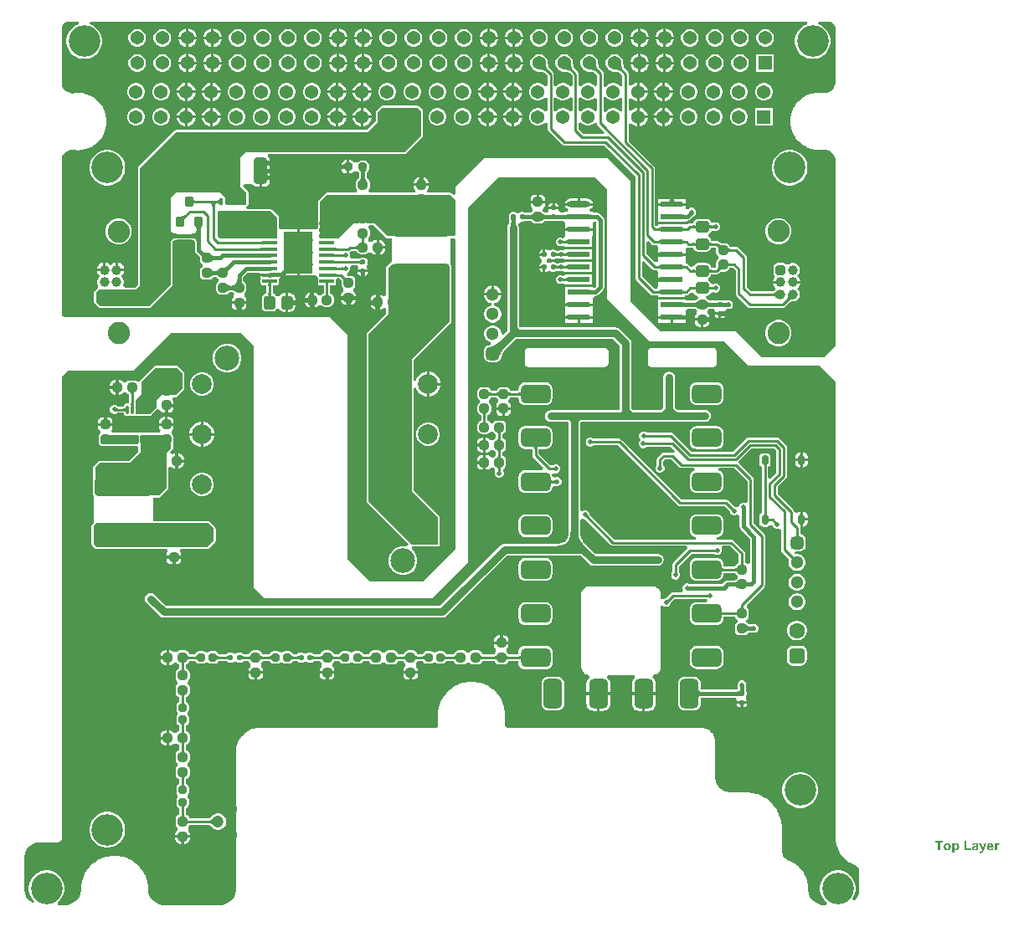
<source format=gbr>
%TF.GenerationSoftware,Altium Limited,Altium Designer,25.8.1 (18)*%
G04 Layer_Physical_Order=1*
G04 Layer_Color=255*
%FSLAX45Y45*%
%MOMM*%
%TF.SameCoordinates,E40C52F6-B12D-486C-AAC2-1DB2447C0C70*%
%TF.FilePolarity,Positive*%
%TF.FileFunction,Copper,L1,Top,Signal*%
%TF.Part,Single*%
G01*
G75*
%TA.AperFunction,SMDPad,CuDef*%
%ADD10R,2.30000X0.60000*%
%ADD11O,2.30000X0.60000*%
G04:AMPARAMS|DCode=12|XSize=1.9mm|YSize=3mm|CornerRadius=0.475mm|HoleSize=0mm|Usage=FLASHONLY|Rotation=0.000|XOffset=0mm|YOffset=0mm|HoleType=Round|Shape=RoundedRectangle|*
%AMROUNDEDRECTD12*
21,1,1.90000,2.05000,0,0,0.0*
21,1,0.95000,3.00000,0,0,0.0*
1,1,0.95000,0.47500,-1.02500*
1,1,0.95000,-0.47500,-1.02500*
1,1,0.95000,-0.47500,1.02500*
1,1,0.95000,0.47500,1.02500*
%
%ADD12ROUNDEDRECTD12*%
G04:AMPARAMS|DCode=13|XSize=0.95mm|YSize=0.95mm|CornerRadius=0.2375mm|HoleSize=0mm|Usage=FLASHONLY|Rotation=180.000|XOffset=0mm|YOffset=0mm|HoleType=Round|Shape=RoundedRectangle|*
%AMROUNDEDRECTD13*
21,1,0.95000,0.47500,0,0,180.0*
21,1,0.47500,0.95000,0,0,180.0*
1,1,0.47500,-0.23750,0.23750*
1,1,0.47500,0.23750,0.23750*
1,1,0.47500,0.23750,-0.23750*
1,1,0.47500,-0.23750,-0.23750*
%
%ADD13ROUNDEDRECTD13*%
G04:AMPARAMS|DCode=14|XSize=0.95mm|YSize=0.95mm|CornerRadius=0.2375mm|HoleSize=0mm|Usage=FLASHONLY|Rotation=90.000|XOffset=0mm|YOffset=0mm|HoleType=Round|Shape=RoundedRectangle|*
%AMROUNDEDRECTD14*
21,1,0.95000,0.47500,0,0,90.0*
21,1,0.47500,0.95000,0,0,90.0*
1,1,0.47500,0.23750,0.23750*
1,1,0.47500,0.23750,-0.23750*
1,1,0.47500,-0.23750,-0.23750*
1,1,0.47500,-0.23750,0.23750*
%
%ADD14ROUNDEDRECTD14*%
G04:AMPARAMS|DCode=15|XSize=0.44mm|YSize=0.54mm|CornerRadius=0.11mm|HoleSize=0mm|Usage=FLASHONLY|Rotation=90.000|XOffset=0mm|YOffset=0mm|HoleType=Round|Shape=RoundedRectangle|*
%AMROUNDEDRECTD15*
21,1,0.44000,0.32000,0,0,90.0*
21,1,0.22000,0.54000,0,0,90.0*
1,1,0.22000,0.16000,0.11000*
1,1,0.22000,0.16000,-0.11000*
1,1,0.22000,-0.16000,-0.11000*
1,1,0.22000,-0.16000,0.11000*
%
%ADD15ROUNDEDRECTD15*%
G04:AMPARAMS|DCode=16|XSize=0.44mm|YSize=0.54mm|CornerRadius=0.11mm|HoleSize=0mm|Usage=FLASHONLY|Rotation=0.000|XOffset=0mm|YOffset=0mm|HoleType=Round|Shape=RoundedRectangle|*
%AMROUNDEDRECTD16*
21,1,0.44000,0.32000,0,0,0.0*
21,1,0.22000,0.54000,0,0,0.0*
1,1,0.22000,0.11000,-0.16000*
1,1,0.22000,-0.11000,-0.16000*
1,1,0.22000,-0.11000,0.16000*
1,1,0.22000,0.11000,0.16000*
%
%ADD16ROUNDEDRECTD16*%
G04:AMPARAMS|DCode=17|XSize=0.7mm|YSize=1mm|CornerRadius=0.175mm|HoleSize=0mm|Usage=FLASHONLY|Rotation=0.000|XOffset=0mm|YOffset=0mm|HoleType=Round|Shape=RoundedRectangle|*
%AMROUNDEDRECTD17*
21,1,0.70000,0.65000,0,0,0.0*
21,1,0.35000,1.00000,0,0,0.0*
1,1,0.35000,0.17500,-0.32500*
1,1,0.35000,-0.17500,-0.32500*
1,1,0.35000,-0.17500,0.32500*
1,1,0.35000,0.17500,0.32500*
%
%ADD17ROUNDEDRECTD17*%
G04:AMPARAMS|DCode=18|XSize=1.64mm|YSize=2.38mm|CornerRadius=0.082mm|HoleSize=0mm|Usage=FLASHONLY|Rotation=270.000|XOffset=0mm|YOffset=0mm|HoleType=Round|Shape=RoundedRectangle|*
%AMROUNDEDRECTD18*
21,1,1.64000,2.21600,0,0,270.0*
21,1,1.47600,2.38000,0,0,270.0*
1,1,0.16400,-1.10800,-0.73800*
1,1,0.16400,-1.10800,0.73800*
1,1,0.16400,1.10800,0.73800*
1,1,0.16400,1.10800,-0.73800*
%
%ADD18ROUNDEDRECTD18*%
G04:AMPARAMS|DCode=19|XSize=0.86mm|YSize=0.27mm|CornerRadius=0.0675mm|HoleSize=0mm|Usage=FLASHONLY|Rotation=270.000|XOffset=0mm|YOffset=0mm|HoleType=Round|Shape=RoundedRectangle|*
%AMROUNDEDRECTD19*
21,1,0.86000,0.13500,0,0,270.0*
21,1,0.72500,0.27000,0,0,270.0*
1,1,0.13500,-0.06750,-0.36250*
1,1,0.13500,-0.06750,0.36250*
1,1,0.13500,0.06750,0.36250*
1,1,0.13500,0.06750,-0.36250*
%
%ADD19ROUNDEDRECTD19*%
G04:AMPARAMS|DCode=20|XSize=1.8mm|YSize=5.7mm|CornerRadius=0.27mm|HoleSize=0mm|Usage=FLASHONLY|Rotation=90.000|XOffset=0mm|YOffset=0mm|HoleType=Round|Shape=RoundedRectangle|*
%AMROUNDEDRECTD20*
21,1,1.80000,5.16000,0,0,90.0*
21,1,1.26000,5.70000,0,0,90.0*
1,1,0.54000,2.58000,0.63000*
1,1,0.54000,2.58000,-0.63000*
1,1,0.54000,-2.58000,-0.63000*
1,1,0.54000,-2.58000,0.63000*
%
%ADD20ROUNDEDRECTD20*%
G04:AMPARAMS|DCode=21|XSize=1.9mm|YSize=3mm|CornerRadius=0.475mm|HoleSize=0mm|Usage=FLASHONLY|Rotation=90.000|XOffset=0mm|YOffset=0mm|HoleType=Round|Shape=RoundedRectangle|*
%AMROUNDEDRECTD21*
21,1,1.90000,2.05000,0,0,90.0*
21,1,0.95000,3.00000,0,0,90.0*
1,1,0.95000,1.02500,0.47500*
1,1,0.95000,1.02500,-0.47500*
1,1,0.95000,-1.02500,-0.47500*
1,1,0.95000,-1.02500,0.47500*
%
%ADD21ROUNDEDRECTD21*%
G04:AMPARAMS|DCode=22|XSize=1.4mm|YSize=1.15mm|CornerRadius=0.2875mm|HoleSize=0mm|Usage=FLASHONLY|Rotation=180.000|XOffset=0mm|YOffset=0mm|HoleType=Round|Shape=RoundedRectangle|*
%AMROUNDEDRECTD22*
21,1,1.40000,0.57500,0,0,180.0*
21,1,0.82500,1.15000,0,0,180.0*
1,1,0.57500,-0.41250,0.28750*
1,1,0.57500,0.41250,0.28750*
1,1,0.57500,0.41250,-0.28750*
1,1,0.57500,-0.41250,-0.28750*
%
%ADD22ROUNDEDRECTD22*%
G04:AMPARAMS|DCode=23|XSize=0.8mm|YSize=0.8mm|CornerRadius=0.2mm|HoleSize=0mm|Usage=FLASHONLY|Rotation=270.000|XOffset=0mm|YOffset=0mm|HoleType=Round|Shape=RoundedRectangle|*
%AMROUNDEDRECTD23*
21,1,0.80000,0.40000,0,0,270.0*
21,1,0.40000,0.80000,0,0,270.0*
1,1,0.40000,-0.20000,-0.20000*
1,1,0.40000,-0.20000,0.20000*
1,1,0.40000,0.20000,0.20000*
1,1,0.40000,0.20000,-0.20000*
%
%ADD23ROUNDEDRECTD23*%
G04:AMPARAMS|DCode=24|XSize=1.4mm|YSize=1.15mm|CornerRadius=0.2875mm|HoleSize=0mm|Usage=FLASHONLY|Rotation=270.000|XOffset=0mm|YOffset=0mm|HoleType=Round|Shape=RoundedRectangle|*
%AMROUNDEDRECTD24*
21,1,1.40000,0.57500,0,0,270.0*
21,1,0.82500,1.15000,0,0,270.0*
1,1,0.57500,-0.28750,-0.41250*
1,1,0.57500,-0.28750,0.41250*
1,1,0.57500,0.28750,0.41250*
1,1,0.57500,0.28750,-0.41250*
%
%ADD24ROUNDEDRECTD24*%
G04:AMPARAMS|DCode=25|XSize=0.85mm|YSize=1.1mm|CornerRadius=0.2125mm|HoleSize=0mm|Usage=FLASHONLY|Rotation=180.000|XOffset=0mm|YOffset=0mm|HoleType=Round|Shape=RoundedRectangle|*
%AMROUNDEDRECTD25*
21,1,0.85000,0.67500,0,0,180.0*
21,1,0.42500,1.10000,0,0,180.0*
1,1,0.42500,-0.21250,0.33750*
1,1,0.42500,0.21250,0.33750*
1,1,0.42500,0.21250,-0.33750*
1,1,0.42500,-0.21250,-0.33750*
%
%ADD25ROUNDEDRECTD25*%
G04:AMPARAMS|DCode=26|XSize=0.7mm|YSize=0.4mm|CornerRadius=0.1mm|HoleSize=0mm|Usage=FLASHONLY|Rotation=270.000|XOffset=0mm|YOffset=0mm|HoleType=Round|Shape=RoundedRectangle|*
%AMROUNDEDRECTD26*
21,1,0.70000,0.20000,0,0,270.0*
21,1,0.50000,0.40000,0,0,270.0*
1,1,0.20000,-0.10000,-0.25000*
1,1,0.20000,-0.10000,0.25000*
1,1,0.20000,0.10000,0.25000*
1,1,0.20000,0.10000,-0.25000*
%
%ADD26ROUNDEDRECTD26*%
G04:AMPARAMS|DCode=27|XSize=2.51mm|YSize=2.55mm|CornerRadius=0.06275mm|HoleSize=0mm|Usage=FLASHONLY|Rotation=270.000|XOffset=0mm|YOffset=0mm|HoleType=Round|Shape=RoundedRectangle|*
%AMROUNDEDRECTD27*
21,1,2.51000,2.42450,0,0,270.0*
21,1,2.38450,2.55000,0,0,270.0*
1,1,0.12550,-1.21225,-1.19225*
1,1,0.12550,-1.21225,1.19225*
1,1,0.12550,1.21225,1.19225*
1,1,0.12550,1.21225,-1.19225*
%
%ADD27ROUNDEDRECTD27*%
G04:AMPARAMS|DCode=28|XSize=1.44mm|YSize=0.41mm|CornerRadius=0.05125mm|HoleSize=0mm|Usage=FLASHONLY|Rotation=0.000|XOffset=0mm|YOffset=0mm|HoleType=Round|Shape=RoundedRectangle|*
%AMROUNDEDRECTD28*
21,1,1.44000,0.30750,0,0,0.0*
21,1,1.33750,0.41000,0,0,0.0*
1,1,0.10250,0.66875,-0.15375*
1,1,0.10250,-0.66875,-0.15375*
1,1,0.10250,-0.66875,0.15375*
1,1,0.10250,0.66875,0.15375*
%
%ADD28ROUNDEDRECTD28*%
%ADD29R,3.00000X4.20000*%
G04:AMPARAMS|DCode=30|XSize=2.7mm|YSize=1.3mm|CornerRadius=0.325mm|HoleSize=0mm|Usage=FLASHONLY|Rotation=270.000|XOffset=0mm|YOffset=0mm|HoleType=Round|Shape=RoundedRectangle|*
%AMROUNDEDRECTD30*
21,1,2.70000,0.65000,0,0,270.0*
21,1,2.05000,1.30000,0,0,270.0*
1,1,0.65000,-0.32500,-1.02500*
1,1,0.65000,-0.32500,1.02500*
1,1,0.65000,0.32500,1.02500*
1,1,0.65000,0.32500,-1.02500*
%
%ADD30ROUNDEDRECTD30*%
G04:AMPARAMS|DCode=31|XSize=0.8mm|YSize=0.8mm|CornerRadius=0.2mm|HoleSize=0mm|Usage=FLASHONLY|Rotation=0.000|XOffset=0mm|YOffset=0mm|HoleType=Round|Shape=RoundedRectangle|*
%AMROUNDEDRECTD31*
21,1,0.80000,0.40000,0,0,0.0*
21,1,0.40000,0.80000,0,0,0.0*
1,1,0.40000,0.20000,-0.20000*
1,1,0.40000,-0.20000,-0.20000*
1,1,0.40000,-0.20000,0.20000*
1,1,0.40000,0.20000,0.20000*
%
%ADD31ROUNDEDRECTD31*%
%TA.AperFunction,Conductor*%
%ADD32C,0.24638*%
%ADD33C,0.76200*%
%ADD34C,0.38100*%
%ADD35C,0.25400*%
%ADD36C,0.22352*%
%TA.AperFunction,ComponentPad*%
%ADD37C,1.30000*%
%ADD38C,1.29500*%
%ADD39C,2.00000*%
G04:AMPARAMS|DCode=40|XSize=1.3mm|YSize=1.3mm|CornerRadius=0.325mm|HoleSize=0mm|Usage=FLASHONLY|Rotation=270.000|XOffset=0mm|YOffset=0mm|HoleType=Round|Shape=RoundedRectangle|*
%AMROUNDEDRECTD40*
21,1,1.30000,0.65000,0,0,270.0*
21,1,0.65000,1.30000,0,0,270.0*
1,1,0.65000,-0.32500,-0.32500*
1,1,0.65000,-0.32500,0.32500*
1,1,0.65000,0.32500,0.32500*
1,1,0.65000,0.32500,-0.32500*
%
%ADD40ROUNDEDRECTD40*%
%ADD41R,2.00000X2.00000*%
%ADD42C,2.50000*%
%ADD43C,2.25000*%
%ADD44C,1.00000*%
G04:AMPARAMS|DCode=45|XSize=1mm|YSize=1mm|CornerRadius=0.25mm|HoleSize=0mm|Usage=FLASHONLY|Rotation=270.000|XOffset=0mm|YOffset=0mm|HoleType=Round|Shape=RoundedRectangle|*
%AMROUNDEDRECTD45*
21,1,1.00000,0.50000,0,0,270.0*
21,1,0.50000,1.00000,0,0,270.0*
1,1,0.50000,-0.25000,-0.25000*
1,1,0.50000,-0.25000,0.25000*
1,1,0.50000,0.25000,0.25000*
1,1,0.50000,0.25000,-0.25000*
%
%ADD45ROUNDEDRECTD45*%
%ADD46C,1.20000*%
G04:AMPARAMS|DCode=47|XSize=1.6mm|YSize=1.6mm|CornerRadius=0.4mm|HoleSize=0mm|Usage=FLASHONLY|Rotation=90.000|XOffset=0mm|YOffset=0mm|HoleType=Round|Shape=RoundedRectangle|*
%AMROUNDEDRECTD47*
21,1,1.60000,0.80000,0,0,90.0*
21,1,0.80000,1.60000,0,0,90.0*
1,1,0.80000,0.40000,0.40000*
1,1,0.80000,0.40000,-0.40000*
1,1,0.80000,-0.40000,-0.40000*
1,1,0.80000,-0.40000,0.40000*
%
%ADD47ROUNDEDRECTD47*%
%ADD48C,1.60000*%
%ADD49C,1.37000*%
%ADD50R,1.37000X1.37000*%
%TA.AperFunction,WasherPad*%
%ADD51C,3.20000*%
%TA.AperFunction,ViaPad*%
%ADD52C,0.50800*%
G36*
X8189776Y8975819D02*
X8200416Y8972538D01*
X8210289Y8967390D01*
X8219069Y8960544D01*
X8226470Y8952224D01*
X8232246Y8942706D01*
X8236209Y8932301D01*
X8238227Y8921351D01*
X8238231Y8915785D01*
X8238643Y8363627D01*
X8238477Y8352277D01*
X8233263Y8329583D01*
X8223406Y8308484D01*
X8209348Y8289923D01*
X8191709Y8274720D01*
X8171276Y8263553D01*
X8148956Y8256918D01*
X8125739Y8255108D01*
X8114201Y8256657D01*
X8113362Y8256605D01*
X8112555Y8256843D01*
X8091227Y8258785D01*
X8088737Y8258521D01*
X8086265Y8258918D01*
X8043501Y8257332D01*
X8040262Y8256563D01*
X8036935Y8256525D01*
X7995059Y8247707D01*
X7991999Y8246399D01*
X7988726Y8245797D01*
X7948954Y8230002D01*
X7946160Y8228194D01*
X7943036Y8227046D01*
X7906520Y8204730D01*
X7904074Y8202474D01*
X7901190Y8200813D01*
X7868991Y8172626D01*
X7866962Y8169987D01*
X7864402Y8167860D01*
X7837452Y8134618D01*
X7835901Y8131673D01*
X7833739Y8129143D01*
X7812820Y8091811D01*
X7811791Y8088646D01*
X7810089Y8085786D01*
X7795808Y8045445D01*
X7795331Y8042152D01*
X7794139Y8039044D01*
X7786909Y7996865D01*
X7786998Y7993537D01*
X7786351Y7990273D01*
X7786383Y7947479D01*
X7787035Y7944216D01*
X7786951Y7940888D01*
X7794244Y7898720D01*
X7795440Y7895614D01*
X7795922Y7892322D01*
X7810264Y7852002D01*
X7811969Y7849144D01*
X7813003Y7845981D01*
X7833977Y7808680D01*
X7836144Y7806152D01*
X7837699Y7803210D01*
X7864699Y7770009D01*
X7867262Y7767886D01*
X7869294Y7765250D01*
X7901536Y7737111D01*
X7904422Y7735454D01*
X7906872Y7733201D01*
X7943420Y7710941D01*
X7946545Y7709798D01*
X7949342Y7707993D01*
X7989138Y7692257D01*
X7992413Y7691660D01*
X7995475Y7690357D01*
X8037363Y7681601D01*
X8040691Y7681568D01*
X8043930Y7680803D01*
X8086697Y7679281D01*
X8089168Y7679682D01*
X8091659Y7679422D01*
X8112984Y7681396D01*
X8113790Y7681635D01*
X8114629Y7681584D01*
X8126166Y7683150D01*
X8149384Y7681375D01*
X8171715Y7674773D01*
X8192164Y7663636D01*
X8209826Y7648460D01*
X8223912Y7629919D01*
X8233799Y7608836D01*
X8239047Y7586148D01*
X8239230Y7574809D01*
X8240630Y5695886D01*
X8125644Y5580900D01*
X7500926D01*
X7234879Y5846947D01*
X6469441D01*
X6170079Y6146309D01*
Y7362717D01*
X5940738Y7592059D01*
X4684866D01*
X4401573Y7308766D01*
Y7231456D01*
X4378810Y7222027D01*
X4361186Y7239652D01*
X4354570Y7244072D01*
X4346767Y7245624D01*
X4120799D01*
X4113890Y7261397D01*
X4111904Y7270262D01*
X4121621Y7284805D01*
X4125435Y7303982D01*
Y7315031D01*
X4051571D01*
X3977710D01*
Y7303982D01*
X3981524Y7284805D01*
X3991241Y7270262D01*
X3989255Y7261397D01*
X3982346Y7245624D01*
X3523565D01*
X3516091Y7270262D01*
X3517740Y7271364D01*
X3527410Y7285836D01*
X3530805Y7302906D01*
Y7350406D01*
X3527410Y7367476D01*
X3517740Y7381948D01*
X3511105Y7386381D01*
X3510892Y7386566D01*
X3509076Y7388482D01*
X3507501Y7390519D01*
X3506130Y7392718D01*
X3504936Y7395137D01*
X3503916Y7397832D01*
X3503078Y7400850D01*
X3502444Y7404233D01*
X3502263Y7405928D01*
Y7439191D01*
X3502383Y7440750D01*
X3502952Y7444878D01*
X3503692Y7448415D01*
X3504555Y7451357D01*
X3505485Y7453714D01*
X3506420Y7455520D01*
X3507310Y7456845D01*
X3508140Y7457797D01*
X3508250Y7457894D01*
X3511287Y7459923D01*
X3520127Y7473154D01*
X3523232Y7488762D01*
Y7528762D01*
X3520127Y7544369D01*
X3511287Y7557600D01*
X3498055Y7566441D01*
X3482448Y7569545D01*
X3442448D01*
X3426841Y7566441D01*
X3413610Y7557600D01*
X3412716Y7556262D01*
X3368675D01*
X3365180Y7561493D01*
X3350162Y7571528D01*
X3332448Y7575051D01*
X3325147D01*
Y7508762D01*
Y7442472D01*
X3332448D01*
X3350162Y7445996D01*
X3365180Y7456030D01*
X3368675Y7461262D01*
X3412716D01*
X3413610Y7459923D01*
X3416646Y7457894D01*
X3416757Y7457797D01*
X3417585Y7456845D01*
X3418477Y7455518D01*
X3419411Y7453715D01*
X3420341Y7451356D01*
X3421204Y7448417D01*
X3421944Y7444878D01*
X3422513Y7440750D01*
X3422633Y7439191D01*
Y7405928D01*
X3422452Y7404233D01*
X3421818Y7400850D01*
X3420980Y7397831D01*
X3419960Y7395136D01*
X3418767Y7392717D01*
X3417396Y7390519D01*
X3415819Y7388481D01*
X3414004Y7386566D01*
X3413791Y7386381D01*
X3407156Y7381948D01*
X3397487Y7367476D01*
X3394091Y7350406D01*
Y7302906D01*
X3397487Y7285836D01*
X3407156Y7271364D01*
X3408805Y7270262D01*
X3401331Y7245624D01*
X3098073D01*
X3090269Y7244072D01*
X3083654Y7239652D01*
X3083653Y7239651D01*
X3012029Y7168027D01*
X3007608Y7161411D01*
X3006056Y7153607D01*
Y6950735D01*
X3005956Y6950232D01*
Y6919482D01*
X3006056Y6918979D01*
Y6887245D01*
X2988706Y6879296D01*
X2984235Y6877757D01*
X2981318Y6877757D01*
X2822648D01*
Y6642357D01*
Y6406957D01*
X2981318D01*
X2984235Y6406957D01*
X2989791Y6405045D01*
X2999518Y6400860D01*
X3007997Y6375171D01*
X3007906Y6375036D01*
X3005956Y6365232D01*
Y6334482D01*
X3007906Y6324679D01*
X3013459Y6316368D01*
X3021770Y6310815D01*
X3031573Y6308865D01*
X3065496D01*
Y6227135D01*
X3065425Y6226370D01*
X3057628Y6224819D01*
X3043156Y6215150D01*
X3040384Y6211000D01*
X3039494Y6210667D01*
X3012486Y6211780D01*
X3007634Y6219043D01*
X2991376Y6229906D01*
X2972198Y6233721D01*
X2963222D01*
X2963256Y6233381D01*
X2964202Y6228120D01*
X2965528Y6223342D01*
X2967232Y6219048D01*
X2969314Y6215237D01*
X2971776Y6211910D01*
X2974616Y6209066D01*
X2977834Y6206706D01*
X2981432Y6204830D01*
X2961147Y6203587D01*
Y6159858D01*
Y6117809D01*
X2986363D01*
X2982778Y6114699D01*
X2979571Y6111316D01*
X2976742Y6107658D01*
X2974289Y6103725D01*
X2972214Y6099517D01*
X2970517Y6095035D01*
X2969196Y6090278D01*
X2968393Y6085995D01*
X2972198D01*
X2991376Y6089809D01*
X3007634Y6100672D01*
X3012486Y6107935D01*
X3039494Y6109049D01*
X3040384Y6108715D01*
X3043156Y6104566D01*
X3057628Y6094896D01*
X3074698Y6091501D01*
X3122198D01*
X3139269Y6094896D01*
X3153740Y6104566D01*
X3163410Y6119037D01*
X3166805Y6136108D01*
Y6183608D01*
X3163410Y6200678D01*
X3153740Y6215150D01*
X3139269Y6224819D01*
X3131471Y6226370D01*
X3131400Y6227135D01*
Y6308865D01*
X3165323D01*
X3175126Y6310815D01*
X3183437Y6316368D01*
X3188990Y6324679D01*
X3190940Y6334482D01*
Y6365232D01*
X3212036Y6381517D01*
X3222153D01*
X3240522Y6363148D01*
X3241547Y6361938D01*
X3243373Y6359495D01*
X3244865Y6357191D01*
X3246052Y6355025D01*
X3246961Y6353007D01*
X3247606Y6351179D01*
Y6311108D01*
X3251002Y6294037D01*
X3260671Y6279566D01*
X3264820Y6276793D01*
X3265154Y6275904D01*
X3264041Y6248896D01*
X3256778Y6244043D01*
X3245915Y6227785D01*
X3242100Y6208608D01*
Y6199631D01*
X3242440Y6199665D01*
X3247701Y6200612D01*
X3252479Y6201937D01*
X3256773Y6203641D01*
X3260584Y6205724D01*
X3263911Y6208185D01*
X3266754Y6211025D01*
X3269114Y6214244D01*
X3270991Y6217841D01*
X3272234Y6197557D01*
X3315963D01*
X3359693D01*
X3360935Y6217841D01*
X3362812Y6214244D01*
X3365172Y6211025D01*
X3368015Y6208185D01*
X3371342Y6205724D01*
X3375153Y6203641D01*
X3379447Y6201937D01*
X3384225Y6200612D01*
X3389487Y6199665D01*
X3389826Y6199631D01*
Y6208608D01*
X3386012Y6227785D01*
X3375148Y6244043D01*
X3367886Y6248896D01*
X3366772Y6275904D01*
X3367106Y6276793D01*
X3371255Y6279566D01*
X3380925Y6294037D01*
X3384320Y6311108D01*
Y6358608D01*
X3380925Y6375678D01*
X3371255Y6390150D01*
X3356783Y6399819D01*
X3339713Y6403215D01*
X3310257D01*
X3300315Y6412822D01*
X3301751Y6426633D01*
X3306931Y6439603D01*
X3311195Y6441369D01*
X3323966Y6454140D01*
X3330878Y6470827D01*
Y6488888D01*
X3348691Y6510267D01*
X3404552D01*
X3409524Y6503564D01*
X3415435Y6487603D01*
X3415264Y6485471D01*
X3415229Y6485275D01*
X3410910Y6478810D01*
X3408423Y6466307D01*
X3461198D01*
X3513973D01*
X3511486Y6478810D01*
X3503441Y6490851D01*
X3500974Y6492499D01*
Y6512392D01*
X3506399Y6520512D01*
X3508805Y6532607D01*
Y6554607D01*
X3506399Y6566703D01*
X3499548Y6576957D01*
X3489294Y6583809D01*
X3477198Y6586215D01*
X3445198D01*
X3438083Y6584799D01*
X3437758Y6584811D01*
X3437323Y6584648D01*
X3433103Y6583809D01*
X3430607Y6582141D01*
X3430304Y6582028D01*
X3428335Y6580811D01*
X3426869Y6580040D01*
X3425270Y6579334D01*
X3423519Y6578694D01*
X3421602Y6578126D01*
X3419514Y6577641D01*
X3417487Y6577290D01*
X3413827Y6576948D01*
X3347655D01*
X3330878Y6600827D01*
Y6618888D01*
X3330484Y6619838D01*
X3326882Y6639023D01*
X3339927Y6654457D01*
X3344488Y6659017D01*
X3394613D01*
X3395686Y6658918D01*
X3396030Y6658859D01*
X3397487Y6651537D01*
X3407156Y6637065D01*
X3421628Y6627396D01*
X3438698Y6624000D01*
X3486198D01*
X3503269Y6627396D01*
X3517740Y6637065D01*
X3520513Y6641215D01*
X3521402Y6641549D01*
X3548410Y6640435D01*
X3553263Y6633172D01*
X3569521Y6622309D01*
X3588698Y6618495D01*
X3592503D01*
X3591700Y6622778D01*
X3590380Y6627535D01*
X3588682Y6632017D01*
X3586607Y6636224D01*
X3584155Y6640157D01*
X3581325Y6643816D01*
X3578118Y6647199D01*
X3574534Y6650309D01*
X3599748D01*
Y6692357D01*
Y6766220D01*
X3588698D01*
X3569521Y6762406D01*
X3553263Y6751543D01*
X3526539Y6751006D01*
X3520260Y6756968D01*
X3517740Y6782066D01*
X3527410Y6796537D01*
X3530805Y6813607D01*
Y6861107D01*
X3527410Y6878178D01*
X3517740Y6892649D01*
X3514481Y6894827D01*
X3521954Y6919465D01*
X3564904D01*
X3693932Y6790438D01*
X3700547Y6786018D01*
X3708351Y6784465D01*
X3751583D01*
Y6545250D01*
X3751582Y6545250D01*
X3743779Y6543697D01*
X3737163Y6539277D01*
X3737162Y6539276D01*
X3702847Y6504960D01*
X3702846Y6504960D01*
X3698426Y6498344D01*
X3696874Y6490540D01*
Y6208008D01*
X3681101Y6201099D01*
X3672236Y6199113D01*
X3657693Y6208830D01*
X3638516Y6212644D01*
X3634711D01*
X3635513Y6208361D01*
X3636834Y6203604D01*
X3638532Y6199122D01*
X3640607Y6194914D01*
X3643059Y6190982D01*
X3645889Y6187323D01*
X3649096Y6183940D01*
X3652680Y6180830D01*
X3627464D01*
Y6138781D01*
Y6095052D01*
X3647749Y6093809D01*
X3644152Y6091933D01*
X3640933Y6089573D01*
X3638093Y6086730D01*
X3635632Y6083402D01*
X3633549Y6079592D01*
X3631845Y6075297D01*
X3630520Y6070519D01*
X3629573Y6065258D01*
X3629540Y6064919D01*
X3638516D01*
X3657693Y6068733D01*
X3672236Y6078450D01*
X3681101Y6076464D01*
X3696874Y6069555D01*
Y6024054D01*
X3507061Y5834242D01*
X3502641Y5827627D01*
X3501089Y5819823D01*
X3501089Y4120506D01*
X3502641Y4112702D01*
X3507061Y4106087D01*
X3507062Y4106086D01*
X3925186Y3687962D01*
X3924436Y3683019D01*
X3896772Y3664924D01*
X3886039Y3667800D01*
X3847860D01*
X3810981Y3657919D01*
X3777917Y3638829D01*
X3750920Y3611832D01*
X3731831Y3578768D01*
X3721949Y3541890D01*
Y3503711D01*
X3731831Y3466832D01*
X3750920Y3433768D01*
X3777917Y3406771D01*
X3810981Y3387682D01*
X3847860Y3377800D01*
X3886039D01*
X3922917Y3387682D01*
X3955981Y3406771D01*
X3982978Y3433768D01*
X4002068Y3466832D01*
X4011949Y3503711D01*
Y3541890D01*
X4002068Y3578768D01*
X3982978Y3611832D01*
X3955981Y3638829D01*
X3957664Y3663478D01*
X3959221Y3665408D01*
X4205668D01*
X4220949Y3665408D01*
X4224978Y3665580D01*
X4230144Y3665800D01*
Y3665800D01*
X4240950D01*
X4241342Y3685800D01*
X4241341Y3690276D01*
X4241341Y3961500D01*
X4239789Y3969304D01*
X4235368Y3975920D01*
X4235368Y3975920D01*
X3975730Y4235559D01*
Y5272065D01*
X4000368Y5275308D01*
X4004095Y5261398D01*
X4020604Y5232803D01*
X4043952Y5209455D01*
X4072547Y5192946D01*
X4104440Y5184400D01*
X4108247D01*
Y5309802D01*
Y5435200D01*
X4104440D01*
X4072547Y5426654D01*
X4043952Y5410145D01*
X4020604Y5386797D01*
X4004095Y5358203D01*
X4000368Y5344292D01*
X3975730Y5347536D01*
Y5557049D01*
X4350992Y5932310D01*
X4355412Y5938926D01*
X4356964Y5946730D01*
Y6369199D01*
X4357493Y6371857D01*
Y6497857D01*
X4353845Y6516196D01*
X4351573Y6524858D01*
X4351573D01*
X4351572Y6524858D01*
Y6784465D01*
X4377950D01*
X4377951Y6784465D01*
X4397540Y6771815D01*
X4401573Y6766955D01*
Y3640919D01*
X4075615Y3314960D01*
X3529333D01*
X3304400Y3539893D01*
Y5809221D01*
X3123417Y5990204D01*
X447367D01*
X432394Y5993182D01*
X418290Y5999024D01*
X416345Y6000324D01*
Y7569906D01*
X416345Y7581656D01*
X421315Y7604624D01*
X431031Y7626021D01*
X445053Y7644878D01*
X462746Y7660343D01*
X483309Y7671715D01*
X505814Y7678481D01*
X529240Y7680334D01*
X540884Y7678763D01*
X541723Y7678815D01*
X542529Y7678576D01*
X563856Y7676618D01*
X566346Y7676880D01*
X568818Y7676481D01*
X611583Y7678035D01*
X614822Y7678802D01*
X618150Y7678837D01*
X660032Y7687624D01*
X663094Y7688930D01*
X666367Y7689529D01*
X706151Y7705295D01*
X708946Y7707101D01*
X712071Y7708247D01*
X748603Y7730535D01*
X751052Y7732789D01*
X753936Y7734449D01*
X786157Y7762612D01*
X788187Y7765249D01*
X790748Y7767374D01*
X817724Y7800596D01*
X819277Y7803539D01*
X821441Y7806068D01*
X842388Y7843385D01*
X843419Y7846548D01*
X845123Y7849407D01*
X859434Y7889737D01*
X859914Y7893031D01*
X861108Y7896138D01*
X868369Y7938311D01*
X868283Y7941638D01*
X868932Y7944902D01*
Y7987697D01*
X868283Y7990961D01*
X868369Y7994288D01*
X861108Y8036461D01*
X859914Y8039568D01*
X859434Y8042861D01*
X845123Y8083191D01*
X843419Y8086051D01*
X842388Y8089214D01*
X821441Y8126531D01*
X819277Y8129060D01*
X817724Y8132004D01*
X790749Y8165226D01*
X788187Y8167351D01*
X786157Y8169987D01*
X753937Y8198150D01*
X751051Y8199810D01*
X748603Y8202064D01*
X712071Y8224352D01*
X708946Y8225498D01*
X706151Y8227304D01*
X666367Y8243070D01*
X663093Y8243669D01*
X660032Y8244975D01*
X618150Y8253763D01*
X614822Y8253797D01*
X611584Y8254565D01*
X568818Y8256118D01*
X566347Y8255720D01*
X563857Y8255981D01*
X542530Y8254024D01*
X541724Y8253785D01*
X540885Y8253837D01*
X529240Y8252266D01*
X505814Y8254119D01*
X483310Y8260885D01*
X462747Y8272257D01*
X445053Y8287723D01*
X431031Y8306581D01*
X421316Y8327976D01*
X416345Y8350944D01*
Y8362694D01*
X416345Y8921072D01*
X418695Y8932887D01*
X423305Y8944017D01*
X429998Y8954033D01*
X438516Y8962551D01*
X448532Y8969243D01*
X459662Y8973854D01*
X471476Y8976204D01*
X586077D01*
X591997Y8952783D01*
X559239Y8939214D01*
X529758Y8919516D01*
X504686Y8894444D01*
X484987Y8864962D01*
X471418Y8832205D01*
X464501Y8797429D01*
Y8761972D01*
X471418Y8727196D01*
X484987Y8694439D01*
X504686Y8664957D01*
X529758Y8639885D01*
X559239Y8620187D01*
X591997Y8606618D01*
X626772Y8599701D01*
X662229D01*
X697005Y8606618D01*
X729763Y8620187D01*
X759244Y8639885D01*
X784316Y8664957D01*
X804015Y8694439D01*
X817584Y8727196D01*
X824501Y8761972D01*
Y8797429D01*
X817584Y8832205D01*
X804015Y8864962D01*
X784316Y8894444D01*
X759244Y8919516D01*
X729763Y8939214D01*
X697005Y8952783D01*
X702925Y8976204D01*
X7952077D01*
X7957997Y8952783D01*
X7925239Y8939214D01*
X7895758Y8919516D01*
X7870686Y8894444D01*
X7850987Y8864962D01*
X7837418Y8832205D01*
X7830501Y8797429D01*
Y8761972D01*
X7837418Y8727196D01*
X7850987Y8694439D01*
X7870686Y8664957D01*
X7895758Y8639885D01*
X7925239Y8620187D01*
X7957997Y8606618D01*
X7992773Y8599701D01*
X8028230D01*
X8063005Y8606618D01*
X8095763Y8620187D01*
X8125244Y8639885D01*
X8150316Y8664957D01*
X8170015Y8694439D01*
X8183584Y8727196D01*
X8190501Y8761972D01*
Y8797429D01*
X8183584Y8832205D01*
X8170015Y8864962D01*
X8150316Y8894444D01*
X8125244Y8919516D01*
X8095763Y8939214D01*
X8063005Y8952783D01*
X8068925Y8976204D01*
X8186517D01*
X8189776Y8975819D01*
D02*
G37*
G36*
X3493646Y7472205D02*
X3491096Y7469276D01*
X3488847Y7465929D01*
X3486897Y7462165D01*
X3485248Y7457982D01*
X3483898Y7453381D01*
X3482848Y7448362D01*
X3482098Y7442925D01*
X3481648Y7437070D01*
X3481498Y7430797D01*
X3443398D01*
X3443248Y7437070D01*
X3442798Y7442925D01*
X3442048Y7448362D01*
X3440999Y7453381D01*
X3439649Y7457982D01*
X3437999Y7462165D01*
X3436050Y7465929D01*
X3433800Y7469276D01*
X3431251Y7472205D01*
X3428402Y7474715D01*
X3496495D01*
X3493646Y7472205D01*
D02*
G37*
G36*
X3481687Y7406573D02*
X3482253Y7401267D01*
X3483196Y7396235D01*
X3484517Y7391478D01*
X3486214Y7386996D01*
X3488289Y7382789D01*
X3490742Y7378856D01*
X3493571Y7375198D01*
X3496778Y7371814D01*
X3500363Y7368705D01*
X3424534D01*
X3428118Y7371814D01*
X3431325Y7375198D01*
X3434155Y7378856D01*
X3436607Y7382789D01*
X3438682Y7386996D01*
X3440380Y7391478D01*
X3441701Y7396235D01*
X3442644Y7401267D01*
X3443210Y7406573D01*
X3443398Y7412153D01*
X3481498D01*
X3481687Y7406573D01*
D02*
G37*
G36*
X4401573Y7170426D02*
Y6828479D01*
X4377952Y6804857D01*
X3708351D01*
X3573351Y6939857D01*
X3502224D01*
Y6940357D01*
X3422672D01*
Y6939857D01*
X3366606D01*
X3211106Y6784357D01*
X3030554D01*
X3028670Y6785137D01*
X3027228Y6786579D01*
X3026448Y6788463D01*
Y6789482D01*
Y7153607D01*
X3098073Y7225232D01*
X3422672D01*
Y7224156D01*
X3502224D01*
Y7225232D01*
X4346767D01*
X4401573Y7170426D01*
D02*
G37*
G36*
X3485403Y6789865D02*
X3483251Y6788811D01*
X3481352Y6787318D01*
X3479706Y6785385D01*
X3478313Y6783013D01*
X3477174Y6780201D01*
X3476288Y6776950D01*
X3475655Y6773259D01*
X3475275Y6769129D01*
X3475156Y6764857D01*
X3475275Y6760585D01*
X3475655Y6756456D01*
X3476288Y6752765D01*
X3477174Y6749514D01*
X3478313Y6746702D01*
X3479706Y6744330D01*
X3481352Y6742397D01*
X3483251Y6740904D01*
X3485403Y6739850D01*
X3487808Y6739235D01*
X3437088D01*
X3439494Y6739850D01*
X3441646Y6740904D01*
X3443545Y6742397D01*
X3445190Y6744330D01*
X3446583Y6746702D01*
X3447723Y6749514D01*
X3448609Y6752765D01*
X3449242Y6756456D01*
X3449622Y6760585D01*
X3449740Y6764857D01*
X3449622Y6769129D01*
X3449242Y6773259D01*
X3448609Y6776950D01*
X3447723Y6780201D01*
X3446583Y6783013D01*
X3445190Y6785385D01*
X3443545Y6787318D01*
X3441646Y6788811D01*
X3439494Y6789865D01*
X3437088Y6790479D01*
X3487808D01*
X3485403Y6789865D01*
D02*
G37*
G36*
X3415570Y6666997D02*
X3414956Y6669403D01*
X3413902Y6671555D01*
X3412408Y6673454D01*
X3410476Y6675100D01*
X3408103Y6676492D01*
X3405292Y6677632D01*
X3402041Y6678518D01*
X3398350Y6679151D01*
X3394220Y6679531D01*
X3389651Y6679657D01*
Y6705057D01*
X3394220Y6705184D01*
X3398350Y6705564D01*
X3402041Y6706197D01*
X3405292Y6707083D01*
X3408103Y6708223D01*
X3410476Y6709615D01*
X3412408Y6711261D01*
X3413902Y6713160D01*
X3414956Y6715312D01*
X3415570Y6717718D01*
Y6666997D01*
D02*
G37*
G36*
X3169806Y6692539D02*
X3171187Y6691493D01*
X3172940Y6690571D01*
X3175065Y6689771D01*
X3177563Y6689095D01*
X3180433Y6688541D01*
X3183676Y6688111D01*
X3191278Y6687619D01*
X3195638Y6687557D01*
Y6662157D01*
X3191278Y6662096D01*
X3180433Y6661173D01*
X3177563Y6660620D01*
X3175065Y6659943D01*
X3172940Y6659144D01*
X3171187Y6658221D01*
X3169806Y6657176D01*
X3168798Y6656007D01*
Y6693707D01*
X3169806Y6692539D01*
D02*
G37*
G36*
X3267339Y6592077D02*
X3266251Y6593042D01*
X3264981Y6593906D01*
X3263528Y6594668D01*
X3261893Y6595328D01*
X3260075Y6595887D01*
X3258073Y6596344D01*
X3255889Y6596700D01*
X3253523Y6596954D01*
X3248241Y6597157D01*
Y6622557D01*
X3250973Y6622608D01*
X3255889Y6623014D01*
X3258073Y6623370D01*
X3260075Y6623827D01*
X3261893Y6624386D01*
X3263528Y6625046D01*
X3264981Y6625808D01*
X3266251Y6626672D01*
X3267339Y6627637D01*
Y6592077D01*
D02*
G37*
G36*
X3169806Y6627539D02*
X3171187Y6626493D01*
X3172940Y6625571D01*
X3175065Y6624771D01*
X3177563Y6624095D01*
X3180433Y6623541D01*
X3183676Y6623111D01*
X3191278Y6622619D01*
X3195638Y6622557D01*
Y6597157D01*
X3191278Y6597096D01*
X3180433Y6596173D01*
X3177563Y6595620D01*
X3175065Y6594943D01*
X3172940Y6594144D01*
X3171187Y6593221D01*
X3169806Y6592176D01*
X3168798Y6591007D01*
Y6628707D01*
X3169806Y6627539D01*
D02*
G37*
G36*
X3169957Y6562302D02*
X3171454Y6561044D01*
X3173291Y6559934D01*
X3175466Y6558971D01*
X3177980Y6558158D01*
X3180834Y6557491D01*
X3184026Y6556973D01*
X3187558Y6556603D01*
X3195638Y6556307D01*
Y6530907D01*
X3191842Y6530848D01*
X3184886Y6530370D01*
X3181726Y6529953D01*
X3176039Y6528760D01*
X3173513Y6527984D01*
X3171198Y6527090D01*
X3169096Y6526075D01*
X3167204Y6524942D01*
X3168798Y6563707D01*
X3169957Y6562302D01*
D02*
G37*
G36*
X3441025Y6522533D02*
X3438451Y6524124D01*
X3435742Y6525548D01*
X3432899Y6526804D01*
X3429921Y6527892D01*
X3426809Y6528814D01*
X3423563Y6529568D01*
X3420182Y6530154D01*
X3416666Y6530572D01*
X3409231Y6530907D01*
Y6556307D01*
X3413016Y6556391D01*
X3420182Y6557061D01*
X3423563Y6557647D01*
X3426809Y6558401D01*
X3429921Y6559322D01*
X3432899Y6560411D01*
X3435742Y6561667D01*
X3438451Y6563091D01*
X3441025Y6564682D01*
Y6522533D01*
D02*
G37*
G36*
X3267339Y6462077D02*
X3266251Y6463042D01*
X3264981Y6463906D01*
X3263528Y6464668D01*
X3261893Y6465328D01*
X3260075Y6465887D01*
X3258073Y6466344D01*
X3255889Y6466700D01*
X3253523Y6466954D01*
X3248241Y6467157D01*
Y6492557D01*
X3250973Y6492608D01*
X3255889Y6493014D01*
X3258073Y6493370D01*
X3260075Y6493827D01*
X3261893Y6494386D01*
X3263528Y6495046D01*
X3264981Y6495808D01*
X3266251Y6496672D01*
X3267339Y6497637D01*
Y6462077D01*
D02*
G37*
G36*
X3169806Y6497539D02*
X3171187Y6496493D01*
X3172940Y6495571D01*
X3175065Y6494771D01*
X3177563Y6494095D01*
X3180433Y6493541D01*
X3183676Y6493111D01*
X3191278Y6492619D01*
X3195638Y6492557D01*
Y6467157D01*
X3191278Y6467096D01*
X3180433Y6466173D01*
X3177563Y6465620D01*
X3175065Y6464943D01*
X3172940Y6464144D01*
X3171187Y6463221D01*
X3169806Y6462176D01*
X3168798Y6461007D01*
Y6498707D01*
X3169806Y6497539D01*
D02*
G37*
G36*
Y6432539D02*
X3171187Y6431493D01*
X3172940Y6430571D01*
X3175065Y6429771D01*
X3177563Y6429095D01*
X3180433Y6428541D01*
X3183676Y6428111D01*
X3191278Y6427619D01*
X3195638Y6427557D01*
Y6402157D01*
X3191278Y6402096D01*
X3180433Y6401173D01*
X3177563Y6400620D01*
X3175065Y6399943D01*
X3172940Y6399144D01*
X3171187Y6398221D01*
X3169806Y6397176D01*
X3168798Y6396007D01*
Y6433707D01*
X3169806Y6432539D01*
D02*
G37*
G36*
X3272694Y6396264D02*
X3276173Y6393314D01*
X3279666Y6390704D01*
X3283172Y6388434D01*
X3286692Y6386504D01*
X3290224Y6384913D01*
X3293770Y6383663D01*
X3297329Y6382752D01*
X3300901Y6382181D01*
X3304487Y6381950D01*
X3268871Y6346334D01*
X3268640Y6349919D01*
X3268069Y6353492D01*
X3267158Y6357051D01*
X3265908Y6360596D01*
X3264317Y6364129D01*
X3262387Y6367648D01*
X3260117Y6371154D01*
X3257507Y6374647D01*
X3254557Y6378127D01*
X3251267Y6381594D01*
X3269227Y6399554D01*
X3272694Y6396264D01*
D02*
G37*
G36*
X3120746Y6329568D02*
X3118651Y6328777D01*
X3116804Y6327500D01*
X3115202Y6325735D01*
X3113847Y6323484D01*
X3112738Y6320747D01*
X3111876Y6317523D01*
X3111260Y6313812D01*
X3110890Y6309614D01*
X3110767Y6304930D01*
X3086129D01*
X3086006Y6309614D01*
X3085636Y6313812D01*
X3085020Y6317523D01*
X3084158Y6320747D01*
X3083049Y6323484D01*
X3081694Y6325735D01*
X3080093Y6327500D01*
X3078245Y6328777D01*
X3076151Y6329568D01*
X3073810Y6329873D01*
X3123086D01*
X3120746Y6329568D01*
D02*
G37*
G36*
X3110890Y6227479D02*
X3111258Y6223488D01*
X3111872Y6219922D01*
X3112732Y6216780D01*
X3113837Y6214062D01*
X3115188Y6211769D01*
X3116784Y6209899D01*
X3118626Y6208454D01*
X3120713Y6207433D01*
X3123046Y6206836D01*
X3073850D01*
X3076183Y6207433D01*
X3078270Y6208454D01*
X3080112Y6209899D01*
X3081709Y6211769D01*
X3083059Y6214062D01*
X3084165Y6216780D01*
X3085024Y6219922D01*
X3085638Y6223488D01*
X3086007Y6227479D01*
X3086129Y6231893D01*
X3110767D01*
X3110890Y6227479D01*
D02*
G37*
G36*
X4314945Y6524857D02*
X4324868Y6520746D01*
X4326542Y6519073D01*
X4336571Y6497857D01*
Y6497857D01*
X4336572Y6474740D01*
Y5946730D01*
X3955338Y5565496D01*
Y4227112D01*
X4220949Y3961500D01*
X4220949Y3685800D01*
X3956186D01*
X3521480Y4120506D01*
X3521481Y5819823D01*
X3717266Y6015608D01*
Y6099006D01*
Y6178557D01*
Y6490540D01*
X3751582Y6524857D01*
X4314945Y6524857D01*
D02*
G37*
G36*
X5932310Y7278861D02*
Y6169795D01*
X6357585Y5744520D01*
X7114747D01*
X7360023Y5499245D01*
X8078812D01*
X8240897Y5337160D01*
X8244340Y714016D01*
X8244491Y713262D01*
X8244371Y712503D01*
X8245144Y693042D01*
X8245680Y690815D01*
X8245589Y688526D01*
X8251659Y650080D01*
X8252712Y647222D01*
X8253064Y644198D01*
X8265028Y607160D01*
X8266512Y604500D01*
X8267330Y601567D01*
X8284897Y566835D01*
X8286775Y564438D01*
X8288039Y561667D01*
X8310785Y530083D01*
X8313013Y528006D01*
X8314691Y525465D01*
X8342063Y497794D01*
X8344586Y496089D01*
X8346638Y493839D01*
X8377974Y470752D01*
X8380732Y469458D01*
X8383108Y467555D01*
X8417648Y449612D01*
X8419847Y448973D01*
X8421790Y447759D01*
X8440002Y440857D01*
X8440759Y440730D01*
X8441426Y440348D01*
X8450544Y437294D01*
X8466023Y425885D01*
X8477254Y410277D01*
X8483155Y391976D01*
X8483154Y382361D01*
X8483155Y184127D01*
X8476962Y152994D01*
X8464813Y123664D01*
X8447177Y97269D01*
X8433508Y83600D01*
X8427575Y83270D01*
X8413924Y107187D01*
X8423714Y121838D01*
X8437283Y154596D01*
X8444200Y189372D01*
Y224829D01*
X8437283Y259604D01*
X8423714Y292362D01*
X8404015Y321843D01*
X8378943Y346915D01*
X8349462Y366614D01*
X8316704Y380183D01*
X8281928Y387100D01*
X8246471D01*
X8211696Y380183D01*
X8178938Y366614D01*
X8149457Y346915D01*
X8124385Y321843D01*
X8104686Y292362D01*
X8091117Y259604D01*
X8084200Y224829D01*
Y189372D01*
X8091117Y154596D01*
X8104686Y121838D01*
X8124385Y92357D01*
X8149457Y67285D01*
X8155147Y63483D01*
X8147673Y38845D01*
X8108627D01*
X8077493Y45038D01*
X8048164Y57187D01*
X8021770Y74823D01*
X7999323Y97269D01*
X7981686Y123664D01*
X7969538Y152994D01*
X7963345Y184127D01*
Y200000D01*
X7963345Y213225D01*
X7963197Y213968D01*
X7963316Y214715D01*
X7962577Y233960D01*
X7962053Y236152D01*
X7962150Y238404D01*
X7956270Y276443D01*
X7955243Y279259D01*
X7954913Y282237D01*
X7943292Y318932D01*
X7941847Y321557D01*
X7941066Y324451D01*
X7923978Y358940D01*
X7922149Y361314D01*
X7920935Y364054D01*
X7898779Y395530D01*
X7896610Y397596D01*
X7894991Y400119D01*
X7868288Y427841D01*
X7865828Y429552D01*
X7863844Y431798D01*
X7833220Y455116D01*
X7830527Y456432D01*
X7828223Y458348D01*
X7794397Y476716D01*
X7792246Y477384D01*
X7790359Y478617D01*
X7772490Y485805D01*
X7771747Y485945D01*
X7771098Y486335D01*
X7763060Y489216D01*
X7748052Y497365D01*
X7734467Y507710D01*
X7722619Y520010D01*
X7712789Y533975D01*
X7705208Y549277D01*
X7700053Y565556D01*
X7697445Y582434D01*
Y814500D01*
X7697318Y815134D01*
X7697424Y815772D01*
X7696728Y837028D01*
X7696290Y838904D01*
X7696416Y840826D01*
X7690867Y882975D01*
X7690044Y885401D01*
X7689876Y887958D01*
X7678873Y929022D01*
X7677739Y931320D01*
X7677239Y933833D01*
X7660971Y973109D01*
X7659547Y975240D01*
X7658724Y977667D01*
X7637468Y1014483D01*
X7635778Y1016410D01*
X7634644Y1018708D01*
X7608765Y1052435D01*
X7606838Y1054124D01*
X7605415Y1056255D01*
X7575354Y1086315D01*
X7573224Y1087739D01*
X7571534Y1089666D01*
X7537807Y1115545D01*
X7535508Y1116679D01*
X7533582Y1118368D01*
X7496766Y1139624D01*
X7494339Y1140448D01*
X7492208Y1141872D01*
X7452932Y1158140D01*
X7450419Y1158640D01*
X7448121Y1159774D01*
X7407058Y1170777D01*
X7404501Y1170944D01*
X7402074Y1171768D01*
X7359926Y1177317D01*
X7358003Y1177191D01*
X7356127Y1177628D01*
X7334871Y1178324D01*
X7334233Y1178219D01*
X7333599Y1178345D01*
X7183600D01*
X7167726Y1178345D01*
X7136592Y1184538D01*
X7107264Y1196686D01*
X7080869Y1214322D01*
X7058423Y1236769D01*
X7040786Y1263164D01*
X7028637Y1292493D01*
X7022444Y1323626D01*
Y1339499D01*
Y1691238D01*
X7022256Y1692187D01*
X7022398Y1693145D01*
X7021916Y1702947D01*
X7021216Y1705740D01*
Y1708618D01*
X7017392Y1727845D01*
X7015928Y1731379D01*
X7015181Y1735132D01*
X7007680Y1753243D01*
X7005554Y1756424D01*
X7004090Y1759959D01*
X6993199Y1776259D01*
X6990493Y1778964D01*
X6988368Y1782145D01*
X6974506Y1796006D01*
X6971325Y1798132D01*
X6968620Y1800837D01*
X6952320Y1811728D01*
X6948786Y1813192D01*
X6945604Y1815318D01*
X6927493Y1822820D01*
X6923740Y1823566D01*
X6920206Y1825030D01*
X6900980Y1828855D01*
X6898101D01*
X6895307Y1829555D01*
X6885506Y1830036D01*
X6884548Y1829894D01*
X6883599Y1830083D01*
X4920937Y1830083D01*
X4918970Y1831131D01*
X4901048Y1849053D01*
X4900000Y1851020D01*
X4900000Y1961238D01*
X4899849Y1961998D01*
X4899970Y1962763D01*
X4899046Y1986301D01*
X4898507Y1988546D01*
X4898597Y1990853D01*
X4891233Y2037348D01*
X4890171Y2040228D01*
X4889810Y2043276D01*
X4875263Y2088047D01*
X4873763Y2090724D01*
X4872930Y2093679D01*
X4851558Y2135623D01*
X4849658Y2138034D01*
X4848373Y2140820D01*
X4820703Y2178905D01*
X4818449Y2180989D01*
X4816744Y2183540D01*
X4783457Y2216827D01*
X4780905Y2218533D01*
X4778822Y2220786D01*
X4740737Y2248457D01*
X4737950Y2249742D01*
X4735539Y2251642D01*
X4693595Y2273013D01*
X4690641Y2273846D01*
X4687964Y2275346D01*
X4643193Y2289893D01*
X4640145Y2290254D01*
X4637265Y2291316D01*
X4590770Y2298680D01*
X4587703Y2298560D01*
X4584693Y2299159D01*
X4537617D01*
X4534607Y2298560D01*
X4531540Y2298680D01*
X4485044Y2291316D01*
X4482165Y2290254D01*
X4479117Y2289893D01*
X4434346Y2275346D01*
X4431669Y2273846D01*
X4428714Y2273013D01*
X4386770Y2251642D01*
X4384359Y2249741D01*
X4381573Y2248457D01*
X4343488Y2220786D01*
X4341404Y2218533D01*
X4338852Y2216827D01*
X4305565Y2183540D01*
X4303860Y2180989D01*
X4301607Y2178905D01*
X4273936Y2140820D01*
X4272651Y2138033D01*
X4270751Y2135623D01*
X4249380Y2093679D01*
X4248546Y2090724D01*
X4247047Y2088047D01*
X4232500Y2043276D01*
X4232139Y2040228D01*
X4231077Y2037348D01*
X4223712Y1990853D01*
X4223803Y1988545D01*
X4223264Y1986300D01*
X4222340Y1962763D01*
X4222461Y1961998D01*
X4222310Y1961238D01*
Y1850101D01*
X4202293Y1830083D01*
X2417500Y1830083D01*
X2416551Y1829895D01*
X2415593Y1830037D01*
X2395990Y1829073D01*
X2393196Y1828374D01*
X2390318D01*
X2351864Y1820725D01*
X2348330Y1819261D01*
X2344577Y1818514D01*
X2308355Y1803510D01*
X2305174Y1801385D01*
X2301639Y1799921D01*
X2269040Y1778138D01*
X2266334Y1775433D01*
X2263153Y1773307D01*
X2235430Y1745584D01*
X2233305Y1742403D01*
X2230599Y1739698D01*
X2208817Y1707099D01*
X2207352Y1703564D01*
X2205227Y1700382D01*
X2190223Y1664160D01*
X2189477Y1660408D01*
X2188013Y1656873D01*
X2180364Y1618420D01*
Y1615540D01*
X2179664Y1612747D01*
X2178701Y1593144D01*
X2178843Y1592187D01*
X2178655Y1591238D01*
Y200001D01*
X2178654Y184128D01*
X2172461Y152993D01*
X2160313Y123665D01*
X2142677Y97271D01*
X2120229Y74822D01*
X2093835Y57187D01*
X2064506Y45038D01*
X2033373Y38845D01*
X1450000D01*
X1434127Y38845D01*
X1402993Y45038D01*
X1373664Y57187D01*
X1347270Y74822D01*
X1324822Y97270D01*
X1307186Y123665D01*
X1295038Y152993D01*
X1288845Y184128D01*
X1288845Y200000D01*
X1288694Y200760D01*
X1288815Y201526D01*
X1287890Y225063D01*
X1287351Y227308D01*
X1287442Y229615D01*
X1280078Y276111D01*
X1279015Y278991D01*
X1278655Y282038D01*
X1264107Y326810D01*
X1262608Y329487D01*
X1261775Y332441D01*
X1240403Y374385D01*
X1238503Y376795D01*
X1237218Y379583D01*
X1209548Y417667D01*
X1207295Y419750D01*
X1205589Y422303D01*
X1172302Y455590D01*
X1169750Y457295D01*
X1167667Y459549D01*
X1129582Y487219D01*
X1126795Y488504D01*
X1124384Y490404D01*
X1082440Y511775D01*
X1079486Y512609D01*
X1076809Y514108D01*
X1032038Y528655D01*
X1028990Y529016D01*
X1026110Y530078D01*
X979614Y537443D01*
X976548Y537322D01*
X973538Y537921D01*
X926462D01*
X923452Y537322D01*
X920385Y537443D01*
X873890Y530078D01*
X871010Y529016D01*
X867962Y528655D01*
X823191Y514108D01*
X820513Y512608D01*
X817559Y511775D01*
X775615Y490404D01*
X773205Y488504D01*
X770417Y487219D01*
X732333Y459549D01*
X730250Y457296D01*
X727698Y455590D01*
X694410Y422303D01*
X692705Y419751D01*
X690452Y417667D01*
X662781Y379583D01*
X661497Y376796D01*
X659596Y374385D01*
X638225Y332441D01*
X637392Y329487D01*
X635892Y326809D01*
X621345Y282038D01*
X620984Y278991D01*
X619922Y276111D01*
X612558Y229615D01*
X612648Y227308D01*
X612109Y225063D01*
X611185Y201525D01*
X611306Y200761D01*
X611155Y200001D01*
X611154Y184128D01*
X604962Y152994D01*
X592813Y123665D01*
X575177Y97270D01*
X552729Y74822D01*
X526336Y57187D01*
X497006Y45038D01*
X465873Y38845D01*
X379879D01*
X372405Y63483D01*
X378244Y67385D01*
X403316Y92457D01*
X423015Y121938D01*
X436584Y154696D01*
X443501Y189472D01*
Y224928D01*
X436584Y259704D01*
X423015Y292462D01*
X403316Y321943D01*
X378244Y347015D01*
X348763Y366714D01*
X316005Y380283D01*
X281230Y387200D01*
X245773D01*
X210997Y380283D01*
X178239Y366714D01*
X148758Y347015D01*
X123686Y321943D01*
X103987Y292462D01*
X90418Y259704D01*
X83501Y224928D01*
Y189472D01*
X90418Y154696D01*
X103987Y121938D01*
X123686Y92457D01*
X138386Y77757D01*
X124430Y56870D01*
X123664Y57187D01*
X97269Y74823D01*
X74823Y97269D01*
X57187Y123664D01*
X45038Y152994D01*
X38845Y184127D01*
Y200000D01*
Y513462D01*
Y529351D01*
X45051Y560517D01*
X57225Y589872D01*
X74896Y616284D01*
X97386Y638736D01*
X123827Y656363D01*
X153202Y668488D01*
X184379Y674642D01*
X200269Y674615D01*
X377434Y674320D01*
X377466Y674327D01*
X377499Y674320D01*
X384904Y675793D01*
X392305Y677253D01*
X392332Y677271D01*
X392364Y677277D01*
X398629Y681463D01*
X404921Y685652D01*
X404940Y685680D01*
X404967Y685698D01*
X409167Y691984D01*
X413363Y698241D01*
X413370Y698273D01*
X413388Y698301D01*
X414862Y705710D01*
X416345Y713102D01*
X416339Y713134D01*
X416345Y713167D01*
Y5378646D01*
X479500Y5441800D01*
X1141800D01*
X1525204Y5825204D01*
X2227987D01*
X2357308Y5695883D01*
Y3255192D01*
X2471957Y3140543D01*
X4159833D01*
X4526651Y3507361D01*
Y7094682D01*
X4832601Y7400632D01*
X5810539D01*
X5932310Y7278861D01*
D02*
G37*
G36*
X9888260Y664658D02*
X9888894Y664553D01*
X9890479Y664341D01*
X9892381Y663919D01*
X9894494Y663285D01*
X9896713Y662334D01*
X9898932Y661171D01*
X9893120Y644899D01*
X9892909Y645005D01*
X9892275Y645427D01*
X9891430Y645850D01*
X9890267Y646484D01*
X9888894Y647012D01*
X9887415Y647541D01*
X9885935Y647858D01*
X9884350Y647963D01*
X9883716D01*
X9882977Y647858D01*
X9882026Y647646D01*
X9880969Y647435D01*
X9879912Y647012D01*
X9878750Y646484D01*
X9877693Y645744D01*
X9877588Y645639D01*
X9877271Y645322D01*
X9876743Y644793D01*
X9876109Y643948D01*
X9875475Y642892D01*
X9874735Y641518D01*
X9873995Y639933D01*
X9873361Y637925D01*
Y637820D01*
X9873256Y637608D01*
Y637291D01*
X9873150Y636763D01*
X9873044Y636129D01*
X9872939Y635178D01*
X9872727Y634121D01*
X9872622Y632853D01*
X9872516Y631374D01*
X9872305Y629684D01*
X9872199Y627782D01*
X9872093Y625563D01*
X9871988Y623132D01*
Y620491D01*
X9871882Y617532D01*
Y614257D01*
Y592490D01*
X9853179D01*
Y663179D01*
X9870508D01*
Y653035D01*
X9870614Y653141D01*
X9870720Y653352D01*
X9870931Y653669D01*
X9871248Y654198D01*
X9872093Y655466D01*
X9873150Y656945D01*
X9874418Y658530D01*
X9875686Y660009D01*
X9877059Y661383D01*
X9877799Y662017D01*
X9878433Y662439D01*
X9878644Y662545D01*
X9879067Y662756D01*
X9879807Y663179D01*
X9880758Y663602D01*
X9882026Y664024D01*
X9883399Y664447D01*
X9884879Y664658D01*
X9886569Y664764D01*
X9887626D01*
X9888260Y664658D01*
D02*
G37*
G36*
X9462540D02*
X9463491D01*
X9464547Y664447D01*
X9465710Y664236D01*
X9467083Y663919D01*
X9468668Y663602D01*
X9470253Y663073D01*
X9471944Y662439D01*
X9473634Y661594D01*
X9475431Y660643D01*
X9477227Y659586D01*
X9478918Y658213D01*
X9480608Y656734D01*
X9482299Y655043D01*
X9482404Y654937D01*
X9482721Y654620D01*
X9483144Y654092D01*
X9483672Y653247D01*
X9484306Y652296D01*
X9485046Y651133D01*
X9485786Y649654D01*
X9486631Y648069D01*
X9487476Y646273D01*
X9488216Y644265D01*
X9488956Y642046D01*
X9489590Y639616D01*
X9490118Y637080D01*
X9490646Y634333D01*
X9490858Y631374D01*
X9490963Y628204D01*
Y627993D01*
Y627465D01*
X9490858Y626514D01*
Y625246D01*
X9490752Y623766D01*
X9490541Y622076D01*
X9490224Y620174D01*
X9489907Y618060D01*
X9489378Y615947D01*
X9488850Y613623D01*
X9488110Y611404D01*
X9487265Y609079D01*
X9486314Y606860D01*
X9485152Y604641D01*
X9483778Y602528D01*
X9482299Y600626D01*
X9482193Y600520D01*
X9481876Y600203D01*
X9481453Y599781D01*
X9480714Y599147D01*
X9479869Y598407D01*
X9478918Y597562D01*
X9477755Y596716D01*
X9476382Y595765D01*
X9475008Y594814D01*
X9473317Y593969D01*
X9471627Y593124D01*
X9469725Y592384D01*
X9467823Y591856D01*
X9465710Y591327D01*
X9463596Y591011D01*
X9461272Y590905D01*
X9460321D01*
X9459158Y591011D01*
X9457679Y591222D01*
X9456094Y591433D01*
X9454298Y591856D01*
X9452396Y592490D01*
X9450600Y593229D01*
X9450388Y593335D01*
X9449754Y593652D01*
X9448803Y594286D01*
X9447535Y595131D01*
X9446056Y596188D01*
X9444365Y597562D01*
X9442569Y599252D01*
X9440667Y601154D01*
Y565651D01*
X9421965D01*
Y663179D01*
X9439399D01*
Y652824D01*
X9439611Y652930D01*
X9440033Y653564D01*
X9440773Y654620D01*
X9441829Y655783D01*
X9443097Y657156D01*
X9444682Y658635D01*
X9446479Y660115D01*
X9448486Y661383D01*
X9448592D01*
X9448803Y661488D01*
X9449120Y661700D01*
X9449543Y661911D01*
X9450071Y662122D01*
X9450705Y662439D01*
X9452290Y663073D01*
X9454192Y663707D01*
X9456411Y664236D01*
X9458841Y664658D01*
X9461377Y664764D01*
X9461906D01*
X9462540Y664658D01*
D02*
G37*
G36*
X9741281Y595131D02*
X9736738Y582874D01*
Y582769D01*
X9736632Y582557D01*
X9736526Y582240D01*
X9736315Y581818D01*
X9735892Y580761D01*
X9735258Y579387D01*
X9734519Y577908D01*
X9733779Y576323D01*
X9732934Y574844D01*
X9732088Y573470D01*
X9731983Y573365D01*
X9731666Y572942D01*
X9731243Y572308D01*
X9730609Y571568D01*
X9729870Y570723D01*
X9729024Y569878D01*
X9727968Y569032D01*
X9726911Y568187D01*
X9726805Y568081D01*
X9726383Y567870D01*
X9725749Y567447D01*
X9725009Y567025D01*
X9723952Y566496D01*
X9722684Y565968D01*
X9721311Y565440D01*
X9719831Y565017D01*
X9719620D01*
X9719092Y564806D01*
X9718247Y564700D01*
X9717084Y564489D01*
X9715711Y564278D01*
X9714126Y564066D01*
X9712329Y563961D01*
X9710322Y563855D01*
X9709371D01*
X9708314Y563961D01*
X9707046D01*
X9705355Y564172D01*
X9703665Y564383D01*
X9701763Y564595D01*
X9699861Y565017D01*
X9698170Y579704D01*
X9698382D01*
X9698910Y579599D01*
X9699755Y579387D01*
X9700812Y579282D01*
X9701974Y579070D01*
X9703348Y578859D01*
X9705989Y578753D01*
X9706623D01*
X9707046Y578859D01*
X9708208Y578965D01*
X9709688Y579282D01*
X9711167Y579704D01*
X9712858Y580444D01*
X9714337Y581395D01*
X9715605Y582663D01*
X9715711Y582874D01*
X9716133Y583403D01*
X9716662Y584142D01*
X9717401Y585305D01*
X9718141Y586678D01*
X9718986Y588369D01*
X9719726Y590165D01*
X9720360Y592278D01*
X9693627Y663179D01*
X9713492D01*
X9730292Y612883D01*
X9746881Y663179D01*
X9766218D01*
X9741281Y595131D01*
D02*
G37*
G36*
X9657384Y664658D02*
X9658652D01*
X9659920Y664553D01*
X9661399Y664341D01*
X9664464Y664024D01*
X9667528Y663496D01*
X9670486Y662756D01*
X9671754Y662228D01*
X9673022Y661700D01*
X9673128D01*
X9673339Y661594D01*
X9673656Y661383D01*
X9673973Y661171D01*
X9675136Y660537D01*
X9676404Y659692D01*
X9677883Y658530D01*
X9679256Y657262D01*
X9680630Y655783D01*
X9681687Y654198D01*
X9681792Y653986D01*
X9681898Y653669D01*
X9682109Y653352D01*
X9682321Y652824D01*
X9682532Y652084D01*
X9682743Y651345D01*
X9682955Y650394D01*
X9683166Y649337D01*
X9683377Y648175D01*
X9683589Y646801D01*
X9683800Y645216D01*
X9684011Y643526D01*
X9684117Y641729D01*
X9684223Y639722D01*
Y637503D01*
X9683906Y615630D01*
Y615525D01*
Y615208D01*
Y614785D01*
Y614151D01*
Y613306D01*
Y612460D01*
X9684011Y610453D01*
X9684117Y608234D01*
X9684223Y605909D01*
X9684434Y603796D01*
X9684645Y602739D01*
X9684751Y601894D01*
Y601683D01*
X9684962Y601154D01*
X9685174Y600203D01*
X9685491Y599041D01*
X9685913Y597667D01*
X9686547Y596082D01*
X9687287Y594286D01*
X9688132Y592490D01*
X9669641D01*
Y592595D01*
X9669535Y592807D01*
X9669324Y593229D01*
X9669113Y593863D01*
X9668901Y594603D01*
X9668479Y595554D01*
X9668162Y596716D01*
X9667739Y597984D01*
Y598090D01*
X9667633Y598301D01*
X9667528Y598935D01*
X9667316Y599675D01*
X9667211Y599992D01*
X9667105Y600203D01*
X9666894Y599992D01*
X9666260Y599464D01*
X9665309Y598618D01*
X9664041Y597562D01*
X9662562Y596505D01*
X9660765Y595343D01*
X9658863Y594180D01*
X9656856Y593229D01*
X9656750D01*
X9656644Y593124D01*
X9656327Y593018D01*
X9655905Y592912D01*
X9654848Y592490D01*
X9653369Y592067D01*
X9651678Y591644D01*
X9649671Y591222D01*
X9647557Y591011D01*
X9645233Y590905D01*
X9644176D01*
X9643436Y591011D01*
X9642485Y591116D01*
X9641429Y591222D01*
X9640266Y591433D01*
X9638999Y591644D01*
X9636251Y592278D01*
X9633398Y593335D01*
X9631919Y594075D01*
X9630545Y594814D01*
X9629277Y595660D01*
X9628009Y596716D01*
X9627904Y596822D01*
X9627692Y597033D01*
X9627481Y597350D01*
X9627058Y597773D01*
X9626530Y598407D01*
X9626002Y599041D01*
X9625474Y599886D01*
X9624945Y600837D01*
X9624311Y601894D01*
X9623783Y602951D01*
X9622726Y605592D01*
X9622304Y606966D01*
X9622092Y608445D01*
X9621881Y610030D01*
X9621775Y611721D01*
Y611826D01*
Y612038D01*
Y612355D01*
Y612777D01*
X9621881Y613834D01*
X9622092Y615313D01*
X9622515Y617004D01*
X9622938Y618800D01*
X9623677Y620596D01*
X9624628Y622393D01*
Y622498D01*
X9624734Y622604D01*
X9625157Y623132D01*
X9625791Y623978D01*
X9626741Y625034D01*
X9627798Y626197D01*
X9629172Y627359D01*
X9630757Y628521D01*
X9632553Y629472D01*
X9632659D01*
X9632764Y629578D01*
X9633081Y629684D01*
X9633504Y629895D01*
X9634032Y630106D01*
X9634666Y630423D01*
X9635512Y630635D01*
X9636357Y630951D01*
X9637308Y631268D01*
X9638470Y631691D01*
X9639738Y632008D01*
X9641006Y632431D01*
X9642485Y632748D01*
X9644070Y633170D01*
X9645655Y633593D01*
X9647452Y633910D01*
X9647557D01*
X9647980Y634016D01*
X9648720Y634121D01*
X9649565Y634333D01*
X9650622Y634544D01*
X9651890Y634755D01*
X9653263Y635072D01*
X9654742Y635389D01*
X9657701Y636129D01*
X9660765Y636869D01*
X9662139Y637291D01*
X9663513Y637714D01*
X9664675Y638137D01*
X9665731Y638559D01*
Y640356D01*
Y640461D01*
Y640567D01*
Y641307D01*
X9665626Y642258D01*
X9665415Y643420D01*
X9665098Y644688D01*
X9664569Y645956D01*
X9663935Y647224D01*
X9662984Y648175D01*
X9662879Y648280D01*
X9662456Y648492D01*
X9661716Y648914D01*
X9660765Y649337D01*
X9659392Y649760D01*
X9657595Y650182D01*
X9656539Y650288D01*
X9655482Y650394D01*
X9654214Y650499D01*
X9651995D01*
X9651044Y650394D01*
X9649988Y650288D01*
X9648720Y649971D01*
X9647346Y649654D01*
X9646078Y649126D01*
X9644916Y648492D01*
X9644810Y648386D01*
X9644493Y648069D01*
X9643965Y647646D01*
X9643331Y646907D01*
X9642591Y645956D01*
X9641851Y644688D01*
X9641112Y643209D01*
X9640478Y641518D01*
X9623677Y644582D01*
Y644688D01*
X9623783Y645005D01*
X9623994Y645533D01*
X9624206Y646273D01*
X9624523Y647118D01*
X9624945Y648069D01*
X9626002Y650288D01*
X9627375Y652824D01*
X9629066Y655360D01*
X9631074Y657684D01*
X9632236Y658847D01*
X9633504Y659798D01*
X9633610Y659903D01*
X9633821Y660009D01*
X9634244Y660220D01*
X9634772Y660537D01*
X9635512Y660960D01*
X9636463Y661383D01*
X9637519Y661805D01*
X9638682Y662334D01*
X9640161Y662756D01*
X9641640Y663179D01*
X9643331Y663602D01*
X9645233Y664024D01*
X9647240Y664341D01*
X9649459Y664553D01*
X9651784Y664764D01*
X9656433D01*
X9657384Y664658D01*
D02*
G37*
G36*
X9563871Y608973D02*
X9612794D01*
Y592490D01*
X9544218D01*
Y689172D01*
X9563871D01*
Y608973D01*
D02*
G37*
G36*
X9326867Y673534D02*
X9298126D01*
Y592490D01*
X9278473D01*
Y673534D01*
X9249521D01*
Y690018D01*
X9326867D01*
Y673534D01*
D02*
G37*
G36*
X9806582Y664658D02*
X9807744Y664553D01*
X9809012Y664447D01*
X9810597Y664236D01*
X9812287Y663919D01*
X9814084Y663496D01*
X9816091Y662862D01*
X9818099Y662228D01*
X9820107Y661383D01*
X9822220Y660326D01*
X9824227Y659164D01*
X9826235Y657790D01*
X9828137Y656100D01*
X9829933Y654303D01*
X9830039Y654198D01*
X9830356Y653775D01*
X9830779Y653247D01*
X9831307Y652401D01*
X9832047Y651239D01*
X9832786Y649865D01*
X9833632Y648280D01*
X9834477Y646484D01*
X9835322Y644371D01*
X9836062Y641941D01*
X9836802Y639405D01*
X9837435Y636552D01*
X9837964Y633382D01*
X9838386Y630001D01*
X9838703Y626408D01*
Y622498D01*
X9791894D01*
Y622393D01*
Y622181D01*
Y621653D01*
X9792000Y621125D01*
X9792106Y620385D01*
X9792211Y619540D01*
X9792528Y617743D01*
X9793057Y615630D01*
X9793796Y613411D01*
X9794853Y611298D01*
X9796332Y609396D01*
X9796438D01*
X9796544Y609185D01*
X9797072Y608656D01*
X9798023Y607917D01*
X9799291Y607177D01*
X9800876Y606332D01*
X9802778Y605592D01*
X9804891Y605064D01*
X9806053Y604958D01*
X9807216Y604852D01*
X9807955D01*
X9808695Y604958D01*
X9809752Y605169D01*
X9810914Y605381D01*
X9812076Y605803D01*
X9813344Y606437D01*
X9814506Y607177D01*
X9814612Y607283D01*
X9815035Y607600D01*
X9815563Y608234D01*
X9816197Y609079D01*
X9817042Y610136D01*
X9817782Y611509D01*
X9818522Y613094D01*
X9819156Y614996D01*
X9837752Y611826D01*
Y611721D01*
X9837541Y611404D01*
X9837330Y610875D01*
X9837119Y610136D01*
X9836696Y609290D01*
X9836168Y608339D01*
X9835639Y607177D01*
X9835005Y606015D01*
X9833420Y603479D01*
X9831413Y600943D01*
X9829088Y598407D01*
X9827714Y597245D01*
X9826341Y596188D01*
X9826235Y596082D01*
X9826024Y595977D01*
X9825601Y595660D01*
X9824967Y595343D01*
X9824227Y594920D01*
X9823277Y594497D01*
X9822220Y594075D01*
X9821058Y593546D01*
X9819684Y593018D01*
X9818205Y592595D01*
X9816620Y592173D01*
X9814929Y591750D01*
X9813133Y591433D01*
X9811125Y591116D01*
X9809118Y591011D01*
X9807004Y590905D01*
X9806159D01*
X9805208Y591011D01*
X9803940Y591116D01*
X9802461Y591222D01*
X9800664Y591539D01*
X9798762Y591856D01*
X9796649Y592384D01*
X9794430Y593018D01*
X9792211Y593863D01*
X9789992Y594814D01*
X9787668Y595977D01*
X9785554Y597350D01*
X9783441Y598935D01*
X9781539Y600732D01*
X9779743Y602845D01*
X9779637Y602951D01*
X9779426Y603268D01*
X9779109Y603796D01*
X9778686Y604641D01*
X9778158Y605592D01*
X9777524Y606649D01*
X9776890Y608022D01*
X9776256Y609502D01*
X9775622Y611192D01*
X9774988Y613094D01*
X9774354Y615102D01*
X9773826Y617215D01*
X9773403Y619540D01*
X9773086Y621970D01*
X9772875Y624612D01*
X9772769Y627253D01*
Y627465D01*
Y627993D01*
X9772875Y628944D01*
Y630106D01*
X9773086Y631585D01*
X9773297Y633382D01*
X9773509Y635178D01*
X9773931Y637291D01*
X9774354Y639405D01*
X9774988Y641624D01*
X9775728Y643948D01*
X9776573Y646273D01*
X9777630Y648492D01*
X9778898Y650711D01*
X9780271Y652824D01*
X9781856Y654726D01*
X9781962Y654832D01*
X9782279Y655149D01*
X9782807Y655677D01*
X9783547Y656311D01*
X9784392Y657051D01*
X9785554Y657896D01*
X9786822Y658847D01*
X9788196Y659798D01*
X9789781Y660643D01*
X9791577Y661594D01*
X9793479Y662439D01*
X9795593Y663179D01*
X9797706Y663813D01*
X9800030Y664341D01*
X9802566Y664658D01*
X9805102Y664764D01*
X9805842D01*
X9806582Y664658D01*
D02*
G37*
G36*
X9372937D02*
X9373993Y664553D01*
X9375367Y664447D01*
X9376952Y664236D01*
X9378748Y663919D01*
X9380650Y663496D01*
X9382658Y662862D01*
X9384771Y662228D01*
X9386990Y661383D01*
X9389103Y660326D01*
X9391322Y659164D01*
X9393541Y657790D01*
X9395549Y656100D01*
X9397556Y654303D01*
X9397662Y654198D01*
X9397979Y653775D01*
X9398507Y653247D01*
X9399141Y652401D01*
X9399987Y651345D01*
X9400832Y650182D01*
X9401677Y648703D01*
X9402734Y647118D01*
X9403685Y645322D01*
X9404530Y643314D01*
X9405481Y641095D01*
X9406221Y638771D01*
X9406855Y636340D01*
X9407383Y633699D01*
X9407700Y630951D01*
X9407806Y627993D01*
Y627782D01*
Y627253D01*
X9407700Y626408D01*
Y625351D01*
X9407489Y623978D01*
X9407277Y622393D01*
X9406960Y620596D01*
X9406538Y618694D01*
X9406009Y616581D01*
X9405270Y614468D01*
X9404424Y612249D01*
X9403473Y610030D01*
X9402205Y607705D01*
X9400832Y605592D01*
X9399247Y603373D01*
X9397451Y601366D01*
X9397345Y601260D01*
X9397028Y600943D01*
X9396394Y600415D01*
X9395549Y599781D01*
X9394598Y598935D01*
X9393330Y598090D01*
X9391956Y597139D01*
X9390371Y596188D01*
X9388575Y595131D01*
X9386567Y594180D01*
X9384454Y593335D01*
X9382129Y592595D01*
X9379699Y591856D01*
X9377057Y591327D01*
X9374310Y591011D01*
X9371457Y590905D01*
X9370506D01*
X9369767Y591011D01*
X9368921D01*
X9367970Y591116D01*
X9366808Y591222D01*
X9365540Y591433D01*
X9362687Y591961D01*
X9359517Y592701D01*
X9356242Y593758D01*
X9352966Y595237D01*
X9352860Y595343D01*
X9352543Y595448D01*
X9352121Y595660D01*
X9351487Y596082D01*
X9350747Y596505D01*
X9350007Y597139D01*
X9348000Y598513D01*
X9345887Y600309D01*
X9343668Y602528D01*
X9341554Y605169D01*
X9339652Y608128D01*
Y608234D01*
X9339441Y608551D01*
X9339230Y608973D01*
X9338913Y609607D01*
X9338596Y610453D01*
X9338173Y611404D01*
X9337856Y612566D01*
X9337433Y613834D01*
X9337011Y615313D01*
X9336588Y616898D01*
X9336165Y618589D01*
X9335848Y620385D01*
X9335531Y622287D01*
X9335320Y624400D01*
X9335215Y626514D01*
X9335109Y628733D01*
Y628838D01*
Y629155D01*
Y629684D01*
X9335215Y630318D01*
Y631163D01*
X9335320Y632219D01*
X9335531Y633276D01*
X9335637Y634544D01*
X9336271Y637291D01*
X9337011Y640356D01*
X9338173Y643526D01*
X9338807Y645216D01*
X9339652Y646801D01*
X9339758Y646907D01*
X9339864Y647224D01*
X9340181Y647646D01*
X9340498Y648280D01*
X9340920Y649020D01*
X9341554Y649865D01*
X9342928Y651767D01*
X9344830Y653881D01*
X9347049Y656100D01*
X9349585Y658213D01*
X9352543Y660115D01*
X9352649Y660220D01*
X9352966Y660326D01*
X9353389Y660537D01*
X9354023Y660854D01*
X9354868Y661171D01*
X9355819Y661594D01*
X9356876Y662017D01*
X9358038Y662439D01*
X9359412Y662862D01*
X9360891Y663285D01*
X9364061Y664024D01*
X9367548Y664553D01*
X9369450Y664764D01*
X9372091D01*
X9372937Y664658D01*
D02*
G37*
%LPC*%
G36*
X6527101Y8907410D02*
Y8826300D01*
X6608210D01*
X6601902Y8849844D01*
X6589540Y8871256D01*
X6572057Y8888739D01*
X6550645Y8901101D01*
X6527101Y8907410D01*
D02*
G37*
G36*
X6501701D02*
X6478157Y8901101D01*
X6456745Y8888739D01*
X6439262Y8871256D01*
X6426900Y8849844D01*
X6420591Y8826300D01*
X6501701D01*
Y8907410D01*
D02*
G37*
G36*
X6273101D02*
Y8826300D01*
X6354210D01*
X6347902Y8849844D01*
X6335540Y8871256D01*
X6318057Y8888739D01*
X6296645Y8901101D01*
X6273101Y8907410D01*
D02*
G37*
G36*
X6247701D02*
X6224157Y8901101D01*
X6202745Y8888739D01*
X6185262Y8871256D01*
X6172900Y8849844D01*
X6166591Y8826300D01*
X6247701D01*
Y8907410D01*
D02*
G37*
G36*
X5003101D02*
Y8826300D01*
X5084210D01*
X5077902Y8849844D01*
X5065540Y8871256D01*
X5048057Y8888739D01*
X5026645Y8901101D01*
X5003101Y8907410D01*
D02*
G37*
G36*
X4977701D02*
X4954157Y8901101D01*
X4932745Y8888739D01*
X4915262Y8871256D01*
X4902900Y8849844D01*
X4896591Y8826300D01*
X4977701D01*
Y8907410D01*
D02*
G37*
G36*
X4749101D02*
Y8826300D01*
X4830210D01*
X4823902Y8849844D01*
X4811540Y8871256D01*
X4794057Y8888739D01*
X4772645Y8901101D01*
X4749101Y8907410D01*
D02*
G37*
G36*
X4723701D02*
X4700157Y8901101D01*
X4678745Y8888739D01*
X4661262Y8871256D01*
X4648900Y8849844D01*
X4642591Y8826300D01*
X4723701D01*
Y8907410D01*
D02*
G37*
G36*
X3479101D02*
Y8826300D01*
X3560210D01*
X3553902Y8849844D01*
X3541540Y8871256D01*
X3524057Y8888739D01*
X3502645Y8901101D01*
X3479101Y8907410D01*
D02*
G37*
G36*
X3453701D02*
X3430157Y8901101D01*
X3408745Y8888739D01*
X3391262Y8871256D01*
X3378900Y8849844D01*
X3372591Y8826300D01*
X3453701D01*
Y8907410D01*
D02*
G37*
G36*
X3225101D02*
Y8826300D01*
X3306210D01*
X3299902Y8849844D01*
X3287540Y8871256D01*
X3270057Y8888739D01*
X3248645Y8901101D01*
X3225101Y8907410D01*
D02*
G37*
G36*
X3199701D02*
X3176157Y8901101D01*
X3154745Y8888739D01*
X3137262Y8871256D01*
X3124900Y8849844D01*
X3118591Y8826300D01*
X3199701D01*
Y8907410D01*
D02*
G37*
G36*
X1955101D02*
Y8826300D01*
X2036210D01*
X2029902Y8849844D01*
X2017540Y8871256D01*
X2000057Y8888739D01*
X1978645Y8901101D01*
X1955101Y8907410D01*
D02*
G37*
G36*
X1929701D02*
X1906157Y8901101D01*
X1884745Y8888739D01*
X1867262Y8871256D01*
X1854900Y8849844D01*
X1848591Y8826300D01*
X1929701D01*
Y8907410D01*
D02*
G37*
G36*
X1701101D02*
Y8826300D01*
X1782210D01*
X1775902Y8849844D01*
X1763540Y8871256D01*
X1746057Y8888739D01*
X1724645Y8901101D01*
X1701101Y8907410D01*
D02*
G37*
G36*
X1675701D02*
X1652157Y8901101D01*
X1630745Y8888739D01*
X1613262Y8871256D01*
X1600900Y8849844D01*
X1594591Y8826300D01*
X1675701D01*
Y8907410D01*
D02*
G37*
G36*
X7542052Y8902100D02*
X7518750D01*
X7496241Y8896069D01*
X7476060Y8884418D01*
X7459583Y8867940D01*
X7447932Y8847760D01*
X7441901Y8825251D01*
Y8801949D01*
X7447932Y8779440D01*
X7459583Y8759260D01*
X7476060Y8742782D01*
X7496241Y8731131D01*
X7518750Y8725100D01*
X7542052D01*
X7564560Y8731131D01*
X7584741Y8742782D01*
X7601218Y8759260D01*
X7612870Y8779440D01*
X7618901Y8801949D01*
Y8825251D01*
X7612870Y8847760D01*
X7601218Y8867940D01*
X7584741Y8884418D01*
X7564560Y8896069D01*
X7542052Y8902100D01*
D02*
G37*
G36*
X7288052D02*
X7264750D01*
X7242241Y8896069D01*
X7222060Y8884418D01*
X7205583Y8867940D01*
X7193932Y8847760D01*
X7187901Y8825251D01*
Y8801949D01*
X7193932Y8779440D01*
X7205583Y8759260D01*
X7222060Y8742782D01*
X7242241Y8731131D01*
X7264750Y8725100D01*
X7288052D01*
X7310560Y8731131D01*
X7330741Y8742782D01*
X7347218Y8759260D01*
X7358870Y8779440D01*
X7364901Y8801949D01*
Y8825251D01*
X7358870Y8847760D01*
X7347218Y8867940D01*
X7330741Y8884418D01*
X7310560Y8896069D01*
X7288052Y8902100D01*
D02*
G37*
G36*
X7034052D02*
X7010750D01*
X6988241Y8896069D01*
X6968060Y8884418D01*
X6951583Y8867940D01*
X6939932Y8847760D01*
X6933901Y8825251D01*
Y8801949D01*
X6939932Y8779440D01*
X6951583Y8759260D01*
X6968060Y8742782D01*
X6988241Y8731131D01*
X7010750Y8725100D01*
X7034052D01*
X7056560Y8731131D01*
X7076741Y8742782D01*
X7093218Y8759260D01*
X7104870Y8779440D01*
X7110901Y8801949D01*
Y8825251D01*
X7104870Y8847760D01*
X7093218Y8867940D01*
X7076741Y8884418D01*
X7056560Y8896069D01*
X7034052Y8902100D01*
D02*
G37*
G36*
X6780052D02*
X6756750D01*
X6734241Y8896069D01*
X6714060Y8884418D01*
X6697583Y8867940D01*
X6685932Y8847760D01*
X6679901Y8825251D01*
Y8801949D01*
X6685932Y8779440D01*
X6697583Y8759260D01*
X6714060Y8742782D01*
X6734241Y8731131D01*
X6756750Y8725100D01*
X6780052D01*
X6802560Y8731131D01*
X6822741Y8742782D01*
X6839218Y8759260D01*
X6850870Y8779440D01*
X6856901Y8801949D01*
Y8825251D01*
X6850870Y8847760D01*
X6839218Y8867940D01*
X6822741Y8884418D01*
X6802560Y8896069D01*
X6780052Y8902100D01*
D02*
G37*
G36*
X6018052D02*
X5994750D01*
X5972241Y8896069D01*
X5952060Y8884418D01*
X5935583Y8867940D01*
X5923932Y8847760D01*
X5917901Y8825251D01*
Y8801949D01*
X5923932Y8779440D01*
X5935583Y8759260D01*
X5952060Y8742782D01*
X5972241Y8731131D01*
X5994750Y8725100D01*
X6018052D01*
X6040560Y8731131D01*
X6060741Y8742782D01*
X6077218Y8759260D01*
X6088870Y8779440D01*
X6094901Y8801949D01*
Y8825251D01*
X6088870Y8847760D01*
X6077218Y8867940D01*
X6060741Y8884418D01*
X6040560Y8896069D01*
X6018052Y8902100D01*
D02*
G37*
G36*
X5764052D02*
X5740750D01*
X5718241Y8896069D01*
X5698060Y8884418D01*
X5681583Y8867940D01*
X5669932Y8847760D01*
X5663901Y8825251D01*
Y8801949D01*
X5669932Y8779440D01*
X5681583Y8759260D01*
X5698060Y8742782D01*
X5718241Y8731131D01*
X5740750Y8725100D01*
X5764052D01*
X5786560Y8731131D01*
X5806741Y8742782D01*
X5823218Y8759260D01*
X5834870Y8779440D01*
X5840901Y8801949D01*
Y8825251D01*
X5834870Y8847760D01*
X5823218Y8867940D01*
X5806741Y8884418D01*
X5786560Y8896069D01*
X5764052Y8902100D01*
D02*
G37*
G36*
X5510052D02*
X5486750D01*
X5464241Y8896069D01*
X5444060Y8884418D01*
X5427583Y8867940D01*
X5415932Y8847760D01*
X5409901Y8825251D01*
Y8801949D01*
X5415932Y8779440D01*
X5427583Y8759260D01*
X5444060Y8742782D01*
X5464241Y8731131D01*
X5486750Y8725100D01*
X5510052D01*
X5532560Y8731131D01*
X5552741Y8742782D01*
X5569218Y8759260D01*
X5580870Y8779440D01*
X5586901Y8801949D01*
Y8825251D01*
X5580870Y8847760D01*
X5569218Y8867940D01*
X5552741Y8884418D01*
X5532560Y8896069D01*
X5510052Y8902100D01*
D02*
G37*
G36*
X5256052D02*
X5232750D01*
X5210241Y8896069D01*
X5190060Y8884418D01*
X5173583Y8867940D01*
X5161932Y8847760D01*
X5155901Y8825251D01*
Y8801949D01*
X5161932Y8779440D01*
X5173583Y8759260D01*
X5190060Y8742782D01*
X5210241Y8731131D01*
X5232750Y8725100D01*
X5256052D01*
X5278560Y8731131D01*
X5298741Y8742782D01*
X5315218Y8759260D01*
X5326870Y8779440D01*
X5332901Y8801949D01*
Y8825251D01*
X5326870Y8847760D01*
X5315218Y8867940D01*
X5298741Y8884418D01*
X5278560Y8896069D01*
X5256052Y8902100D01*
D02*
G37*
G36*
X4494052D02*
X4470750D01*
X4448241Y8896069D01*
X4428060Y8884418D01*
X4411583Y8867940D01*
X4399932Y8847760D01*
X4393901Y8825251D01*
Y8801949D01*
X4399932Y8779440D01*
X4411583Y8759260D01*
X4428060Y8742782D01*
X4448241Y8731131D01*
X4470750Y8725100D01*
X4494052D01*
X4516560Y8731131D01*
X4536741Y8742782D01*
X4553218Y8759260D01*
X4564870Y8779440D01*
X4570901Y8801949D01*
Y8825251D01*
X4564870Y8847760D01*
X4553218Y8867940D01*
X4536741Y8884418D01*
X4516560Y8896069D01*
X4494052Y8902100D01*
D02*
G37*
G36*
X4240052D02*
X4216750D01*
X4194241Y8896069D01*
X4174060Y8884418D01*
X4157583Y8867940D01*
X4145932Y8847760D01*
X4139901Y8825251D01*
Y8801949D01*
X4145932Y8779440D01*
X4157583Y8759260D01*
X4174060Y8742782D01*
X4194241Y8731131D01*
X4216750Y8725100D01*
X4240052D01*
X4262560Y8731131D01*
X4282741Y8742782D01*
X4299218Y8759260D01*
X4310870Y8779440D01*
X4316901Y8801949D01*
Y8825251D01*
X4310870Y8847760D01*
X4299218Y8867940D01*
X4282741Y8884418D01*
X4262560Y8896069D01*
X4240052Y8902100D01*
D02*
G37*
G36*
X3986052D02*
X3962750D01*
X3940241Y8896069D01*
X3920060Y8884418D01*
X3903583Y8867940D01*
X3891932Y8847760D01*
X3885901Y8825251D01*
Y8801949D01*
X3891932Y8779440D01*
X3903583Y8759260D01*
X3920060Y8742782D01*
X3940241Y8731131D01*
X3962750Y8725100D01*
X3986052D01*
X4008560Y8731131D01*
X4028741Y8742782D01*
X4045218Y8759260D01*
X4056870Y8779440D01*
X4062901Y8801949D01*
Y8825251D01*
X4056870Y8847760D01*
X4045218Y8867940D01*
X4028741Y8884418D01*
X4008560Y8896069D01*
X3986052Y8902100D01*
D02*
G37*
G36*
X3732052D02*
X3708750D01*
X3686241Y8896069D01*
X3666060Y8884418D01*
X3649583Y8867940D01*
X3637932Y8847760D01*
X3631901Y8825251D01*
Y8801949D01*
X3637932Y8779440D01*
X3649583Y8759260D01*
X3666060Y8742782D01*
X3686241Y8731131D01*
X3708750Y8725100D01*
X3732052D01*
X3754560Y8731131D01*
X3774741Y8742782D01*
X3791218Y8759260D01*
X3802870Y8779440D01*
X3808901Y8801949D01*
Y8825251D01*
X3802870Y8847760D01*
X3791218Y8867940D01*
X3774741Y8884418D01*
X3754560Y8896069D01*
X3732052Y8902100D01*
D02*
G37*
G36*
X2970052D02*
X2946750D01*
X2924241Y8896069D01*
X2904060Y8884418D01*
X2887583Y8867940D01*
X2875932Y8847760D01*
X2869901Y8825251D01*
Y8801949D01*
X2875932Y8779440D01*
X2887583Y8759260D01*
X2904060Y8742782D01*
X2924241Y8731131D01*
X2946750Y8725100D01*
X2970052D01*
X2992560Y8731131D01*
X3012741Y8742782D01*
X3029218Y8759260D01*
X3040870Y8779440D01*
X3046901Y8801949D01*
Y8825251D01*
X3040870Y8847760D01*
X3029218Y8867940D01*
X3012741Y8884418D01*
X2992560Y8896069D01*
X2970052Y8902100D01*
D02*
G37*
G36*
X2716052D02*
X2692750D01*
X2670241Y8896069D01*
X2650060Y8884418D01*
X2633583Y8867940D01*
X2621932Y8847760D01*
X2615901Y8825251D01*
Y8801949D01*
X2621932Y8779440D01*
X2633583Y8759260D01*
X2650060Y8742782D01*
X2670241Y8731131D01*
X2692750Y8725100D01*
X2716052D01*
X2738560Y8731131D01*
X2758741Y8742782D01*
X2775218Y8759260D01*
X2786870Y8779440D01*
X2792901Y8801949D01*
Y8825251D01*
X2786870Y8847760D01*
X2775218Y8867940D01*
X2758741Y8884418D01*
X2738560Y8896069D01*
X2716052Y8902100D01*
D02*
G37*
G36*
X2462052D02*
X2438750D01*
X2416241Y8896069D01*
X2396060Y8884418D01*
X2379583Y8867940D01*
X2367932Y8847760D01*
X2361901Y8825251D01*
Y8801949D01*
X2367932Y8779440D01*
X2379583Y8759260D01*
X2396060Y8742782D01*
X2416241Y8731131D01*
X2438750Y8725100D01*
X2462052D01*
X2484560Y8731131D01*
X2504741Y8742782D01*
X2521218Y8759260D01*
X2532870Y8779440D01*
X2538901Y8801949D01*
Y8825251D01*
X2532870Y8847760D01*
X2521218Y8867940D01*
X2504741Y8884418D01*
X2484560Y8896069D01*
X2462052Y8902100D01*
D02*
G37*
G36*
X2208052D02*
X2184750D01*
X2162241Y8896069D01*
X2142060Y8884418D01*
X2125583Y8867940D01*
X2113932Y8847760D01*
X2107901Y8825251D01*
Y8801949D01*
X2113932Y8779440D01*
X2125583Y8759260D01*
X2142060Y8742782D01*
X2162241Y8731131D01*
X2184750Y8725100D01*
X2208052D01*
X2230560Y8731131D01*
X2250741Y8742782D01*
X2267218Y8759260D01*
X2278870Y8779440D01*
X2284901Y8801949D01*
Y8825251D01*
X2278870Y8847760D01*
X2267218Y8867940D01*
X2250741Y8884418D01*
X2230560Y8896069D01*
X2208052Y8902100D01*
D02*
G37*
G36*
X1446052D02*
X1422750D01*
X1400241Y8896069D01*
X1380060Y8884418D01*
X1363583Y8867940D01*
X1351932Y8847760D01*
X1345901Y8825251D01*
Y8801949D01*
X1351932Y8779440D01*
X1363583Y8759260D01*
X1380060Y8742782D01*
X1400241Y8731131D01*
X1422750Y8725100D01*
X1446052D01*
X1468560Y8731131D01*
X1488741Y8742782D01*
X1505218Y8759260D01*
X1516870Y8779440D01*
X1522901Y8801949D01*
Y8825251D01*
X1516870Y8847760D01*
X1505218Y8867940D01*
X1488741Y8884418D01*
X1468560Y8896069D01*
X1446052Y8902100D01*
D02*
G37*
G36*
X1192052D02*
X1168750D01*
X1146241Y8896069D01*
X1126060Y8884418D01*
X1109583Y8867940D01*
X1097932Y8847760D01*
X1091901Y8825251D01*
Y8801949D01*
X1097932Y8779440D01*
X1109583Y8759260D01*
X1126060Y8742782D01*
X1146241Y8731131D01*
X1168750Y8725100D01*
X1192052D01*
X1214560Y8731131D01*
X1234741Y8742782D01*
X1251218Y8759260D01*
X1262870Y8779440D01*
X1268901Y8801949D01*
Y8825251D01*
X1262870Y8847760D01*
X1251218Y8867940D01*
X1234741Y8884418D01*
X1214560Y8896069D01*
X1192052Y8902100D01*
D02*
G37*
G36*
X6608210Y8800900D02*
X6527101D01*
Y8719791D01*
X6550645Y8726099D01*
X6572057Y8738461D01*
X6589540Y8755944D01*
X6601902Y8777356D01*
X6608210Y8800900D01*
D02*
G37*
G36*
X6501701D02*
X6420591D01*
X6426900Y8777356D01*
X6439262Y8755944D01*
X6456745Y8738461D01*
X6478157Y8726099D01*
X6501701Y8719791D01*
Y8800900D01*
D02*
G37*
G36*
X6354210D02*
X6273101D01*
Y8719791D01*
X6296645Y8726099D01*
X6318057Y8738461D01*
X6335540Y8755944D01*
X6347902Y8777356D01*
X6354210Y8800900D01*
D02*
G37*
G36*
X6247701D02*
X6166591D01*
X6172900Y8777356D01*
X6185262Y8755944D01*
X6202745Y8738461D01*
X6224157Y8726099D01*
X6247701Y8719791D01*
Y8800900D01*
D02*
G37*
G36*
X5084210D02*
X5003101D01*
Y8719791D01*
X5026645Y8726099D01*
X5048057Y8738461D01*
X5065540Y8755944D01*
X5077902Y8777356D01*
X5084210Y8800900D01*
D02*
G37*
G36*
X4977701D02*
X4896591D01*
X4902900Y8777356D01*
X4915262Y8755944D01*
X4932745Y8738461D01*
X4954157Y8726099D01*
X4977701Y8719791D01*
Y8800900D01*
D02*
G37*
G36*
X4830210D02*
X4749101D01*
Y8719791D01*
X4772645Y8726099D01*
X4794057Y8738461D01*
X4811540Y8755944D01*
X4823902Y8777356D01*
X4830210Y8800900D01*
D02*
G37*
G36*
X4723701D02*
X4642591D01*
X4648900Y8777356D01*
X4661262Y8755944D01*
X4678745Y8738461D01*
X4700157Y8726099D01*
X4723701Y8719791D01*
Y8800900D01*
D02*
G37*
G36*
X3560210D02*
X3479101D01*
Y8719791D01*
X3502645Y8726099D01*
X3524057Y8738461D01*
X3541540Y8755944D01*
X3553902Y8777356D01*
X3560210Y8800900D01*
D02*
G37*
G36*
X3453701D02*
X3372591D01*
X3378900Y8777356D01*
X3391262Y8755944D01*
X3408745Y8738461D01*
X3430157Y8726099D01*
X3453701Y8719791D01*
Y8800900D01*
D02*
G37*
G36*
X3306210D02*
X3225101D01*
Y8719791D01*
X3248645Y8726099D01*
X3270057Y8738461D01*
X3287540Y8755944D01*
X3299902Y8777356D01*
X3306210Y8800900D01*
D02*
G37*
G36*
X3199701D02*
X3118591D01*
X3124900Y8777356D01*
X3137262Y8755944D01*
X3154745Y8738461D01*
X3176157Y8726099D01*
X3199701Y8719791D01*
Y8800900D01*
D02*
G37*
G36*
X2036210D02*
X1955101D01*
Y8719791D01*
X1978645Y8726099D01*
X2000057Y8738461D01*
X2017540Y8755944D01*
X2029902Y8777356D01*
X2036210Y8800900D01*
D02*
G37*
G36*
X1929701D02*
X1848591D01*
X1854900Y8777356D01*
X1867262Y8755944D01*
X1884745Y8738461D01*
X1906157Y8726099D01*
X1929701Y8719791D01*
Y8800900D01*
D02*
G37*
G36*
X1782210D02*
X1701101D01*
Y8719791D01*
X1724645Y8726099D01*
X1746057Y8738461D01*
X1763540Y8755944D01*
X1775902Y8777356D01*
X1782210Y8800900D01*
D02*
G37*
G36*
X1675701D02*
X1594591D01*
X1600900Y8777356D01*
X1613262Y8755944D01*
X1630745Y8738461D01*
X1652157Y8726099D01*
X1675701Y8719791D01*
Y8800900D01*
D02*
G37*
G36*
X6527101Y8653410D02*
Y8572300D01*
X6608210D01*
X6601902Y8595844D01*
X6589540Y8617256D01*
X6572057Y8634739D01*
X6550645Y8647101D01*
X6527101Y8653410D01*
D02*
G37*
G36*
X6501701D02*
X6478157Y8647101D01*
X6456745Y8634739D01*
X6439262Y8617256D01*
X6426900Y8595844D01*
X6420591Y8572300D01*
X6501701D01*
Y8653410D01*
D02*
G37*
G36*
X6273101D02*
Y8572300D01*
X6354210D01*
X6347902Y8595844D01*
X6335540Y8617256D01*
X6318057Y8634739D01*
X6296645Y8647101D01*
X6273101Y8653410D01*
D02*
G37*
G36*
X6247701D02*
X6224157Y8647101D01*
X6202745Y8634739D01*
X6185262Y8617256D01*
X6172900Y8595844D01*
X6166591Y8572300D01*
X6247701D01*
Y8653410D01*
D02*
G37*
G36*
X5003101D02*
Y8572300D01*
X5084210D01*
X5077902Y8595844D01*
X5065540Y8617256D01*
X5048057Y8634739D01*
X5026645Y8647101D01*
X5003101Y8653410D01*
D02*
G37*
G36*
X4977701D02*
X4954157Y8647101D01*
X4932745Y8634739D01*
X4915262Y8617256D01*
X4902900Y8595844D01*
X4896591Y8572300D01*
X4977701D01*
Y8653410D01*
D02*
G37*
G36*
X4749101D02*
Y8572300D01*
X4830210D01*
X4823902Y8595844D01*
X4811540Y8617256D01*
X4794057Y8634739D01*
X4772645Y8647101D01*
X4749101Y8653410D01*
D02*
G37*
G36*
X4723701D02*
X4700157Y8647101D01*
X4678745Y8634739D01*
X4661262Y8617256D01*
X4648900Y8595844D01*
X4642591Y8572300D01*
X4723701D01*
Y8653410D01*
D02*
G37*
G36*
X3479101D02*
Y8572300D01*
X3560210D01*
X3553902Y8595844D01*
X3541540Y8617256D01*
X3524057Y8634739D01*
X3502645Y8647101D01*
X3479101Y8653410D01*
D02*
G37*
G36*
X3453701D02*
X3430157Y8647101D01*
X3408745Y8634739D01*
X3391262Y8617256D01*
X3378900Y8595844D01*
X3372591Y8572300D01*
X3453701D01*
Y8653410D01*
D02*
G37*
G36*
X3225101D02*
Y8572300D01*
X3306210D01*
X3299902Y8595844D01*
X3287540Y8617256D01*
X3270057Y8634739D01*
X3248645Y8647101D01*
X3225101Y8653410D01*
D02*
G37*
G36*
X3199701D02*
X3176157Y8647101D01*
X3154745Y8634739D01*
X3137262Y8617256D01*
X3124900Y8595844D01*
X3118591Y8572300D01*
X3199701D01*
Y8653410D01*
D02*
G37*
G36*
X1955101D02*
Y8572300D01*
X2036210D01*
X2029902Y8595844D01*
X2017540Y8617256D01*
X2000057Y8634739D01*
X1978645Y8647101D01*
X1955101Y8653410D01*
D02*
G37*
G36*
X1929701D02*
X1906157Y8647101D01*
X1884745Y8634739D01*
X1867262Y8617256D01*
X1854900Y8595844D01*
X1848591Y8572300D01*
X1929701D01*
Y8653410D01*
D02*
G37*
G36*
X1701101D02*
Y8572300D01*
X1782210D01*
X1775902Y8595844D01*
X1763540Y8617256D01*
X1746057Y8634739D01*
X1724645Y8647101D01*
X1701101Y8653410D01*
D02*
G37*
G36*
X1675701D02*
X1652157Y8647101D01*
X1630745Y8634739D01*
X1613262Y8617256D01*
X1600900Y8595844D01*
X1594591Y8572300D01*
X1675701D01*
Y8653410D01*
D02*
G37*
G36*
X7618901Y8648100D02*
X7441901D01*
Y8471100D01*
X7618901D01*
Y8648100D01*
D02*
G37*
G36*
X7288052D02*
X7264750D01*
X7242241Y8642069D01*
X7222060Y8630418D01*
X7205583Y8613940D01*
X7193932Y8593760D01*
X7187901Y8571251D01*
Y8547949D01*
X7193932Y8525440D01*
X7205583Y8505260D01*
X7222060Y8488782D01*
X7242241Y8477131D01*
X7264750Y8471100D01*
X7288052D01*
X7310560Y8477131D01*
X7330741Y8488782D01*
X7347218Y8505260D01*
X7358870Y8525440D01*
X7364901Y8547949D01*
Y8571251D01*
X7358870Y8593760D01*
X7347218Y8613940D01*
X7330741Y8630418D01*
X7310560Y8642069D01*
X7288052Y8648100D01*
D02*
G37*
G36*
X7034052D02*
X7010750D01*
X6988241Y8642069D01*
X6968060Y8630418D01*
X6951583Y8613940D01*
X6939932Y8593760D01*
X6933901Y8571251D01*
Y8547949D01*
X6939932Y8525440D01*
X6951583Y8505260D01*
X6968060Y8488782D01*
X6988241Y8477131D01*
X7010750Y8471100D01*
X7034052D01*
X7056560Y8477131D01*
X7076741Y8488782D01*
X7093218Y8505260D01*
X7104870Y8525440D01*
X7110901Y8547949D01*
Y8571251D01*
X7104870Y8593760D01*
X7093218Y8613940D01*
X7076741Y8630418D01*
X7056560Y8642069D01*
X7034052Y8648100D01*
D02*
G37*
G36*
X6780052D02*
X6756750D01*
X6734241Y8642069D01*
X6714060Y8630418D01*
X6697583Y8613940D01*
X6685932Y8593760D01*
X6679901Y8571251D01*
Y8547949D01*
X6685932Y8525440D01*
X6697583Y8505260D01*
X6714060Y8488782D01*
X6734241Y8477131D01*
X6756750Y8471100D01*
X6780052D01*
X6802560Y8477131D01*
X6822741Y8488782D01*
X6839218Y8505260D01*
X6850870Y8525440D01*
X6856901Y8547949D01*
Y8571251D01*
X6850870Y8593760D01*
X6839218Y8613940D01*
X6822741Y8630418D01*
X6802560Y8642069D01*
X6780052Y8648100D01*
D02*
G37*
G36*
X4494052D02*
X4470750D01*
X4448241Y8642069D01*
X4428060Y8630418D01*
X4411583Y8613940D01*
X4399932Y8593760D01*
X4393901Y8571251D01*
Y8547949D01*
X4399932Y8525440D01*
X4411583Y8505260D01*
X4428060Y8488782D01*
X4448241Y8477131D01*
X4470750Y8471100D01*
X4494052D01*
X4516560Y8477131D01*
X4536741Y8488782D01*
X4553218Y8505260D01*
X4564870Y8525440D01*
X4570901Y8547949D01*
Y8571251D01*
X4564870Y8593760D01*
X4553218Y8613940D01*
X4536741Y8630418D01*
X4516560Y8642069D01*
X4494052Y8648100D01*
D02*
G37*
G36*
X4240052D02*
X4216750D01*
X4194241Y8642069D01*
X4174060Y8630418D01*
X4157583Y8613940D01*
X4145932Y8593760D01*
X4139901Y8571251D01*
Y8547949D01*
X4145932Y8525440D01*
X4157583Y8505260D01*
X4174060Y8488782D01*
X4194241Y8477131D01*
X4216750Y8471100D01*
X4240052D01*
X4262560Y8477131D01*
X4282741Y8488782D01*
X4299218Y8505260D01*
X4310870Y8525440D01*
X4316901Y8547949D01*
Y8571251D01*
X4310870Y8593760D01*
X4299218Y8613940D01*
X4282741Y8630418D01*
X4262560Y8642069D01*
X4240052Y8648100D01*
D02*
G37*
G36*
X3986052D02*
X3962750D01*
X3940241Y8642069D01*
X3920060Y8630418D01*
X3903583Y8613940D01*
X3891932Y8593760D01*
X3885901Y8571251D01*
Y8547949D01*
X3891932Y8525440D01*
X3903583Y8505260D01*
X3920060Y8488782D01*
X3940241Y8477131D01*
X3962750Y8471100D01*
X3986052D01*
X4008560Y8477131D01*
X4028741Y8488782D01*
X4045218Y8505260D01*
X4056870Y8525440D01*
X4062901Y8547949D01*
Y8571251D01*
X4056870Y8593760D01*
X4045218Y8613940D01*
X4028741Y8630418D01*
X4008560Y8642069D01*
X3986052Y8648100D01*
D02*
G37*
G36*
X3732052D02*
X3708750D01*
X3686241Y8642069D01*
X3666060Y8630418D01*
X3649583Y8613940D01*
X3637932Y8593760D01*
X3631901Y8571251D01*
Y8547949D01*
X3637932Y8525440D01*
X3649583Y8505260D01*
X3666060Y8488782D01*
X3686241Y8477131D01*
X3708750Y8471100D01*
X3732052D01*
X3754560Y8477131D01*
X3774741Y8488782D01*
X3791218Y8505260D01*
X3802870Y8525440D01*
X3808901Y8547949D01*
Y8571251D01*
X3802870Y8593760D01*
X3791218Y8613940D01*
X3774741Y8630418D01*
X3754560Y8642069D01*
X3732052Y8648100D01*
D02*
G37*
G36*
X2970052D02*
X2946750D01*
X2924241Y8642069D01*
X2904060Y8630418D01*
X2887583Y8613940D01*
X2875932Y8593760D01*
X2869901Y8571251D01*
Y8547949D01*
X2875932Y8525440D01*
X2887583Y8505260D01*
X2904060Y8488782D01*
X2924241Y8477131D01*
X2946750Y8471100D01*
X2970052D01*
X2992560Y8477131D01*
X3012741Y8488782D01*
X3029218Y8505260D01*
X3040870Y8525440D01*
X3046901Y8547949D01*
Y8571251D01*
X3040870Y8593760D01*
X3029218Y8613940D01*
X3012741Y8630418D01*
X2992560Y8642069D01*
X2970052Y8648100D01*
D02*
G37*
G36*
X2716052D02*
X2692750D01*
X2670241Y8642069D01*
X2650060Y8630418D01*
X2633583Y8613940D01*
X2621932Y8593760D01*
X2615901Y8571251D01*
Y8547949D01*
X2621932Y8525440D01*
X2633583Y8505260D01*
X2650060Y8488782D01*
X2670241Y8477131D01*
X2692750Y8471100D01*
X2716052D01*
X2738560Y8477131D01*
X2758741Y8488782D01*
X2775218Y8505260D01*
X2786870Y8525440D01*
X2792901Y8547949D01*
Y8571251D01*
X2786870Y8593760D01*
X2775218Y8613940D01*
X2758741Y8630418D01*
X2738560Y8642069D01*
X2716052Y8648100D01*
D02*
G37*
G36*
X2462052D02*
X2438750D01*
X2416241Y8642069D01*
X2396060Y8630418D01*
X2379583Y8613940D01*
X2367932Y8593760D01*
X2361901Y8571251D01*
Y8547949D01*
X2367932Y8525440D01*
X2379583Y8505260D01*
X2396060Y8488782D01*
X2416241Y8477131D01*
X2438750Y8471100D01*
X2462052D01*
X2484560Y8477131D01*
X2504741Y8488782D01*
X2521218Y8505260D01*
X2532870Y8525440D01*
X2538901Y8547949D01*
Y8571251D01*
X2532870Y8593760D01*
X2521218Y8613940D01*
X2504741Y8630418D01*
X2484560Y8642069D01*
X2462052Y8648100D01*
D02*
G37*
G36*
X2208052D02*
X2184750D01*
X2162241Y8642069D01*
X2142060Y8630418D01*
X2125583Y8613940D01*
X2113932Y8593760D01*
X2107901Y8571251D01*
Y8547949D01*
X2113932Y8525440D01*
X2125583Y8505260D01*
X2142060Y8488782D01*
X2162241Y8477131D01*
X2184750Y8471100D01*
X2208052D01*
X2230560Y8477131D01*
X2250741Y8488782D01*
X2267218Y8505260D01*
X2278870Y8525440D01*
X2284901Y8547949D01*
Y8571251D01*
X2278870Y8593760D01*
X2267218Y8613940D01*
X2250741Y8630418D01*
X2230560Y8642069D01*
X2208052Y8648100D01*
D02*
G37*
G36*
X1446052D02*
X1422750D01*
X1400241Y8642069D01*
X1380060Y8630418D01*
X1363583Y8613940D01*
X1351932Y8593760D01*
X1345901Y8571251D01*
Y8547949D01*
X1351932Y8525440D01*
X1363583Y8505260D01*
X1380060Y8488782D01*
X1400241Y8477131D01*
X1422750Y8471100D01*
X1446052D01*
X1468560Y8477131D01*
X1488741Y8488782D01*
X1505218Y8505260D01*
X1516870Y8525440D01*
X1522901Y8547949D01*
Y8571251D01*
X1516870Y8593760D01*
X1505218Y8613940D01*
X1488741Y8630418D01*
X1468560Y8642069D01*
X1446052Y8648100D01*
D02*
G37*
G36*
X1192052D02*
X1168750D01*
X1146241Y8642069D01*
X1126060Y8630418D01*
X1109583Y8613940D01*
X1097932Y8593760D01*
X1091901Y8571251D01*
Y8547949D01*
X1097932Y8525440D01*
X1109583Y8505260D01*
X1126060Y8488782D01*
X1146241Y8477131D01*
X1168750Y8471100D01*
X1192052D01*
X1214560Y8477131D01*
X1234741Y8488782D01*
X1251218Y8505260D01*
X1262870Y8525440D01*
X1268901Y8547949D01*
Y8571251D01*
X1262870Y8593760D01*
X1251218Y8613940D01*
X1234741Y8630418D01*
X1214560Y8642069D01*
X1192052Y8648100D01*
D02*
G37*
G36*
X6608210Y8546900D02*
X6527101D01*
Y8465791D01*
X6550645Y8472099D01*
X6572057Y8484461D01*
X6589540Y8501944D01*
X6601902Y8523356D01*
X6608210Y8546900D01*
D02*
G37*
G36*
X6501701D02*
X6420591D01*
X6426900Y8523356D01*
X6439262Y8501944D01*
X6456745Y8484461D01*
X6478157Y8472099D01*
X6501701Y8465791D01*
Y8546900D01*
D02*
G37*
G36*
X6354210D02*
X6273101D01*
Y8465791D01*
X6296645Y8472099D01*
X6318057Y8484461D01*
X6335540Y8501944D01*
X6347902Y8523356D01*
X6354210Y8546900D01*
D02*
G37*
G36*
X6247701D02*
X6166591D01*
X6172900Y8523356D01*
X6185262Y8501944D01*
X6202745Y8484461D01*
X6224157Y8472099D01*
X6247701Y8465791D01*
Y8546900D01*
D02*
G37*
G36*
X5084210D02*
X5003101D01*
Y8465791D01*
X5026645Y8472099D01*
X5048057Y8484461D01*
X5065540Y8501944D01*
X5077902Y8523356D01*
X5084210Y8546900D01*
D02*
G37*
G36*
X4977701D02*
X4896591D01*
X4902900Y8523356D01*
X4915262Y8501944D01*
X4932745Y8484461D01*
X4954157Y8472099D01*
X4977701Y8465791D01*
Y8546900D01*
D02*
G37*
G36*
X4830210D02*
X4749101D01*
Y8465791D01*
X4772645Y8472099D01*
X4794057Y8484461D01*
X4811540Y8501944D01*
X4823902Y8523356D01*
X4830210Y8546900D01*
D02*
G37*
G36*
X4723701D02*
X4642591D01*
X4648900Y8523356D01*
X4661262Y8501944D01*
X4678745Y8484461D01*
X4700157Y8472099D01*
X4723701Y8465791D01*
Y8546900D01*
D02*
G37*
G36*
X3560210D02*
X3479101D01*
Y8465791D01*
X3502645Y8472099D01*
X3524057Y8484461D01*
X3541540Y8501944D01*
X3553902Y8523356D01*
X3560210Y8546900D01*
D02*
G37*
G36*
X3453701D02*
X3372591D01*
X3378900Y8523356D01*
X3391262Y8501944D01*
X3408745Y8484461D01*
X3430157Y8472099D01*
X3453701Y8465791D01*
Y8546900D01*
D02*
G37*
G36*
X3306210D02*
X3225101D01*
Y8465791D01*
X3248645Y8472099D01*
X3270057Y8484461D01*
X3287540Y8501944D01*
X3299902Y8523356D01*
X3306210Y8546900D01*
D02*
G37*
G36*
X3199701D02*
X3118591D01*
X3124900Y8523356D01*
X3137262Y8501944D01*
X3154745Y8484461D01*
X3176157Y8472099D01*
X3199701Y8465791D01*
Y8546900D01*
D02*
G37*
G36*
X2036210D02*
X1955101D01*
Y8465791D01*
X1978645Y8472099D01*
X2000057Y8484461D01*
X2017540Y8501944D01*
X2029902Y8523356D01*
X2036210Y8546900D01*
D02*
G37*
G36*
X1929701D02*
X1848591D01*
X1854900Y8523356D01*
X1867262Y8501944D01*
X1884745Y8484461D01*
X1906157Y8472099D01*
X1929701Y8465791D01*
Y8546900D01*
D02*
G37*
G36*
X1782210D02*
X1701101D01*
Y8465791D01*
X1724645Y8472099D01*
X1746057Y8484461D01*
X1763540Y8501944D01*
X1775902Y8523356D01*
X1782210Y8546900D01*
D02*
G37*
G36*
X1675701D02*
X1594591D01*
X1600900Y8523356D01*
X1613262Y8501944D01*
X1630745Y8484461D01*
X1652157Y8472099D01*
X1675701Y8465791D01*
Y8546900D01*
D02*
G37*
G36*
X6018052Y8648100D02*
X5994750D01*
X5972241Y8642069D01*
X5952060Y8630418D01*
X5935583Y8613940D01*
X5923932Y8593760D01*
X5917901Y8571251D01*
Y8547949D01*
X5923932Y8525440D01*
X5935583Y8505260D01*
X5952060Y8488782D01*
X5972241Y8477131D01*
X5994750Y8471100D01*
X6004850D01*
X6006521Y8470719D01*
X6024491Y8470221D01*
X6031621Y8469542D01*
X6038151Y8468563D01*
X6043857Y8467339D01*
X6048713Y8465921D01*
X6052712Y8464372D01*
X6055867Y8462773D01*
X6058107Y8461292D01*
X6087048Y8432352D01*
Y8332095D01*
X6071594Y8325061D01*
X6062410Y8323949D01*
X6048041Y8338318D01*
X6027860Y8349969D01*
X6005352Y8356000D01*
X5982050D01*
X5959541Y8349969D01*
X5939360Y8338318D01*
X5922883Y8321840D01*
X5920090Y8317003D01*
X5895452Y8323605D01*
Y8449501D01*
X5892944Y8462111D01*
X5885801Y8472801D01*
X5850709Y8507894D01*
X5849228Y8510134D01*
X5847629Y8513290D01*
X5846079Y8517290D01*
X5844661Y8522145D01*
X5843438Y8527850D01*
X5842495Y8534139D01*
X5841362Y8550071D01*
X5841289Y8559082D01*
X5840901Y8560952D01*
Y8571251D01*
X5834870Y8593760D01*
X5823218Y8613940D01*
X5806741Y8630418D01*
X5786560Y8642069D01*
X5764052Y8648100D01*
X5740750D01*
X5718241Y8642069D01*
X5698060Y8630418D01*
X5681583Y8613940D01*
X5669932Y8593760D01*
X5663901Y8571251D01*
Y8547949D01*
X5669932Y8525440D01*
X5681583Y8505260D01*
X5698060Y8488782D01*
X5718241Y8477131D01*
X5740750Y8471100D01*
X5750850D01*
X5752521Y8470719D01*
X5770491Y8470221D01*
X5777621Y8469542D01*
X5784151Y8468563D01*
X5789857Y8467339D01*
X5794713Y8465921D01*
X5798712Y8464372D01*
X5801867Y8462773D01*
X5804107Y8461292D01*
X5829548Y8435852D01*
Y8335930D01*
X5828235Y8334958D01*
X5804910Y8327449D01*
X5794041Y8338318D01*
X5773860Y8349969D01*
X5751352Y8356000D01*
X5728050D01*
X5705541Y8349969D01*
X5685360Y8338318D01*
X5670090Y8323048D01*
X5664604Y8323428D01*
X5645452Y8330533D01*
Y8445501D01*
X5642944Y8458111D01*
X5635801Y8468801D01*
X5596709Y8507894D01*
X5595228Y8510134D01*
X5593629Y8513290D01*
X5592079Y8517290D01*
X5590661Y8522145D01*
X5589438Y8527850D01*
X5588495Y8534139D01*
X5587362Y8550071D01*
X5587289Y8559082D01*
X5586901Y8560952D01*
Y8571251D01*
X5580870Y8593760D01*
X5569218Y8613940D01*
X5552741Y8630418D01*
X5532560Y8642069D01*
X5510052Y8648100D01*
X5486750D01*
X5464241Y8642069D01*
X5444060Y8630418D01*
X5427583Y8613940D01*
X5415932Y8593760D01*
X5409901Y8571251D01*
Y8547949D01*
X5415932Y8525440D01*
X5427583Y8505260D01*
X5444060Y8488782D01*
X5464241Y8477131D01*
X5486750Y8471100D01*
X5496850D01*
X5498521Y8470719D01*
X5516491Y8470221D01*
X5523621Y8469542D01*
X5530151Y8468563D01*
X5535857Y8467339D01*
X5540713Y8465921D01*
X5544712Y8464372D01*
X5547867Y8462773D01*
X5550107Y8461292D01*
X5579548Y8431852D01*
Y8331228D01*
X5562091Y8324112D01*
X5554910Y8323449D01*
X5540041Y8338318D01*
X5519860Y8349969D01*
X5497352Y8356000D01*
X5474050D01*
X5451541Y8349969D01*
X5431360Y8338318D01*
X5417590Y8324547D01*
X5406182Y8326320D01*
X5392952Y8333131D01*
Y8444001D01*
X5390444Y8456611D01*
X5383300Y8467302D01*
X5342709Y8507894D01*
X5341228Y8510134D01*
X5339629Y8513290D01*
X5338079Y8517290D01*
X5336661Y8522145D01*
X5335438Y8527850D01*
X5334495Y8534139D01*
X5333362Y8550071D01*
X5333289Y8559082D01*
X5332901Y8560952D01*
Y8571251D01*
X5326870Y8593760D01*
X5315218Y8613940D01*
X5298741Y8630418D01*
X5278560Y8642069D01*
X5256052Y8648100D01*
X5232750D01*
X5210241Y8642069D01*
X5190060Y8630418D01*
X5173583Y8613940D01*
X5161932Y8593760D01*
X5155901Y8571251D01*
Y8547949D01*
X5161932Y8525440D01*
X5173583Y8505260D01*
X5190060Y8488782D01*
X5210241Y8477131D01*
X5232750Y8471100D01*
X5242850D01*
X5244521Y8470719D01*
X5262491Y8470221D01*
X5269621Y8469542D01*
X5276151Y8468563D01*
X5281857Y8467339D01*
X5286713Y8465921D01*
X5290712Y8464372D01*
X5293867Y8462773D01*
X5296107Y8461292D01*
X5327048Y8430352D01*
Y8328631D01*
X5302924Y8321953D01*
X5302410Y8321949D01*
X5286041Y8338318D01*
X5265860Y8349969D01*
X5243352Y8356000D01*
X5220050D01*
X5197541Y8349969D01*
X5177360Y8338318D01*
X5160883Y8321840D01*
X5149232Y8301660D01*
X5143201Y8279151D01*
Y8255849D01*
X5149232Y8233340D01*
X5160883Y8213160D01*
X5177360Y8196682D01*
X5197541Y8185031D01*
X5220050Y8179000D01*
X5243352D01*
X5265860Y8185031D01*
X5286041Y8196682D01*
X5302410Y8213051D01*
X5302924Y8213048D01*
X5327048Y8206369D01*
Y8074631D01*
X5302924Y8067953D01*
X5302410Y8067949D01*
X5286041Y8084318D01*
X5265860Y8095969D01*
X5243352Y8102000D01*
X5220050D01*
X5197541Y8095969D01*
X5177360Y8084318D01*
X5160883Y8067840D01*
X5149232Y8047660D01*
X5143201Y8025151D01*
Y8001849D01*
X5149232Y7979340D01*
X5160883Y7959160D01*
X5177360Y7942682D01*
X5197541Y7931031D01*
X5220050Y7925000D01*
X5243352D01*
X5265860Y7931031D01*
X5286041Y7942682D01*
X5302410Y7959051D01*
X5302924Y7959048D01*
X5327048Y7952369D01*
Y7895000D01*
X5329556Y7882390D01*
X5336699Y7871700D01*
X5471699Y7736699D01*
X5482390Y7729556D01*
X5495000Y7727048D01*
X5902145D01*
X6217512Y7411681D01*
Y6386611D01*
X6220020Y6374000D01*
X6227163Y6363310D01*
X6372848Y6217625D01*
X6383538Y6210482D01*
X6396148Y6207974D01*
X6450479D01*
Y6190926D01*
X6720479D01*
Y6207974D01*
X6730726D01*
X6743337Y6210482D01*
X6754027Y6217625D01*
X6778257Y6241855D01*
X6804289Y6237274D01*
X6805208Y6232655D01*
X6815982Y6216529D01*
X6832108Y6205755D01*
X6846130Y6202965D01*
X6850024Y6183972D01*
X6849655Y6177944D01*
X6836595Y6169218D01*
X6832162Y6162583D01*
X6831977Y6162370D01*
X6830061Y6160554D01*
X6828024Y6158979D01*
X6825826Y6157607D01*
X6823406Y6156414D01*
X6820711Y6155393D01*
X6817694Y6154556D01*
X6814311Y6153922D01*
X6812616Y6153741D01*
X6744882D01*
X6720480Y6163926D01*
X6700175Y6164014D01*
X6699737Y6163926D01*
X6695841Y6163926D01*
X6450479D01*
Y6066964D01*
X6450479Y6064727D01*
X6445079Y6042326D01*
X6445079Y6041525D01*
Y5999626D01*
X6585480D01*
X6700175D01*
Y6016621D01*
X6700556Y6014599D01*
X6701699Y6012789D01*
X6703604Y6011192D01*
X6706271Y6009808D01*
X6709700Y6008637D01*
X6713891Y6007679D01*
X6718844Y6006934D01*
X6724559Y6006402D01*
X6725879Y6006361D01*
Y6041525D01*
X6725880Y6042326D01*
X6724233Y6049155D01*
X6724722Y6052457D01*
X6740463Y6072411D01*
X6744882Y6074111D01*
X6812616D01*
X6814310Y6073930D01*
X6817693Y6073296D01*
X6820713Y6072458D01*
X6823407Y6071437D01*
X6825826Y6070244D01*
X6828024Y6068874D01*
X6830062Y6067297D01*
X6831978Y6065482D01*
X6832162Y6065269D01*
X6836595Y6058634D01*
X6840745Y6055862D01*
X6841079Y6054972D01*
X6839965Y6027964D01*
X6832702Y6023111D01*
X6821839Y6006854D01*
X6818024Y5987676D01*
Y5976626D01*
X6933936D01*
Y6001841D01*
X6937046Y5998256D01*
X6940429Y5995049D01*
X6944087Y5992220D01*
X6948020Y5989767D01*
X6952228Y5987692D01*
X6956710Y5985994D01*
X6961467Y5984674D01*
X6965750Y5983871D01*
Y5987676D01*
X6961936Y6006854D01*
X6951073Y6023111D01*
X6943810Y6027964D01*
X6942696Y6054972D01*
X6943030Y6055862D01*
X6947179Y6058634D01*
X6951613Y6065269D01*
X6951797Y6065482D01*
X6953714Y6067298D01*
X6955750Y6068874D01*
X6957949Y6070245D01*
X6960369Y6071438D01*
X6963064Y6072459D01*
X6966081Y6073296D01*
X6969464Y6073930D01*
X6971159Y6074111D01*
X7010173D01*
X7023342Y6049473D01*
X7023112Y6049129D01*
X7020626Y6036626D01*
X7073399D01*
X7093574D01*
Y6045001D01*
X7094530Y6044616D01*
X7096188Y6044272D01*
X7098548Y6043968D01*
X7105371Y6043482D01*
X7124879Y6043146D01*
X7123689Y6049129D01*
X7123611Y6049245D01*
X7124403Y6054153D01*
X7143884Y6071109D01*
X7150120Y6068526D01*
X7168181D01*
X7184868Y6075438D01*
X7197639Y6088209D01*
X7204550Y6104895D01*
Y6122957D01*
X7197639Y6139643D01*
X7184868Y6152414D01*
X7168181Y6159326D01*
X7150120D01*
X7136636Y6153741D01*
X7113259D01*
X7106272Y6153862D01*
X7100914Y6154243D01*
X7089401Y6156533D01*
X7057401D01*
X7051317Y6155323D01*
X7019175Y6153741D01*
X6971159D01*
X6969464Y6153922D01*
X6966082Y6154556D01*
X6963062Y6155394D01*
X6960368Y6156415D01*
X6957949Y6157608D01*
X6955750Y6158979D01*
X6953713Y6160555D01*
X6951797Y6162370D01*
X6951613Y6162583D01*
X6947179Y6169218D01*
X6934496Y6177692D01*
X6933496Y6198632D01*
X6933629Y6201971D01*
X6952650Y6205755D01*
X6968775Y6216529D01*
X6979550Y6232655D01*
X6979654Y6233175D01*
X6985127Y6237008D01*
X7004475Y6241792D01*
X7006407Y6241382D01*
X7021752Y6235026D01*
X7039813D01*
X7056499Y6241938D01*
X7069271Y6254709D01*
X7076182Y6271395D01*
Y6289457D01*
X7069271Y6306143D01*
X7056499Y6318914D01*
X7039813Y6325826D01*
X7021752D01*
X7006407Y6319470D01*
X7004475Y6319061D01*
X6985128Y6323844D01*
X6979654Y6327677D01*
X6979550Y6328197D01*
X6968775Y6344323D01*
X6954879Y6353608D01*
Y6382244D01*
X6968775Y6391529D01*
X6979550Y6407655D01*
X6982498Y6422474D01*
X7041900D01*
X7054511Y6424982D01*
X7065201Y6432125D01*
X7075008Y6441932D01*
X7076136Y6442888D01*
X7078461Y6444624D01*
X7080648Y6446037D01*
X7082697Y6447159D01*
X7084602Y6448015D01*
X7086175Y6448569D01*
X7127151D01*
X7144221Y6451964D01*
X7158693Y6461634D01*
X7168362Y6476106D01*
X7169913Y6483903D01*
X7170678Y6483974D01*
X7204838D01*
X7230749Y6458063D01*
Y6225026D01*
X7233257Y6212415D01*
X7240400Y6201725D01*
X7351500Y6090625D01*
X7362190Y6083482D01*
X7374800Y6080974D01*
X7706927D01*
X7719538Y6083482D01*
X7730228Y6090625D01*
X7778527Y6138924D01*
X7779681Y6139753D01*
X7781700Y6140913D01*
X7784113Y6142007D01*
X7786961Y6143009D01*
X7790268Y6143885D01*
X7793754Y6144545D01*
X7803315Y6145439D01*
X7808681Y6145513D01*
X7810499Y6145900D01*
X7818117D01*
X7835921Y6150671D01*
X7851882Y6159886D01*
X7864915Y6172919D01*
X7874131Y6188881D01*
X7878901Y6206685D01*
Y6225116D01*
X7874131Y6242919D01*
X7865416Y6258014D01*
X7856324Y6278058D01*
X7865801Y6291168D01*
X7869237Y6294604D01*
X7879163Y6311797D01*
X7883558Y6328200D01*
X7808903D01*
Y6353600D01*
X7883558D01*
X7879163Y6370004D01*
X7869237Y6387197D01*
X7865801Y6390633D01*
X7856324Y6403743D01*
X7865416Y6423786D01*
X7874131Y6438881D01*
X7878901Y6456685D01*
Y6475116D01*
X7874131Y6492919D01*
X7864915Y6508881D01*
X7851882Y6521914D01*
X7835921Y6531130D01*
X7818117Y6535900D01*
X7799686D01*
X7781883Y6531130D01*
X7765921Y6521914D01*
X7741344Y6523343D01*
X7726460Y6533289D01*
X7708902Y6536782D01*
X7658902D01*
X7641344Y6533289D01*
X7626458Y6523343D01*
X7616513Y6508458D01*
X7613020Y6490900D01*
Y6440900D01*
X7616513Y6423342D01*
X7626458Y6408457D01*
X7628105Y6391736D01*
X7623566Y6387197D01*
X7613640Y6370004D01*
X7609245Y6353601D01*
X7683902D01*
Y6328201D01*
X7609245D01*
X7613640Y6311797D01*
X7623566Y6294604D01*
X7627003Y6291168D01*
X7629816Y6287276D01*
X7629883Y6270687D01*
X7628462Y6262485D01*
X7626469Y6258545D01*
X7626361Y6258450D01*
X7622984Y6255815D01*
X7619804Y6253647D01*
X7616842Y6251926D01*
X7614122Y6250622D01*
X7611645Y6249691D01*
X7609396Y6249082D01*
X7607993Y6248852D01*
X7388450D01*
X7345090Y6292212D01*
Y6589415D01*
X7342581Y6602025D01*
X7335438Y6612716D01*
X7257927Y6690227D01*
X7247237Y6697370D01*
X7234627Y6699878D01*
X7170678D01*
X7169913Y6699949D01*
X7168362Y6707746D01*
X7158693Y6722218D01*
X7144221Y6731887D01*
X7127151Y6735283D01*
X7086175D01*
X7084602Y6735837D01*
X7082697Y6736693D01*
X7080648Y6737815D01*
X7078460Y6739229D01*
X7076136Y6740964D01*
X7075008Y6741920D01*
X7066269Y6750658D01*
X7055579Y6757802D01*
X7042969Y6760310D01*
X6982498D01*
X6979550Y6775129D01*
X6968776Y6791254D01*
X6954879Y6800540D01*
Y6829175D01*
X6968776Y6838461D01*
X6979550Y6854586D01*
X6979654Y6855107D01*
X6985128Y6858939D01*
X7004475Y6863723D01*
X7006407Y6863313D01*
X7021752Y6856958D01*
X7039813D01*
X7056499Y6863869D01*
X7069271Y6876641D01*
X7076182Y6893327D01*
Y6911388D01*
X7069271Y6928075D01*
X7056499Y6940846D01*
X7039813Y6947758D01*
X7021752D01*
X7006407Y6941402D01*
X7004475Y6940992D01*
X6985128Y6945776D01*
X6979654Y6949608D01*
X6979550Y6950129D01*
X6968776Y6966254D01*
X6952650Y6977029D01*
X6933629Y6980813D01*
X6851129D01*
X6832108Y6977029D01*
X6815983Y6966254D01*
X6805208Y6950129D01*
X6802260Y6935310D01*
X6768401D01*
X6755790Y6932801D01*
X6745100Y6925658D01*
X6720479Y6925926D01*
Y6925926D01*
X6450479D01*
Y6908878D01*
X6424458D01*
X6417330Y6916007D01*
Y7490730D01*
X6414822Y7503340D01*
X6407678Y7514030D01*
X6152952Y7768757D01*
Y7942200D01*
X6156649Y7944772D01*
X6177590Y7950816D01*
X6190045Y7938361D01*
X6211457Y7925999D01*
X6235001Y7919691D01*
Y8013500D01*
Y8107310D01*
X6211457Y8101001D01*
X6190045Y8088639D01*
X6177590Y8076184D01*
X6156649Y8082228D01*
X6152952Y8084801D01*
Y8196200D01*
X6156649Y8198772D01*
X6177590Y8204816D01*
X6190045Y8192361D01*
X6211457Y8179999D01*
X6235001Y8173691D01*
Y8267500D01*
Y8361310D01*
X6211457Y8355001D01*
X6190045Y8342639D01*
X6177590Y8330184D01*
X6156649Y8336228D01*
X6152952Y8338801D01*
Y8446001D01*
X6150444Y8458611D01*
X6143301Y8469302D01*
X6104709Y8507894D01*
X6103228Y8510134D01*
X6101629Y8513290D01*
X6100079Y8517290D01*
X6098661Y8522145D01*
X6097438Y8527850D01*
X6096495Y8534139D01*
X6095362Y8550071D01*
X6095289Y8559082D01*
X6094901Y8560952D01*
Y8571251D01*
X6088870Y8593760D01*
X6077218Y8613940D01*
X6060741Y8630418D01*
X6040560Y8642069D01*
X6018052Y8648100D01*
D02*
G37*
G36*
X6514401Y8361310D02*
Y8280200D01*
X6595510D01*
X6589202Y8303744D01*
X6576840Y8325156D01*
X6559357Y8342639D01*
X6537945Y8355001D01*
X6514401Y8361310D01*
D02*
G37*
G36*
X6489001D02*
X6465457Y8355001D01*
X6444045Y8342639D01*
X6426562Y8325156D01*
X6414200Y8303744D01*
X6407891Y8280200D01*
X6489001D01*
Y8361310D01*
D02*
G37*
G36*
X6260401D02*
Y8280200D01*
X6341510D01*
X6335202Y8303744D01*
X6322840Y8325156D01*
X6305357Y8342639D01*
X6283945Y8355001D01*
X6260401Y8361310D01*
D02*
G37*
G36*
X4990401D02*
Y8280200D01*
X5071510D01*
X5065202Y8303744D01*
X5052840Y8325156D01*
X5035357Y8342639D01*
X5013945Y8355001D01*
X4990401Y8361310D01*
D02*
G37*
G36*
X4965001D02*
X4941457Y8355001D01*
X4920045Y8342639D01*
X4902562Y8325156D01*
X4890200Y8303744D01*
X4883891Y8280200D01*
X4965001D01*
Y8361310D01*
D02*
G37*
G36*
X4736401D02*
Y8280200D01*
X4817510D01*
X4811202Y8303744D01*
X4798840Y8325156D01*
X4781357Y8342639D01*
X4759945Y8355001D01*
X4736401Y8361310D01*
D02*
G37*
G36*
X4711001D02*
X4687457Y8355001D01*
X4666045Y8342639D01*
X4648562Y8325156D01*
X4636200Y8303744D01*
X4629891Y8280200D01*
X4711001D01*
Y8361310D01*
D02*
G37*
G36*
X3466401D02*
Y8280200D01*
X3547510D01*
X3541202Y8303744D01*
X3528840Y8325156D01*
X3511357Y8342639D01*
X3489945Y8355001D01*
X3466401Y8361310D01*
D02*
G37*
G36*
X3441001D02*
X3417457Y8355001D01*
X3396045Y8342639D01*
X3378562Y8325156D01*
X3366200Y8303744D01*
X3359891Y8280200D01*
X3441001D01*
Y8361310D01*
D02*
G37*
G36*
X3212401D02*
Y8280200D01*
X3293510D01*
X3287202Y8303744D01*
X3274840Y8325156D01*
X3257357Y8342639D01*
X3235945Y8355001D01*
X3212401Y8361310D01*
D02*
G37*
G36*
X3187001D02*
X3163457Y8355001D01*
X3142045Y8342639D01*
X3124562Y8325156D01*
X3112200Y8303744D01*
X3105891Y8280200D01*
X3187001D01*
Y8361310D01*
D02*
G37*
G36*
X1942401D02*
Y8280200D01*
X2023510D01*
X2017202Y8303744D01*
X2004840Y8325156D01*
X1987357Y8342639D01*
X1965945Y8355001D01*
X1942401Y8361310D01*
D02*
G37*
G36*
X1917001D02*
X1893457Y8355001D01*
X1872045Y8342639D01*
X1854562Y8325156D01*
X1842200Y8303744D01*
X1835891Y8280200D01*
X1917001D01*
Y8361310D01*
D02*
G37*
G36*
X1688401D02*
Y8280200D01*
X1769510D01*
X1763202Y8303744D01*
X1750840Y8325156D01*
X1733357Y8342639D01*
X1711945Y8355001D01*
X1688401Y8361310D01*
D02*
G37*
G36*
X1663001D02*
X1639457Y8355001D01*
X1618045Y8342639D01*
X1600562Y8325156D01*
X1588200Y8303744D01*
X1581891Y8280200D01*
X1663001D01*
Y8361310D01*
D02*
G37*
G36*
X7529352Y8356000D02*
X7506050D01*
X7483541Y8349969D01*
X7463360Y8338318D01*
X7446883Y8321840D01*
X7435232Y8301660D01*
X7429201Y8279151D01*
Y8255849D01*
X7435232Y8233340D01*
X7446883Y8213160D01*
X7463360Y8196682D01*
X7483541Y8185031D01*
X7506050Y8179000D01*
X7529352D01*
X7551860Y8185031D01*
X7572041Y8196682D01*
X7588518Y8213160D01*
X7600170Y8233340D01*
X7606201Y8255849D01*
Y8279151D01*
X7600170Y8301660D01*
X7588518Y8321840D01*
X7572041Y8338318D01*
X7551860Y8349969D01*
X7529352Y8356000D01*
D02*
G37*
G36*
X7275352D02*
X7252050D01*
X7229541Y8349969D01*
X7209360Y8338318D01*
X7192883Y8321840D01*
X7181232Y8301660D01*
X7175201Y8279151D01*
Y8255849D01*
X7181232Y8233340D01*
X7192883Y8213160D01*
X7209360Y8196682D01*
X7229541Y8185031D01*
X7252050Y8179000D01*
X7275352D01*
X7297860Y8185031D01*
X7318041Y8196682D01*
X7334518Y8213160D01*
X7346170Y8233340D01*
X7352201Y8255849D01*
Y8279151D01*
X7346170Y8301660D01*
X7334518Y8321840D01*
X7318041Y8338318D01*
X7297860Y8349969D01*
X7275352Y8356000D01*
D02*
G37*
G36*
X7021352D02*
X6998050D01*
X6975541Y8349969D01*
X6955360Y8338318D01*
X6938883Y8321840D01*
X6927232Y8301660D01*
X6921201Y8279151D01*
Y8255849D01*
X6927232Y8233340D01*
X6938883Y8213160D01*
X6955360Y8196682D01*
X6975541Y8185031D01*
X6998050Y8179000D01*
X7021352D01*
X7043860Y8185031D01*
X7064041Y8196682D01*
X7080518Y8213160D01*
X7092170Y8233340D01*
X7098201Y8255849D01*
Y8279151D01*
X7092170Y8301660D01*
X7080518Y8321840D01*
X7064041Y8338318D01*
X7043860Y8349969D01*
X7021352Y8356000D01*
D02*
G37*
G36*
X6767352D02*
X6744050D01*
X6721541Y8349969D01*
X6701360Y8338318D01*
X6684883Y8321840D01*
X6673232Y8301660D01*
X6667201Y8279151D01*
Y8255849D01*
X6673232Y8233340D01*
X6684883Y8213160D01*
X6701360Y8196682D01*
X6721541Y8185031D01*
X6744050Y8179000D01*
X6767352D01*
X6789860Y8185031D01*
X6810041Y8196682D01*
X6826518Y8213160D01*
X6838170Y8233340D01*
X6844201Y8255849D01*
Y8279151D01*
X6838170Y8301660D01*
X6826518Y8321840D01*
X6810041Y8338318D01*
X6789860Y8349969D01*
X6767352Y8356000D01*
D02*
G37*
G36*
X4481352D02*
X4458050D01*
X4435541Y8349969D01*
X4415360Y8338318D01*
X4398883Y8321840D01*
X4387232Y8301660D01*
X4381201Y8279151D01*
Y8255849D01*
X4387232Y8233340D01*
X4398883Y8213160D01*
X4415360Y8196682D01*
X4435541Y8185031D01*
X4458050Y8179000D01*
X4481352D01*
X4503860Y8185031D01*
X4524041Y8196682D01*
X4540518Y8213160D01*
X4552170Y8233340D01*
X4558201Y8255849D01*
Y8279151D01*
X4552170Y8301660D01*
X4540518Y8321840D01*
X4524041Y8338318D01*
X4503860Y8349969D01*
X4481352Y8356000D01*
D02*
G37*
G36*
X4227352D02*
X4204050D01*
X4181541Y8349969D01*
X4161360Y8338318D01*
X4144883Y8321840D01*
X4133232Y8301660D01*
X4127201Y8279151D01*
Y8255849D01*
X4133232Y8233340D01*
X4144883Y8213160D01*
X4161360Y8196682D01*
X4181541Y8185031D01*
X4204050Y8179000D01*
X4227352D01*
X4249860Y8185031D01*
X4270041Y8196682D01*
X4286518Y8213160D01*
X4298170Y8233340D01*
X4304201Y8255849D01*
Y8279151D01*
X4298170Y8301660D01*
X4286518Y8321840D01*
X4270041Y8338318D01*
X4249860Y8349969D01*
X4227352Y8356000D01*
D02*
G37*
G36*
X3973352D02*
X3950050D01*
X3927541Y8349969D01*
X3907360Y8338318D01*
X3890883Y8321840D01*
X3879232Y8301660D01*
X3873201Y8279151D01*
Y8255849D01*
X3879232Y8233340D01*
X3890883Y8213160D01*
X3907360Y8196682D01*
X3927541Y8185031D01*
X3950050Y8179000D01*
X3973352D01*
X3995860Y8185031D01*
X4016041Y8196682D01*
X4032518Y8213160D01*
X4044170Y8233340D01*
X4050201Y8255849D01*
Y8279151D01*
X4044170Y8301660D01*
X4032518Y8321840D01*
X4016041Y8338318D01*
X3995860Y8349969D01*
X3973352Y8356000D01*
D02*
G37*
G36*
X3719352D02*
X3696050D01*
X3673541Y8349969D01*
X3653360Y8338318D01*
X3636883Y8321840D01*
X3625232Y8301660D01*
X3619201Y8279151D01*
Y8255849D01*
X3625232Y8233340D01*
X3636883Y8213160D01*
X3653360Y8196682D01*
X3673541Y8185031D01*
X3696050Y8179000D01*
X3719352D01*
X3741860Y8185031D01*
X3762041Y8196682D01*
X3778518Y8213160D01*
X3790170Y8233340D01*
X3796201Y8255849D01*
Y8279151D01*
X3790170Y8301660D01*
X3778518Y8321840D01*
X3762041Y8338318D01*
X3741860Y8349969D01*
X3719352Y8356000D01*
D02*
G37*
G36*
X2957352D02*
X2934050D01*
X2911541Y8349969D01*
X2891360Y8338318D01*
X2874883Y8321840D01*
X2863232Y8301660D01*
X2857201Y8279151D01*
Y8255849D01*
X2863232Y8233340D01*
X2874883Y8213160D01*
X2891360Y8196682D01*
X2911541Y8185031D01*
X2934050Y8179000D01*
X2957352D01*
X2979860Y8185031D01*
X3000041Y8196682D01*
X3016518Y8213160D01*
X3028170Y8233340D01*
X3034201Y8255849D01*
Y8279151D01*
X3028170Y8301660D01*
X3016518Y8321840D01*
X3000041Y8338318D01*
X2979860Y8349969D01*
X2957352Y8356000D01*
D02*
G37*
G36*
X2703352D02*
X2680050D01*
X2657541Y8349969D01*
X2637360Y8338318D01*
X2620883Y8321840D01*
X2609232Y8301660D01*
X2603201Y8279151D01*
Y8255849D01*
X2609232Y8233340D01*
X2620883Y8213160D01*
X2637360Y8196682D01*
X2657541Y8185031D01*
X2680050Y8179000D01*
X2703352D01*
X2725860Y8185031D01*
X2746041Y8196682D01*
X2762518Y8213160D01*
X2774170Y8233340D01*
X2780201Y8255849D01*
Y8279151D01*
X2774170Y8301660D01*
X2762518Y8321840D01*
X2746041Y8338318D01*
X2725860Y8349969D01*
X2703352Y8356000D01*
D02*
G37*
G36*
X2449352D02*
X2426050D01*
X2403541Y8349969D01*
X2383360Y8338318D01*
X2366883Y8321840D01*
X2355232Y8301660D01*
X2349201Y8279151D01*
Y8255849D01*
X2355232Y8233340D01*
X2366883Y8213160D01*
X2383360Y8196682D01*
X2403541Y8185031D01*
X2426050Y8179000D01*
X2449352D01*
X2471860Y8185031D01*
X2492041Y8196682D01*
X2508518Y8213160D01*
X2520170Y8233340D01*
X2526201Y8255849D01*
Y8279151D01*
X2520170Y8301660D01*
X2508518Y8321840D01*
X2492041Y8338318D01*
X2471860Y8349969D01*
X2449352Y8356000D01*
D02*
G37*
G36*
X2195352D02*
X2172050D01*
X2149541Y8349969D01*
X2129360Y8338318D01*
X2112883Y8321840D01*
X2101232Y8301660D01*
X2095201Y8279151D01*
Y8255849D01*
X2101232Y8233340D01*
X2112883Y8213160D01*
X2129360Y8196682D01*
X2149541Y8185031D01*
X2172050Y8179000D01*
X2195352D01*
X2217860Y8185031D01*
X2238041Y8196682D01*
X2254518Y8213160D01*
X2266170Y8233340D01*
X2272201Y8255849D01*
Y8279151D01*
X2266170Y8301660D01*
X2254518Y8321840D01*
X2238041Y8338318D01*
X2217860Y8349969D01*
X2195352Y8356000D01*
D02*
G37*
G36*
X1433352D02*
X1410050D01*
X1387541Y8349969D01*
X1367360Y8338318D01*
X1350883Y8321840D01*
X1339232Y8301660D01*
X1333201Y8279151D01*
Y8255849D01*
X1339232Y8233340D01*
X1350883Y8213160D01*
X1367360Y8196682D01*
X1387541Y8185031D01*
X1410050Y8179000D01*
X1433352D01*
X1455860Y8185031D01*
X1476041Y8196682D01*
X1492518Y8213160D01*
X1504170Y8233340D01*
X1510201Y8255849D01*
Y8279151D01*
X1504170Y8301660D01*
X1492518Y8321840D01*
X1476041Y8338318D01*
X1455860Y8349969D01*
X1433352Y8356000D01*
D02*
G37*
G36*
X1179352D02*
X1156050D01*
X1133541Y8349969D01*
X1113360Y8338318D01*
X1096883Y8321840D01*
X1085232Y8301660D01*
X1079201Y8279151D01*
Y8255849D01*
X1085232Y8233340D01*
X1096883Y8213160D01*
X1113360Y8196682D01*
X1133541Y8185031D01*
X1156050Y8179000D01*
X1179352D01*
X1201860Y8185031D01*
X1222041Y8196682D01*
X1238518Y8213160D01*
X1250170Y8233340D01*
X1256201Y8255849D01*
Y8279151D01*
X1250170Y8301660D01*
X1238518Y8321840D01*
X1222041Y8338318D01*
X1201860Y8349969D01*
X1179352Y8356000D01*
D02*
G37*
G36*
X6595510Y8254800D02*
X6514401D01*
Y8173691D01*
X6537945Y8179999D01*
X6559357Y8192361D01*
X6576840Y8209844D01*
X6589202Y8231256D01*
X6595510Y8254800D01*
D02*
G37*
G36*
X6489001D02*
X6407891D01*
X6414200Y8231256D01*
X6426562Y8209844D01*
X6444045Y8192361D01*
X6465457Y8179999D01*
X6489001Y8173691D01*
Y8254800D01*
D02*
G37*
G36*
X6341510D02*
X6260401D01*
Y8173691D01*
X6283945Y8179999D01*
X6305357Y8192361D01*
X6322840Y8209844D01*
X6335202Y8231256D01*
X6341510Y8254800D01*
D02*
G37*
G36*
X5071510D02*
X4990401D01*
Y8173691D01*
X5013945Y8179999D01*
X5035357Y8192361D01*
X5052840Y8209844D01*
X5065202Y8231256D01*
X5071510Y8254800D01*
D02*
G37*
G36*
X4965001D02*
X4883891D01*
X4890200Y8231256D01*
X4902562Y8209844D01*
X4920045Y8192361D01*
X4941457Y8179999D01*
X4965001Y8173691D01*
Y8254800D01*
D02*
G37*
G36*
X4817510D02*
X4736401D01*
Y8173691D01*
X4759945Y8179999D01*
X4781357Y8192361D01*
X4798840Y8209844D01*
X4811202Y8231256D01*
X4817510Y8254800D01*
D02*
G37*
G36*
X4711001D02*
X4629891D01*
X4636200Y8231256D01*
X4648562Y8209844D01*
X4666045Y8192361D01*
X4687457Y8179999D01*
X4711001Y8173691D01*
Y8254800D01*
D02*
G37*
G36*
X3547510D02*
X3466401D01*
Y8173691D01*
X3489945Y8179999D01*
X3511357Y8192361D01*
X3528840Y8209844D01*
X3541202Y8231256D01*
X3547510Y8254800D01*
D02*
G37*
G36*
X3441001D02*
X3359891D01*
X3366200Y8231256D01*
X3378562Y8209844D01*
X3396045Y8192361D01*
X3417457Y8179999D01*
X3441001Y8173691D01*
Y8254800D01*
D02*
G37*
G36*
X3293510D02*
X3212401D01*
Y8173691D01*
X3235945Y8179999D01*
X3257357Y8192361D01*
X3274840Y8209844D01*
X3287202Y8231256D01*
X3293510Y8254800D01*
D02*
G37*
G36*
X3187001D02*
X3105891D01*
X3112200Y8231256D01*
X3124562Y8209844D01*
X3142045Y8192361D01*
X3163457Y8179999D01*
X3187001Y8173691D01*
Y8254800D01*
D02*
G37*
G36*
X2023510D02*
X1942401D01*
Y8173691D01*
X1965945Y8179999D01*
X1987357Y8192361D01*
X2004840Y8209844D01*
X2017202Y8231256D01*
X2023510Y8254800D01*
D02*
G37*
G36*
X1917001D02*
X1835891D01*
X1842200Y8231256D01*
X1854562Y8209844D01*
X1872045Y8192361D01*
X1893457Y8179999D01*
X1917001Y8173691D01*
Y8254800D01*
D02*
G37*
G36*
X1769510D02*
X1688401D01*
Y8173691D01*
X1711945Y8179999D01*
X1733357Y8192361D01*
X1750840Y8209844D01*
X1763202Y8231256D01*
X1769510Y8254800D01*
D02*
G37*
G36*
X1663001D02*
X1581891D01*
X1588200Y8231256D01*
X1600562Y8209844D01*
X1618045Y8192361D01*
X1639457Y8179999D01*
X1663001Y8173691D01*
Y8254800D01*
D02*
G37*
G36*
X6514401Y8107310D02*
Y8026200D01*
X6595510D01*
X6589202Y8049744D01*
X6576840Y8071156D01*
X6559357Y8088639D01*
X6537945Y8101001D01*
X6514401Y8107310D01*
D02*
G37*
G36*
X6489001D02*
X6465457Y8101001D01*
X6444045Y8088639D01*
X6426562Y8071156D01*
X6414200Y8049744D01*
X6407891Y8026200D01*
X6489001D01*
Y8107310D01*
D02*
G37*
G36*
X6260401D02*
Y8026200D01*
X6341510D01*
X6335202Y8049744D01*
X6322840Y8071156D01*
X6305357Y8088639D01*
X6283945Y8101001D01*
X6260401Y8107310D01*
D02*
G37*
G36*
X4990401D02*
Y8026200D01*
X5071510D01*
X5065202Y8049744D01*
X5052840Y8071156D01*
X5035357Y8088639D01*
X5013945Y8101001D01*
X4990401Y8107310D01*
D02*
G37*
G36*
X4965001D02*
X4941457Y8101001D01*
X4920045Y8088639D01*
X4902562Y8071156D01*
X4890200Y8049744D01*
X4883891Y8026200D01*
X4965001D01*
Y8107310D01*
D02*
G37*
G36*
X4736401D02*
Y8026200D01*
X4817510D01*
X4811202Y8049744D01*
X4798840Y8071156D01*
X4781357Y8088639D01*
X4759945Y8101001D01*
X4736401Y8107310D01*
D02*
G37*
G36*
X4711001D02*
X4687457Y8101001D01*
X4666045Y8088639D01*
X4648562Y8071156D01*
X4636200Y8049744D01*
X4629891Y8026200D01*
X4711001D01*
Y8107310D01*
D02*
G37*
G36*
X3466401D02*
Y8026200D01*
X3547510D01*
X3541202Y8049744D01*
X3528840Y8071156D01*
X3511357Y8088639D01*
X3489945Y8101001D01*
X3466401Y8107310D01*
D02*
G37*
G36*
X3441001D02*
X3417457Y8101001D01*
X3396045Y8088639D01*
X3378562Y8071156D01*
X3366200Y8049744D01*
X3359891Y8026200D01*
X3441001D01*
Y8107310D01*
D02*
G37*
G36*
X3212401D02*
Y8026200D01*
X3293510D01*
X3287202Y8049744D01*
X3274840Y8071156D01*
X3257357Y8088639D01*
X3235945Y8101001D01*
X3212401Y8107310D01*
D02*
G37*
G36*
X3187001D02*
X3163457Y8101001D01*
X3142045Y8088639D01*
X3124562Y8071156D01*
X3112200Y8049744D01*
X3105891Y8026200D01*
X3187001D01*
Y8107310D01*
D02*
G37*
G36*
X1942401D02*
Y8026200D01*
X2023510D01*
X2017202Y8049744D01*
X2004840Y8071156D01*
X1987357Y8088639D01*
X1965945Y8101001D01*
X1942401Y8107310D01*
D02*
G37*
G36*
X1917001D02*
X1893457Y8101001D01*
X1872045Y8088639D01*
X1854562Y8071156D01*
X1842200Y8049744D01*
X1835891Y8026200D01*
X1917001D01*
Y8107310D01*
D02*
G37*
G36*
X1688401D02*
Y8026200D01*
X1769510D01*
X1763202Y8049744D01*
X1750840Y8071156D01*
X1733357Y8088639D01*
X1711945Y8101001D01*
X1688401Y8107310D01*
D02*
G37*
G36*
X1663001D02*
X1639457Y8101001D01*
X1618045Y8088639D01*
X1600562Y8071156D01*
X1588200Y8049744D01*
X1581891Y8026200D01*
X1663001D01*
Y8107310D01*
D02*
G37*
G36*
X7606201Y8102000D02*
X7429201D01*
Y7925000D01*
X7606201D01*
Y8102000D01*
D02*
G37*
G36*
X7275352D02*
X7252050D01*
X7229541Y8095969D01*
X7209360Y8084318D01*
X7192883Y8067840D01*
X7181232Y8047660D01*
X7175201Y8025151D01*
Y8001849D01*
X7181232Y7979340D01*
X7192883Y7959160D01*
X7209360Y7942682D01*
X7229541Y7931031D01*
X7252050Y7925000D01*
X7275352D01*
X7297860Y7931031D01*
X7318041Y7942682D01*
X7334518Y7959160D01*
X7346170Y7979340D01*
X7352201Y8001849D01*
Y8025151D01*
X7346170Y8047660D01*
X7334518Y8067840D01*
X7318041Y8084318D01*
X7297860Y8095969D01*
X7275352Y8102000D01*
D02*
G37*
G36*
X7021352D02*
X6998050D01*
X6975541Y8095969D01*
X6955360Y8084318D01*
X6938883Y8067840D01*
X6927232Y8047660D01*
X6921201Y8025151D01*
Y8001849D01*
X6927232Y7979340D01*
X6938883Y7959160D01*
X6955360Y7942682D01*
X6975541Y7931031D01*
X6998050Y7925000D01*
X7021352D01*
X7043860Y7931031D01*
X7064041Y7942682D01*
X7080518Y7959160D01*
X7092170Y7979340D01*
X7098201Y8001849D01*
Y8025151D01*
X7092170Y8047660D01*
X7080518Y8067840D01*
X7064041Y8084318D01*
X7043860Y8095969D01*
X7021352Y8102000D01*
D02*
G37*
G36*
X6767352D02*
X6744050D01*
X6721541Y8095969D01*
X6701360Y8084318D01*
X6684883Y8067840D01*
X6673232Y8047660D01*
X6667201Y8025151D01*
Y8001849D01*
X6673232Y7979340D01*
X6684883Y7959160D01*
X6701360Y7942682D01*
X6721541Y7931031D01*
X6744050Y7925000D01*
X6767352D01*
X6789860Y7931031D01*
X6810041Y7942682D01*
X6826518Y7959160D01*
X6838170Y7979340D01*
X6844201Y8001849D01*
Y8025151D01*
X6838170Y8047660D01*
X6826518Y8067840D01*
X6810041Y8084318D01*
X6789860Y8095969D01*
X6767352Y8102000D01*
D02*
G37*
G36*
X4481352D02*
X4458050D01*
X4435541Y8095969D01*
X4415360Y8084318D01*
X4398883Y8067840D01*
X4387232Y8047660D01*
X4381201Y8025151D01*
Y8001849D01*
X4387232Y7979340D01*
X4398883Y7959160D01*
X4415360Y7942682D01*
X4435541Y7931031D01*
X4458050Y7925000D01*
X4481352D01*
X4503860Y7931031D01*
X4524041Y7942682D01*
X4540518Y7959160D01*
X4552170Y7979340D01*
X4558201Y8001849D01*
Y8025151D01*
X4552170Y8047660D01*
X4540518Y8067840D01*
X4524041Y8084318D01*
X4503860Y8095969D01*
X4481352Y8102000D01*
D02*
G37*
G36*
X4227352D02*
X4204050D01*
X4181541Y8095969D01*
X4161360Y8084318D01*
X4144883Y8067840D01*
X4133232Y8047660D01*
X4127201Y8025151D01*
Y8001849D01*
X4133232Y7979340D01*
X4144883Y7959160D01*
X4161360Y7942682D01*
X4181541Y7931031D01*
X4204050Y7925000D01*
X4227352D01*
X4249860Y7931031D01*
X4270041Y7942682D01*
X4286518Y7959160D01*
X4298170Y7979340D01*
X4304201Y8001849D01*
Y8025151D01*
X4298170Y8047660D01*
X4286518Y8067840D01*
X4270041Y8084318D01*
X4249860Y8095969D01*
X4227352Y8102000D01*
D02*
G37*
G36*
X2957352D02*
X2934050D01*
X2911541Y8095969D01*
X2891360Y8084318D01*
X2874883Y8067840D01*
X2863232Y8047660D01*
X2857201Y8025151D01*
Y8001849D01*
X2863232Y7979340D01*
X2874883Y7959160D01*
X2891360Y7942682D01*
X2911541Y7931031D01*
X2934050Y7925000D01*
X2957352D01*
X2979860Y7931031D01*
X3000041Y7942682D01*
X3016518Y7959160D01*
X3028170Y7979340D01*
X3034201Y8001849D01*
Y8025151D01*
X3028170Y8047660D01*
X3016518Y8067840D01*
X3000041Y8084318D01*
X2979860Y8095969D01*
X2957352Y8102000D01*
D02*
G37*
G36*
X2703352D02*
X2680050D01*
X2657541Y8095969D01*
X2637360Y8084318D01*
X2620883Y8067840D01*
X2609232Y8047660D01*
X2603201Y8025151D01*
Y8001849D01*
X2609232Y7979340D01*
X2620883Y7959160D01*
X2637360Y7942682D01*
X2657541Y7931031D01*
X2680050Y7925000D01*
X2703352D01*
X2725860Y7931031D01*
X2746041Y7942682D01*
X2762518Y7959160D01*
X2774170Y7979340D01*
X2780201Y8001849D01*
Y8025151D01*
X2774170Y8047660D01*
X2762518Y8067840D01*
X2746041Y8084318D01*
X2725860Y8095969D01*
X2703352Y8102000D01*
D02*
G37*
G36*
X2449352D02*
X2426050D01*
X2403541Y8095969D01*
X2383360Y8084318D01*
X2366883Y8067840D01*
X2355232Y8047660D01*
X2349201Y8025151D01*
Y8001849D01*
X2355232Y7979340D01*
X2366883Y7959160D01*
X2383360Y7942682D01*
X2403541Y7931031D01*
X2426050Y7925000D01*
X2449352D01*
X2471860Y7931031D01*
X2492041Y7942682D01*
X2508518Y7959160D01*
X2520170Y7979340D01*
X2526201Y8001849D01*
Y8025151D01*
X2520170Y8047660D01*
X2508518Y8067840D01*
X2492041Y8084318D01*
X2471860Y8095969D01*
X2449352Y8102000D01*
D02*
G37*
G36*
X2195352D02*
X2172050D01*
X2149541Y8095969D01*
X2129360Y8084318D01*
X2112883Y8067840D01*
X2101232Y8047660D01*
X2095201Y8025151D01*
Y8001849D01*
X2101232Y7979340D01*
X2112883Y7959160D01*
X2129360Y7942682D01*
X2149541Y7931031D01*
X2172050Y7925000D01*
X2195352D01*
X2217860Y7931031D01*
X2238041Y7942682D01*
X2254518Y7959160D01*
X2266170Y7979340D01*
X2272201Y8001849D01*
Y8025151D01*
X2266170Y8047660D01*
X2254518Y8067840D01*
X2238041Y8084318D01*
X2217860Y8095969D01*
X2195352Y8102000D01*
D02*
G37*
G36*
X1433352D02*
X1410050D01*
X1387541Y8095969D01*
X1367360Y8084318D01*
X1350883Y8067840D01*
X1339232Y8047660D01*
X1333201Y8025151D01*
Y8001849D01*
X1339232Y7979340D01*
X1350883Y7959160D01*
X1367360Y7942682D01*
X1387541Y7931031D01*
X1410050Y7925000D01*
X1433352D01*
X1455860Y7931031D01*
X1476041Y7942682D01*
X1492518Y7959160D01*
X1504170Y7979340D01*
X1510201Y8001849D01*
Y8025151D01*
X1504170Y8047660D01*
X1492518Y8067840D01*
X1476041Y8084318D01*
X1455860Y8095969D01*
X1433352Y8102000D01*
D02*
G37*
G36*
X1179352D02*
X1156050D01*
X1133541Y8095969D01*
X1113360Y8084318D01*
X1096883Y8067840D01*
X1085232Y8047660D01*
X1079201Y8025151D01*
Y8001849D01*
X1085232Y7979340D01*
X1096883Y7959160D01*
X1113360Y7942682D01*
X1133541Y7931031D01*
X1156050Y7925000D01*
X1179352D01*
X1201860Y7931031D01*
X1222041Y7942682D01*
X1238518Y7959160D01*
X1250170Y7979340D01*
X1256201Y8001849D01*
Y8025151D01*
X1250170Y8047660D01*
X1238518Y8067840D01*
X1222041Y8084318D01*
X1201860Y8095969D01*
X1179352Y8102000D01*
D02*
G37*
G36*
X6595510Y8000800D02*
X6514401D01*
Y7919691D01*
X6537945Y7925999D01*
X6559357Y7938361D01*
X6576840Y7955844D01*
X6589202Y7977256D01*
X6595510Y8000800D01*
D02*
G37*
G36*
X6489001D02*
X6407891D01*
X6414200Y7977256D01*
X6426562Y7955844D01*
X6444045Y7938361D01*
X6465457Y7925999D01*
X6489001Y7919691D01*
Y8000800D01*
D02*
G37*
G36*
X6341510D02*
X6260401D01*
Y7919691D01*
X6283945Y7925999D01*
X6305357Y7938361D01*
X6322840Y7955844D01*
X6335202Y7977256D01*
X6341510Y8000800D01*
D02*
G37*
G36*
X5071510D02*
X4990401D01*
Y7919691D01*
X5013945Y7925999D01*
X5035357Y7938361D01*
X5052840Y7955844D01*
X5065202Y7977256D01*
X5071510Y8000800D01*
D02*
G37*
G36*
X4965001D02*
X4883891D01*
X4890200Y7977256D01*
X4902562Y7955844D01*
X4920045Y7938361D01*
X4941457Y7925999D01*
X4965001Y7919691D01*
Y8000800D01*
D02*
G37*
G36*
X4817510D02*
X4736401D01*
Y7919691D01*
X4759945Y7925999D01*
X4781357Y7938361D01*
X4798840Y7955844D01*
X4811202Y7977256D01*
X4817510Y8000800D01*
D02*
G37*
G36*
X4711001D02*
X4629891D01*
X4636200Y7977256D01*
X4648562Y7955844D01*
X4666045Y7938361D01*
X4687457Y7925999D01*
X4711001Y7919691D01*
Y8000800D01*
D02*
G37*
G36*
X3547510D02*
X3466401D01*
Y7919691D01*
X3489945Y7925999D01*
X3511357Y7938361D01*
X3528840Y7955844D01*
X3541202Y7977256D01*
X3547510Y8000800D01*
D02*
G37*
G36*
X3441001D02*
X3359891D01*
X3366200Y7977256D01*
X3378562Y7955844D01*
X3396045Y7938361D01*
X3417457Y7925999D01*
X3441001Y7919691D01*
Y8000800D01*
D02*
G37*
G36*
X3293510D02*
X3212401D01*
Y7919691D01*
X3235945Y7925999D01*
X3257357Y7938361D01*
X3274840Y7955844D01*
X3287202Y7977256D01*
X3293510Y8000800D01*
D02*
G37*
G36*
X3187001D02*
X3105891D01*
X3112200Y7977256D01*
X3124562Y7955844D01*
X3142045Y7938361D01*
X3163457Y7925999D01*
X3187001Y7919691D01*
Y8000800D01*
D02*
G37*
G36*
X2023510D02*
X1942401D01*
Y7919691D01*
X1965945Y7925999D01*
X1987357Y7938361D01*
X2004840Y7955844D01*
X2017202Y7977256D01*
X2023510Y8000800D01*
D02*
G37*
G36*
X1917001D02*
X1835891D01*
X1842200Y7977256D01*
X1854562Y7955844D01*
X1872045Y7938361D01*
X1893457Y7925999D01*
X1917001Y7919691D01*
Y8000800D01*
D02*
G37*
G36*
X1769510D02*
X1688401D01*
Y7919691D01*
X1711945Y7925999D01*
X1733357Y7938361D01*
X1750840Y7955844D01*
X1763202Y7977256D01*
X1769510Y8000800D01*
D02*
G37*
G36*
X1663001D02*
X1581891D01*
X1588200Y7977256D01*
X1600562Y7955844D01*
X1618045Y7938361D01*
X1639457Y7925999D01*
X1663001Y7919691D01*
Y8000800D01*
D02*
G37*
G36*
X3657268Y8127702D02*
X3649464Y8126149D01*
X3642848Y8121729D01*
X3642848Y8121728D01*
X3598992Y8077872D01*
X3594571Y8071257D01*
X3593019Y8063453D01*
Y7971407D01*
X3504504Y7882892D01*
X1576246D01*
X1576244Y7882892D01*
X1568441Y7881340D01*
X1561825Y7876919D01*
X1561825Y7876918D01*
X1192855Y7507949D01*
X1188435Y7501333D01*
X1186882Y7493530D01*
Y6313295D01*
X1159183Y6285596D01*
X1050250D01*
X1036026Y6310234D01*
X1037729Y6313185D01*
X1042500Y6330988D01*
Y6349420D01*
X1037729Y6367223D01*
X1029014Y6382318D01*
X1019922Y6402361D01*
X1029399Y6415471D01*
X1032835Y6418907D01*
X1042761Y6436101D01*
X1047156Y6452503D01*
X972498D01*
Y6465203D01*
X959798D01*
Y6539860D01*
X943396Y6535466D01*
X926203Y6525539D01*
X910000Y6513155D01*
X893796Y6525539D01*
X876603Y6535466D01*
X860201Y6539860D01*
Y6465206D01*
X847501D01*
Y6452506D01*
X772842D01*
X777238Y6436101D01*
X787165Y6418907D01*
X790601Y6415471D01*
X800078Y6402361D01*
X790985Y6382318D01*
X782270Y6367223D01*
X777500Y6349420D01*
Y6330988D01*
X782270Y6313185D01*
X784673Y6309023D01*
X785254Y6288600D01*
X778768Y6279623D01*
X747656Y6248511D01*
X743236Y6241895D01*
X741684Y6234092D01*
Y6141757D01*
X743236Y6133953D01*
X747656Y6127337D01*
X747657Y6127337D01*
X788740Y6086254D01*
X788741Y6086253D01*
X795356Y6081833D01*
X803160Y6080280D01*
X1302148D01*
X1309951Y6081833D01*
X1316567Y6086253D01*
X1316568Y6086254D01*
X1531957Y6301643D01*
X1536377Y6308258D01*
X1537929Y6316062D01*
Y6754630D01*
X1538591Y6755292D01*
X1542077Y6758082D01*
X1546686Y6761214D01*
X1551408Y6763895D01*
X1556276Y6766152D01*
X1561310Y6767997D01*
X1566549Y6769441D01*
X1572022Y6770485D01*
X1576460Y6770978D01*
X1729121D01*
X1733559Y6770485D01*
X1739031Y6769441D01*
X1744271Y6767997D01*
X1749305Y6766152D01*
X1754169Y6763896D01*
X1755134Y6763349D01*
X1755680Y6762387D01*
X1757937Y6757519D01*
X1759782Y6752485D01*
X1761227Y6747246D01*
X1762271Y6741773D01*
X1762763Y6737336D01*
Y6667228D01*
X1765794Y6651991D01*
X1774424Y6639074D01*
X1802237Y6611262D01*
X1804398Y6608724D01*
X1807680Y6604365D01*
X1810430Y6600159D01*
X1812673Y6596118D01*
X1814439Y6592248D01*
X1815762Y6588544D01*
X1816591Y6585338D01*
Y6561107D01*
X1819987Y6544037D01*
X1829656Y6529565D01*
X1838666Y6523545D01*
X1840516Y6515507D01*
Y6504208D01*
X1838666Y6496169D01*
X1829656Y6490149D01*
X1819987Y6475678D01*
X1816591Y6458607D01*
Y6411107D01*
X1819987Y6394037D01*
X1829656Y6379565D01*
X1844128Y6369896D01*
X1861198Y6366500D01*
X1908698D01*
X1925769Y6369896D01*
X1940240Y6379565D01*
X1944674Y6386200D01*
X1944858Y6386413D01*
X1946774Y6388229D01*
X1948811Y6389805D01*
X1951010Y6391176D01*
X1953430Y6392369D01*
X1956125Y6393390D01*
X1959142Y6394227D01*
X1962525Y6394861D01*
X1964220Y6395042D01*
X1968177D01*
X1969871Y6394861D01*
X1973254Y6394227D01*
X1976274Y6393389D01*
X1978968Y6392369D01*
X1981387Y6391176D01*
X1983585Y6389805D01*
X1985623Y6388229D01*
X1987539Y6386413D01*
X1987723Y6386201D01*
X1992156Y6379565D01*
X2001166Y6373546D01*
X2003016Y6365507D01*
Y6354208D01*
X2001166Y6346169D01*
X1992156Y6340149D01*
X1982487Y6325678D01*
X1979091Y6308607D01*
Y6261107D01*
X1982487Y6244037D01*
X1992156Y6229565D01*
X2006628Y6219896D01*
X2023698Y6216500D01*
X2071198D01*
X2088269Y6219896D01*
X2102740Y6229565D01*
X2107174Y6236200D01*
X2107358Y6236413D01*
X2109274Y6238229D01*
X2111311Y6239805D01*
X2113510Y6241176D01*
X2115930Y6242369D01*
X2118625Y6243390D01*
X2121642Y6244228D01*
X2125025Y6244862D01*
X2126720Y6245042D01*
X2130677D01*
X2132371Y6244862D01*
X2135754Y6244228D01*
X2138774Y6243389D01*
X2141468Y6242369D01*
X2143887Y6241176D01*
X2146085Y6239805D01*
X2148123Y6238229D01*
X2150039Y6236413D01*
X2150223Y6236201D01*
X2154656Y6229565D01*
X2158806Y6226793D01*
X2159139Y6225903D01*
X2158026Y6198896D01*
X2150763Y6194043D01*
X2139900Y6177785D01*
X2136085Y6158607D01*
Y6147558D01*
X2209951D01*
X2283811D01*
Y6158607D01*
X2279997Y6177785D01*
X2269134Y6194043D01*
X2261871Y6198896D01*
X2260757Y6225903D01*
X2261091Y6226793D01*
X2265240Y6229565D01*
X2274910Y6244037D01*
X2278305Y6261107D01*
Y6308607D01*
X2274910Y6325678D01*
X2265240Y6340149D01*
X2258605Y6344583D01*
X2258392Y6344767D01*
X2256576Y6346684D01*
X2255001Y6348720D01*
X2253630Y6350919D01*
X2252436Y6353339D01*
X2251416Y6356034D01*
X2250578Y6359051D01*
X2249944Y6362434D01*
X2249763Y6364129D01*
Y6394743D01*
X2295062Y6440042D01*
X2415399D01*
X2423450Y6430232D01*
Y6427557D01*
X2521448D01*
Y6402157D01*
X2423450D01*
Y6399483D01*
X2425819Y6387572D01*
X2432551Y6377497D01*
X2430906Y6375036D01*
X2428956Y6365232D01*
Y6334482D01*
X2430906Y6324679D01*
X2436459Y6316368D01*
X2444770Y6310815D01*
X2454573Y6308865D01*
X2484896D01*
Y6224976D01*
X2470077Y6222029D01*
X2453952Y6211254D01*
X2443177Y6195129D01*
X2439393Y6176107D01*
Y6093608D01*
X2443177Y6074586D01*
X2453952Y6058461D01*
X2470077Y6047686D01*
X2489098Y6043903D01*
X2546598D01*
X2565620Y6047686D01*
X2581745Y6058461D01*
X2590208Y6071126D01*
X2613994D01*
X2625058Y6054568D01*
X2642970Y6042599D01*
X2664098Y6038397D01*
X2680150D01*
Y6134860D01*
Y6231318D01*
X2664098D01*
X2642970Y6227116D01*
X2625058Y6215147D01*
X2613994Y6198589D01*
X2590208D01*
X2581745Y6211254D01*
X2565620Y6222029D01*
X2550801Y6224976D01*
Y6308865D01*
X2588323D01*
X2598126Y6310815D01*
X2606437Y6316368D01*
X2611990Y6324679D01*
X2613940Y6334482D01*
Y6365232D01*
X2611990Y6375036D01*
X2610345Y6377497D01*
X2617077Y6387572D01*
X2617441Y6389405D01*
X2625077Y6397239D01*
X2623657Y6397234D01*
X2591233Y6395382D01*
X2590204Y6394942D01*
Y6434773D01*
X2631338Y6435357D01*
X2630827Y6403139D01*
X2631208Y6403530D01*
X2641167Y6406957D01*
X2644084Y6406957D01*
X2659017D01*
X2633312Y6432662D01*
X2638431Y6437839D01*
X2657828Y6460005D01*
X2659175Y6462217D01*
X2659984Y6464006D01*
X2660253Y6465372D01*
X2692962Y6432662D01*
X2691597Y6432393D01*
X2689808Y6431585D01*
X2687596Y6430238D01*
X2684960Y6428352D01*
X2678418Y6422964D01*
X2670182Y6415420D01*
X2661518Y6406957D01*
X2797248D01*
Y6642357D01*
Y6877757D01*
X2638578D01*
X2635661Y6877757D01*
X2631191Y6879296D01*
X2613840Y6887245D01*
Y6918979D01*
X2613940Y6919482D01*
Y6950232D01*
X2613840Y6950735D01*
Y6996756D01*
X2613840Y6996757D01*
X2612288Y7004561D01*
X2607868Y7011177D01*
X2607867Y7011177D01*
X2544267Y7074777D01*
X2537652Y7079197D01*
X2529848Y7080749D01*
X2291786D01*
X2284139Y7103455D01*
X2284089Y7105387D01*
X2296868Y7118166D01*
X2301288Y7124782D01*
X2302840Y7132585D01*
Y7251031D01*
X2302840Y7251032D01*
X2301288Y7258836D01*
X2296868Y7265452D01*
X2296867Y7265452D01*
X2251159Y7311160D01*
X2261365Y7335798D01*
X2344209D01*
X2353205Y7322334D01*
X2372357Y7309537D01*
X2394948Y7305044D01*
X2414747D01*
Y7466576D01*
X2427447D01*
Y7479276D01*
X2491994D01*
Y7505898D01*
X2492433Y7502278D01*
X2493628Y7499040D01*
X2495579Y7496182D01*
X2498285Y7493706D01*
X2501748Y7491610D01*
X2505966Y7489896D01*
X2510941Y7488562D01*
X2516671Y7487610D01*
X2518983Y7487406D01*
Y7529154D01*
X2516671Y7528950D01*
X2510941Y7527997D01*
X2505966Y7526664D01*
X2501748Y7524949D01*
X2498285Y7522854D01*
X2495579Y7520377D01*
X2493628Y7517520D01*
X2492433Y7514281D01*
X2491994Y7510662D01*
X2486679Y7586718D01*
X2488998Y7583126D01*
X2491773Y7579912D01*
X2495004Y7577076D01*
X2498691Y7574618D01*
X2502835Y7572539D01*
X2507435Y7570837D01*
X2512492Y7569513D01*
X2518004Y7568568D01*
X2518983Y7568475D01*
Y7569078D01*
X2514489Y7591670D01*
X2501692Y7610821D01*
X2497654Y7613519D01*
X2505128Y7638157D01*
X3884600D01*
X3884601Y7638157D01*
X3892405Y7639709D01*
X3899020Y7644130D01*
X3899021Y7644131D01*
X4064620Y7809729D01*
X4069040Y7816345D01*
X4070593Y7824149D01*
Y8068883D01*
X4070593Y8068884D01*
X4069040Y8076688D01*
X4064620Y8083303D01*
X4026195Y8121728D01*
X4026194Y8121729D01*
X4019578Y8126149D01*
X4011775Y8127702D01*
X3657269D01*
X3657268Y8127702D01*
D02*
G37*
G36*
X3299747Y7575051D02*
X3292448D01*
X3274734Y7571528D01*
X3259716Y7561493D01*
X3249682Y7546476D01*
X3246159Y7528762D01*
Y7528377D01*
X3246611Y7528412D01*
X3252048Y7529161D01*
X3257067Y7530211D01*
X3261668Y7531561D01*
X3265851Y7533210D01*
X3269616Y7535160D01*
X3272962Y7537410D01*
X3275891Y7539959D01*
X3278401Y7542808D01*
Y7521462D01*
X3299747D01*
Y7575051D01*
D02*
G37*
G36*
Y7496062D02*
X3278401D01*
Y7474715D01*
X3275891Y7477564D01*
X3272962Y7480114D01*
X3269616Y7482363D01*
X3265851Y7484313D01*
X3261668Y7485963D01*
X3257067Y7487312D01*
X3252048Y7488362D01*
X3246611Y7489112D01*
X3246159Y7489147D01*
Y7488762D01*
X3249682Y7471048D01*
X3259716Y7456030D01*
X3274734Y7445996D01*
X3292448Y7442472D01*
X3299747D01*
Y7496062D01*
D02*
G37*
G36*
X2518983Y7448190D02*
X2516671Y7447986D01*
X2510941Y7447033D01*
X2505966Y7445700D01*
X2501748Y7443985D01*
X2498285Y7441890D01*
X2495579Y7439413D01*
X2493628Y7436556D01*
X2492566Y7433677D01*
X2493628Y7430798D01*
X2495579Y7427940D01*
X2498285Y7425464D01*
X2501748Y7423368D01*
X2505966Y7421654D01*
X2510941Y7420320D01*
X2516671Y7419368D01*
X2518983Y7419164D01*
Y7448190D01*
D02*
G37*
G36*
X4075323Y7401595D02*
X4071517D01*
X4072320Y7397312D01*
X4073641Y7392555D01*
X4075339Y7388073D01*
X4077414Y7383865D01*
X4079866Y7379932D01*
X4082696Y7376274D01*
X4085903Y7372890D01*
X4089487Y7369781D01*
X4064271D01*
Y7340431D01*
X4125435D01*
Y7351482D01*
X4121621Y7370660D01*
X4110758Y7386917D01*
X4094500Y7397780D01*
X4075323Y7401595D01*
D02*
G37*
G36*
X4031628D02*
X4027823D01*
X4008645Y7397780D01*
X3992387Y7386917D01*
X3981524Y7370660D01*
X3977710Y7351482D01*
Y7340431D01*
X4038871D01*
Y7369781D01*
X4013658D01*
X4017242Y7372890D01*
X4020449Y7376274D01*
X4023279Y7379932D01*
X4025731Y7383865D01*
X4027807Y7388073D01*
X4029504Y7392555D01*
X4030825Y7397312D01*
X4031628Y7401595D01*
D02*
G37*
G36*
X7795877Y7679748D02*
X7760421D01*
X7725645Y7672830D01*
X7692887Y7659262D01*
X7663406Y7639563D01*
X7638334Y7614491D01*
X7618635Y7585010D01*
X7605066Y7552252D01*
X7598149Y7517476D01*
Y7482019D01*
X7605066Y7447244D01*
X7618635Y7414486D01*
X7638334Y7385005D01*
X7663406Y7359933D01*
X7692887Y7340234D01*
X7725645Y7326665D01*
X7760421Y7319748D01*
X7795877D01*
X7830653Y7326665D01*
X7863411Y7340234D01*
X7892892Y7359933D01*
X7917964Y7385005D01*
X7937663Y7414486D01*
X7951232Y7447244D01*
X7958149Y7482019D01*
Y7517476D01*
X7951232Y7552252D01*
X7937663Y7585010D01*
X7917964Y7614491D01*
X7892892Y7639563D01*
X7863411Y7659262D01*
X7830653Y7672830D01*
X7795877Y7679748D01*
D02*
G37*
G36*
X895228D02*
X859771D01*
X824996Y7672830D01*
X792238Y7659262D01*
X762757Y7639563D01*
X737685Y7614491D01*
X717986Y7585010D01*
X704417Y7552252D01*
X697500Y7517476D01*
Y7482019D01*
X704417Y7447244D01*
X717986Y7414486D01*
X737685Y7385005D01*
X762757Y7359933D01*
X792238Y7340234D01*
X824996Y7326665D01*
X859771Y7319748D01*
X895228D01*
X930004Y7326665D01*
X962762Y7340234D01*
X992243Y7359933D01*
X1017315Y7385005D01*
X1037014Y7414486D01*
X1050583Y7447244D01*
X1057500Y7482019D01*
Y7517476D01*
X1050583Y7552252D01*
X1037014Y7585010D01*
X1017315Y7614491D01*
X992243Y7639563D01*
X962762Y7659262D01*
X930004Y7672830D01*
X895228Y7679748D01*
D02*
G37*
G36*
X2491994Y7453876D02*
X2440147D01*
Y7305044D01*
X2459948D01*
X2482540Y7309537D01*
X2501692Y7322334D01*
X2514489Y7341486D01*
X2518983Y7364078D01*
Y7379910D01*
X2517178Y7379745D01*
X2511597Y7378794D01*
X2506702Y7377463D01*
X2502493Y7375751D01*
X2498969Y7373659D01*
X2496132Y7371186D01*
X2493981Y7368333D01*
X2492516Y7365100D01*
X2491737Y7361486D01*
X2491994Y7437656D01*
Y7453876D01*
D02*
G37*
G36*
X6725879Y7185326D02*
X6605174D01*
X6605291Y7183993D01*
X6606244Y7178263D01*
X6607577Y7173288D01*
X6609292Y7169070D01*
X6611387Y7165607D01*
X6613864Y7162901D01*
X6616721Y7160950D01*
X6619960Y7159755D01*
X6623579Y7159316D01*
X6598180D01*
Y7142626D01*
X6725879D01*
Y7185326D01*
D02*
G37*
G36*
X6565785D02*
X6445079D01*
Y7142626D01*
X6572780D01*
Y7159316D01*
X6547379D01*
X6550999Y7159755D01*
X6554237Y7160950D01*
X6557095Y7162901D01*
X6559571Y7165607D01*
X6561667Y7169070D01*
X6563381Y7173288D01*
X6564715Y7178263D01*
X6565667Y7183993D01*
X6565785Y7185326D01*
D02*
G37*
G36*
X6585480Y7129926D02*
D01*
Y7117226D01*
X6445079D01*
Y7075327D01*
X6445079Y7074526D01*
X6450479Y7052126D01*
X6450479Y7049888D01*
Y6952926D01*
X6695841D01*
X6699737Y6952926D01*
X6700175Y6952839D01*
X6720479Y6952926D01*
X6741901Y6963111D01*
X6757137Y6966142D01*
X6770054Y6974773D01*
X6799134Y7003853D01*
X6812617Y7009438D01*
X6825389Y7022209D01*
X6832300Y7038895D01*
Y7056957D01*
X6825389Y7073643D01*
X6812617Y7086414D01*
X6795931Y7093326D01*
X6777870D01*
X6761183Y7086414D01*
X6750517Y7075748D01*
X6740745Y7076929D01*
X6725879Y7083302D01*
Y7117226D01*
X6585480D01*
Y7129926D01*
D02*
G37*
G36*
X7681346Y6988400D02*
X7646458D01*
X7612759Y6979370D01*
X7582545Y6961926D01*
X7557875Y6937257D01*
X7540431Y6907043D01*
X7531402Y6873344D01*
Y6838456D01*
X7540431Y6804757D01*
X7557875Y6774543D01*
X7582545Y6749874D01*
X7612759Y6732430D01*
X7646458Y6723400D01*
X7681346D01*
X7715045Y6732430D01*
X7745258Y6749874D01*
X7769928Y6774543D01*
X7787372Y6804757D01*
X7796401Y6838456D01*
Y6873344D01*
X7787372Y6907043D01*
X7769928Y6937257D01*
X7745258Y6961926D01*
X7715045Y6979370D01*
X7681346Y6988400D01*
D02*
G37*
G36*
X1009944Y6987704D02*
X975056D01*
X941357Y6978674D01*
X911143Y6961230D01*
X886473Y6936561D01*
X869030Y6906347D01*
X860000Y6872648D01*
Y6837760D01*
X869030Y6804061D01*
X886473Y6773847D01*
X911143Y6749178D01*
X941357Y6731734D01*
X975056Y6722704D01*
X1009944D01*
X1043643Y6731734D01*
X1073856Y6749178D01*
X1098526Y6773847D01*
X1115970Y6804061D01*
X1125000Y6837760D01*
Y6872648D01*
X1115970Y6906347D01*
X1098526Y6936561D01*
X1073856Y6961230D01*
X1043643Y6978674D01*
X1009944Y6987704D01*
D02*
G37*
G36*
X3636198Y6766220D02*
X3625148D01*
Y6705057D01*
X3686311D01*
Y6716107D01*
X3682497Y6735285D01*
X3671634Y6751543D01*
X3655376Y6762406D01*
X3636198Y6766220D01*
D02*
G37*
G36*
X3686311Y6679657D02*
X3625148D01*
Y6650309D01*
X3650363D01*
X3646778Y6647199D01*
X3643571Y6643816D01*
X3640742Y6640157D01*
X3638289Y6636224D01*
X3636214Y6632017D01*
X3634516Y6627535D01*
X3633196Y6622778D01*
X3632393Y6618495D01*
X3636198D01*
X3655376Y6622309D01*
X3671634Y6633172D01*
X3682497Y6649430D01*
X3686311Y6668607D01*
Y6679657D01*
D02*
G37*
G36*
X834801Y6539861D02*
X818396Y6535466D01*
X801203Y6525539D01*
X787165Y6511501D01*
X777238Y6494307D01*
X772844Y6477906D01*
X834801D01*
Y6539861D01*
D02*
G37*
G36*
X985198D02*
Y6477903D01*
X1047157D01*
X1042761Y6494307D01*
X1032835Y6511501D01*
X1018796Y6525539D01*
X1001603Y6535466D01*
X985198Y6539861D01*
D02*
G37*
G36*
X3448498Y6440907D02*
X3408423D01*
X3410910Y6428405D01*
X3418955Y6416365D01*
X3430995Y6408319D01*
X3441646Y6406201D01*
X3440392Y6422121D01*
X3439619Y6426312D01*
X3438706Y6430038D01*
X3437652Y6433301D01*
X3436458Y6436100D01*
X3435123Y6438435D01*
X3448498D01*
Y6440907D01*
D02*
G37*
G36*
X3513973D02*
X3473898D01*
Y6438435D01*
X3487273D01*
X3485938Y6436100D01*
X3484744Y6433301D01*
X3483690Y6430038D01*
X3482777Y6426312D01*
X3482004Y6422121D01*
X3480880Y6412348D01*
X3480582Y6406168D01*
X3491401Y6408319D01*
X3503441Y6416365D01*
X3511486Y6428405D01*
X3513973Y6440907D01*
D02*
G37*
G36*
X2923774Y6233537D02*
X2905521Y6229906D01*
X2889263Y6219043D01*
X2878400Y6202785D01*
X2874585Y6183608D01*
Y6179802D01*
X2878869Y6180605D01*
X2883626Y6181926D01*
X2888108Y6183624D01*
X2892315Y6185699D01*
X2896248Y6188151D01*
X2899907Y6190981D01*
X2903290Y6194188D01*
X2906399Y6197772D01*
Y6172558D01*
X2935747D01*
Y6202031D01*
X2907977Y6200329D01*
X2911097Y6203047D01*
X2913889Y6206161D01*
X2916352Y6209670D01*
X2918487Y6213575D01*
X2920293Y6217876D01*
X2921771Y6222572D01*
X2922920Y6227664D01*
X2923741Y6233152D01*
X2923774Y6233537D01*
D02*
G37*
G36*
X2721598Y6231318D02*
X2705550D01*
Y6147560D01*
X2749984D01*
Y6165546D01*
X2750349Y6163335D01*
X2751321Y6161356D01*
X2752902Y6159610D01*
X2755089Y6158097D01*
X2757885Y6156817D01*
X2761288Y6155770D01*
X2765299Y6154955D01*
X2769917Y6154373D01*
X2775144Y6154024D01*
X2776809Y6153990D01*
Y6176107D01*
X2772607Y6197236D01*
X2760638Y6215147D01*
X2742727Y6227116D01*
X2721598Y6231318D01*
D02*
G37*
G36*
X3594821Y6212644D02*
X3591016D01*
X3571838Y6208830D01*
X3555580Y6197967D01*
X3544717Y6181709D01*
X3540903Y6162531D01*
Y6153555D01*
X3541242Y6153589D01*
X3546504Y6154536D01*
X3551281Y6155861D01*
X3555576Y6157565D01*
X3559387Y6159648D01*
X3562714Y6162109D01*
X3565557Y6164949D01*
X3567917Y6168167D01*
X3569793Y6171765D01*
X3571036Y6151481D01*
X3602064D01*
Y6180830D01*
X3576851D01*
X3580436Y6183940D01*
X3583643Y6187323D01*
X3586472Y6190982D01*
X3588924Y6194914D01*
X3591000Y6199122D01*
X3592697Y6203604D01*
X3594018Y6208361D01*
X3594821Y6212644D01*
D02*
G37*
G36*
X3303263Y6172157D02*
X3273790D01*
X3275492Y6144386D01*
X3272774Y6147506D01*
X3269660Y6150298D01*
X3266151Y6152761D01*
X3262246Y6154896D01*
X3257945Y6156702D01*
X3253249Y6158180D01*
X3248156Y6159330D01*
X3242668Y6160151D01*
X3242284Y6160183D01*
X3245915Y6141930D01*
X3256778Y6125672D01*
X3273036Y6114809D01*
X3292213Y6110995D01*
X3296018D01*
X3295215Y6115278D01*
X3293895Y6120035D01*
X3292197Y6124517D01*
X3290122Y6128725D01*
X3287670Y6132658D01*
X3284840Y6136316D01*
X3281633Y6139699D01*
X3278049Y6142809D01*
X3303263D01*
Y6172157D01*
D02*
G37*
G36*
X2935747Y6147158D02*
X2906399D01*
Y6121943D01*
X2903290Y6125527D01*
X2899907Y6128735D01*
X2896248Y6131564D01*
X2892315Y6134016D01*
X2888108Y6136092D01*
X2883626Y6137789D01*
X2878869Y6139110D01*
X2874585Y6139913D01*
Y6136108D01*
X2878400Y6116930D01*
X2889263Y6100672D01*
X2905521Y6089809D01*
X2924698Y6085995D01*
X2928503D01*
X2927701Y6090278D01*
X2926380Y6095035D01*
X2924682Y6099517D01*
X2922607Y6103725D01*
X2920155Y6107658D01*
X2917325Y6111316D01*
X2914118Y6114699D01*
X2910534Y6117809D01*
X2935747D01*
Y6147158D01*
D02*
G37*
G36*
X3358136Y6172157D02*
X3328663D01*
Y6142809D01*
X3353878D01*
X3350293Y6139699D01*
X3347086Y6136316D01*
X3344257Y6132658D01*
X3341804Y6128725D01*
X3339729Y6124517D01*
X3338031Y6120035D01*
X3336711Y6115278D01*
X3335908Y6110995D01*
X3339713D01*
X3358891Y6114809D01*
X3375148Y6125672D01*
X3386012Y6141930D01*
X3389642Y6160183D01*
X3389258Y6160151D01*
X3383770Y6159330D01*
X3378678Y6158180D01*
X3373981Y6156702D01*
X3369680Y6154896D01*
X3365775Y6152761D01*
X3362266Y6150298D01*
X3359152Y6147506D01*
X3356434Y6144386D01*
X3358136Y6172157D01*
D02*
G37*
G36*
X3602064Y6126081D02*
X3572593D01*
X3574294Y6098310D01*
X3571577Y6101430D01*
X3568463Y6104222D01*
X3564954Y6106685D01*
X3561049Y6108820D01*
X3556748Y6110626D01*
X3552051Y6112104D01*
X3546959Y6113253D01*
X3541471Y6114075D01*
X3541087Y6114107D01*
X3544717Y6095854D01*
X3555580Y6079596D01*
X3571838Y6068733D01*
X3590091Y6065102D01*
X3590059Y6065487D01*
X3589238Y6070975D01*
X3588088Y6076067D01*
X3586610Y6080764D01*
X3584804Y6085064D01*
X3582669Y6088969D01*
X3580206Y6092479D01*
X3577414Y6095592D01*
X3574294Y6098310D01*
X3602064Y6096609D01*
Y6126081D01*
D02*
G37*
G36*
X2283811Y6122158D02*
X2222651D01*
Y6092808D01*
X2247863D01*
X2244278Y6089699D01*
X2241071Y6086316D01*
X2238242Y6082657D01*
X2235790Y6078724D01*
X2233714Y6074517D01*
X2232017Y6070035D01*
X2230696Y6065278D01*
X2229893Y6060994D01*
X2233698D01*
X2252876Y6064809D01*
X2269134Y6075672D01*
X2279997Y6091930D01*
X2283811Y6111107D01*
Y6122158D01*
D02*
G37*
G36*
X2197251D02*
X2136085D01*
Y6111107D01*
X2139900Y6091930D01*
X2150763Y6075672D01*
X2167021Y6064809D01*
X2186198Y6060994D01*
X2190003D01*
X2189201Y6065278D01*
X2187880Y6070035D01*
X2186182Y6074517D01*
X2184107Y6078724D01*
X2181655Y6082657D01*
X2178825Y6086316D01*
X2175618Y6089699D01*
X2172034Y6092808D01*
X2197251D01*
Y6122158D01*
D02*
G37*
G36*
X2749984Y6122160D02*
X2705550D01*
Y6038397D01*
X2721598D01*
X2742727Y6042599D01*
X2760638Y6054568D01*
X2772607Y6072479D01*
X2776809Y6093608D01*
Y6115724D01*
X2775144Y6115691D01*
X2765299Y6114760D01*
X2761288Y6113945D01*
X2757885Y6112898D01*
X2755089Y6111617D01*
X2752902Y6110104D01*
X2751321Y6108359D01*
X2750349Y6106380D01*
X2749984Y6104169D01*
Y6122160D01*
D02*
G37*
G36*
X7093574Y6011226D02*
X7086099D01*
Y5975813D01*
X7089401D01*
X7103603Y5978638D01*
X7115644Y5986683D01*
X7123689Y5998724D01*
X7124816Y6004390D01*
X7093574Y6002852D01*
Y6011226D01*
D02*
G37*
G36*
X7060699D02*
X7020626D01*
X7023112Y5998724D01*
X7031158Y5986683D01*
X7043198Y5978638D01*
X7057401Y5975813D01*
X7060699D01*
Y6011226D01*
D02*
G37*
G36*
X6700175Y5974226D02*
X6598180D01*
Y5931526D01*
X6725879D01*
Y5967409D01*
X6718844Y5966918D01*
X6713891Y5966173D01*
X6709700Y5965215D01*
X6706271Y5964044D01*
X6703604Y5962660D01*
X6701699Y5961063D01*
X6700556Y5959254D01*
X6700175Y5957231D01*
Y5974226D01*
D02*
G37*
G36*
X6572780D02*
X6445079D01*
Y5931526D01*
X6572780D01*
Y5974226D01*
D02*
G37*
G36*
X6933936Y5951226D02*
X6904587D01*
Y5890063D01*
X6915637D01*
X6934815Y5893878D01*
X6951073Y5904741D01*
X6961936Y5920999D01*
X6965750Y5940176D01*
Y5943981D01*
X6961467Y5943178D01*
X6956710Y5941858D01*
X6952228Y5940160D01*
X6948020Y5938085D01*
X6944087Y5935633D01*
X6940429Y5932803D01*
X6937046Y5929596D01*
X6933936Y5926012D01*
Y5951226D01*
D02*
G37*
G36*
X6879187D02*
X6818024D01*
Y5940176D01*
X6821839Y5920999D01*
X6832702Y5904741D01*
X6848960Y5893878D01*
X6868137Y5890063D01*
X6879187D01*
Y5951226D01*
D02*
G37*
G36*
X7681346Y5958400D02*
X7646458D01*
X7612759Y5949370D01*
X7582545Y5931926D01*
X7557875Y5907257D01*
X7540431Y5877043D01*
X7531402Y5843344D01*
Y5808456D01*
X7540431Y5774757D01*
X7557875Y5744544D01*
X7582545Y5719874D01*
X7612759Y5702430D01*
X7646458Y5693400D01*
X7681346D01*
X7715045Y5702430D01*
X7745258Y5719874D01*
X7769928Y5744544D01*
X7787372Y5774757D01*
X7796401Y5808456D01*
Y5843344D01*
X7787372Y5877043D01*
X7769928Y5907257D01*
X7745258Y5931926D01*
X7715045Y5949370D01*
X7681346Y5958400D01*
D02*
G37*
G36*
X4137459Y5435200D02*
X4133647D01*
Y5322502D01*
X4246349D01*
Y5326309D01*
X4237804Y5358203D01*
X4221294Y5386797D01*
X4197947Y5410145D01*
X4169352Y5426654D01*
X4137459Y5435200D01*
D02*
G37*
G36*
X4246349Y5297102D02*
X4133647D01*
Y5184400D01*
X4137459D01*
X4169352Y5192946D01*
X4197947Y5209455D01*
X4221294Y5232803D01*
X4237804Y5261398D01*
X4246349Y5293291D01*
Y5297102D01*
D02*
G37*
G36*
X4136748Y4921800D02*
X4105151D01*
X4074631Y4913622D01*
X4047267Y4897824D01*
X4024925Y4875482D01*
X4009127Y4848119D01*
X4000949Y4817598D01*
Y4786002D01*
X4009127Y4755482D01*
X4024925Y4728118D01*
X4047267Y4705776D01*
X4074631Y4689978D01*
X4105151Y4681800D01*
X4136748D01*
X4167268Y4689978D01*
X4194631Y4705776D01*
X4216973Y4728118D01*
X4232772Y4755482D01*
X4240949Y4786002D01*
Y4817598D01*
X4232772Y4848119D01*
X4216973Y4875482D01*
X4194631Y4897824D01*
X4167268Y4913622D01*
X4136748Y4921800D01*
D02*
G37*
%LPD*%
G36*
X6074977Y8549262D02*
X6076211Y8531903D01*
X6077366Y8524197D01*
X6078879Y8517141D01*
X6080750Y8510735D01*
X6082980Y8504977D01*
X6085569Y8499869D01*
X6088515Y8495411D01*
X6091821Y8491602D01*
X6074399Y8474180D01*
X6070590Y8477485D01*
X6066131Y8480432D01*
X6061023Y8483021D01*
X6055266Y8485250D01*
X6048860Y8487122D01*
X6041804Y8488635D01*
X6034098Y8489790D01*
X6025743Y8490586D01*
X6007086Y8491103D01*
X6074897Y8558915D01*
X6074977Y8549262D01*
D02*
G37*
G36*
X5820977D02*
X5822211Y8531903D01*
X5823366Y8524197D01*
X5824879Y8517141D01*
X5826750Y8510735D01*
X5828980Y8504977D01*
X5831569Y8499869D01*
X5834515Y8495411D01*
X5837821Y8491602D01*
X5820399Y8474180D01*
X5816590Y8477485D01*
X5812131Y8480432D01*
X5807023Y8483021D01*
X5801266Y8485250D01*
X5794860Y8487122D01*
X5787804Y8488635D01*
X5780098Y8489790D01*
X5771743Y8490586D01*
X5753086Y8491103D01*
X5820897Y8558915D01*
X5820977Y8549262D01*
D02*
G37*
G36*
X5566977D02*
X5568211Y8531903D01*
X5569366Y8524197D01*
X5570879Y8517141D01*
X5572750Y8510735D01*
X5574980Y8504977D01*
X5577569Y8499869D01*
X5580515Y8495411D01*
X5583821Y8491602D01*
X5566399Y8474180D01*
X5562590Y8477485D01*
X5558131Y8480432D01*
X5553023Y8483021D01*
X5547266Y8485250D01*
X5540860Y8487122D01*
X5533804Y8488635D01*
X5526098Y8489790D01*
X5517743Y8490586D01*
X5499086Y8491103D01*
X5566897Y8558915D01*
X5566977Y8549262D01*
D02*
G37*
G36*
X5312977D02*
X5314211Y8531903D01*
X5315366Y8524197D01*
X5316879Y8517141D01*
X5318750Y8510735D01*
X5320980Y8504977D01*
X5323569Y8499869D01*
X5326515Y8495411D01*
X5329821Y8491602D01*
X5312399Y8474180D01*
X5308590Y8477485D01*
X5304131Y8480432D01*
X5299023Y8483021D01*
X5293266Y8485250D01*
X5286860Y8487122D01*
X5279804Y8488635D01*
X5272098Y8489790D01*
X5263743Y8490586D01*
X5245086Y8491103D01*
X5312897Y8558915D01*
X5312977Y8549262D01*
D02*
G37*
G36*
X5562091Y8210888D02*
X5579548Y8203772D01*
Y8077228D01*
X5562091Y8070112D01*
X5554910Y8069449D01*
X5540041Y8084318D01*
X5519860Y8095969D01*
X5497352Y8102000D01*
X5474050D01*
X5451541Y8095969D01*
X5431360Y8084318D01*
X5417590Y8070547D01*
X5406182Y8072320D01*
X5392952Y8079131D01*
Y8201870D01*
X5406182Y8208680D01*
X5417590Y8210453D01*
X5431360Y8196682D01*
X5451541Y8185031D01*
X5474050Y8179000D01*
X5497352D01*
X5519860Y8185031D01*
X5540041Y8196682D01*
X5554910Y8211551D01*
X5562091Y8210888D01*
D02*
G37*
G36*
X5685360Y8196682D02*
X5705541Y8185031D01*
X5728050Y8179000D01*
X5751352D01*
X5773860Y8185031D01*
X5794041Y8196682D01*
X5804910Y8207551D01*
X5828235Y8200042D01*
X5829548Y8199070D01*
Y8081930D01*
X5828235Y8080958D01*
X5804910Y8073449D01*
X5794041Y8084318D01*
X5773860Y8095969D01*
X5751352Y8102000D01*
X5728050D01*
X5705541Y8095969D01*
X5685360Y8084318D01*
X5670090Y8069048D01*
X5664604Y8069428D01*
X5645452Y8076533D01*
Y8204467D01*
X5664604Y8211572D01*
X5670090Y8211953D01*
X5685360Y8196682D01*
D02*
G37*
G36*
X5922883Y8213160D02*
X5939360Y8196682D01*
X5959541Y8185031D01*
X5982050Y8179000D01*
X6005352D01*
X6027860Y8185031D01*
X6048041Y8196682D01*
X6062410Y8211051D01*
X6071594Y8209939D01*
X6087048Y8202906D01*
Y8078095D01*
X6071594Y8071061D01*
X6062410Y8069949D01*
X6048041Y8084318D01*
X6027860Y8095969D01*
X6005352Y8102000D01*
X5982050D01*
X5959541Y8095969D01*
X5939360Y8084318D01*
X5922883Y8067840D01*
X5920090Y8063003D01*
X5895452Y8069605D01*
Y8211395D01*
X5920090Y8217997D01*
X5922883Y8213160D01*
D02*
G37*
G36*
X5685360Y7942682D02*
X5705541Y7931031D01*
X5728050Y7925000D01*
X5751352D01*
X5773860Y7931031D01*
X5794041Y7942682D01*
X5804910Y7953551D01*
X5820308Y7951007D01*
X5825998Y7948595D01*
X5830309Y7945654D01*
X5832056Y7936870D01*
X5839199Y7926179D01*
X5905026Y7860353D01*
X5895597Y7837590D01*
X5694015D01*
X5645452Y7886153D01*
Y7950467D01*
X5664604Y7957572D01*
X5670090Y7957953D01*
X5685360Y7942682D01*
D02*
G37*
G36*
X7012643Y6884578D02*
X7011487Y6885615D01*
X7010158Y6886544D01*
X7008657Y6887363D01*
X7006984Y6888073D01*
X7005138Y6888673D01*
X7003121Y6889165D01*
X7000931Y6889547D01*
X6998570Y6889820D01*
X6993330Y6890039D01*
Y6914677D01*
X6996036Y6914731D01*
X7000931Y6915168D01*
X7003121Y6915550D01*
X7005138Y6916042D01*
X7006984Y6916643D01*
X7008657Y6917352D01*
X7010158Y6918172D01*
X7011487Y6919100D01*
X7012643Y6920138D01*
Y6884578D01*
D02*
G37*
G36*
X6962319Y6924655D02*
X6963110Y6922561D01*
X6964388Y6920713D01*
X6966152Y6919111D01*
X6968403Y6917756D01*
X6971140Y6916648D01*
X6974365Y6915785D01*
X6978076Y6915169D01*
X6982273Y6914800D01*
X6986958Y6914677D01*
Y6890039D01*
X6982273Y6889915D01*
X6978076Y6889546D01*
X6974365Y6888930D01*
X6971140Y6888068D01*
X6968403Y6886959D01*
X6966152Y6885604D01*
X6964388Y6884002D01*
X6963110Y6882154D01*
X6962319Y6880060D01*
X6962015Y6877720D01*
Y6926996D01*
X6962319Y6924655D01*
D02*
G37*
G36*
X6822744Y6877720D02*
X6822439Y6880060D01*
X6821648Y6882154D01*
X6820371Y6884002D01*
X6818606Y6885604D01*
X6816355Y6886959D01*
X6813618Y6888068D01*
X6810394Y6888930D01*
X6806683Y6889546D01*
X6802485Y6889915D01*
X6797801Y6890039D01*
Y6914677D01*
X6802485Y6914800D01*
X6806683Y6915169D01*
X6810394Y6915785D01*
X6813618Y6916648D01*
X6816355Y6917756D01*
X6818606Y6919111D01*
X6820371Y6920713D01*
X6821648Y6922561D01*
X6822439Y6924655D01*
X6822744Y6926996D01*
Y6877720D01*
D02*
G37*
G36*
X6700421Y6898223D02*
X6701160Y6896129D01*
X6702392Y6894281D01*
X6704117Y6892680D01*
X6706334Y6891325D01*
X6709044Y6890216D01*
X6712247Y6889354D01*
X6715943Y6888738D01*
X6720131Y6888368D01*
X6724813Y6888245D01*
Y6863607D01*
X6720131Y6863484D01*
X6715943Y6863114D01*
X6712247Y6862498D01*
X6709044Y6861636D01*
X6706334Y6860527D01*
X6704117Y6859172D01*
X6702392Y6857571D01*
X6701160Y6855723D01*
X6700421Y6853629D01*
X6700175Y6851288D01*
Y6900564D01*
X6700421Y6898223D01*
D02*
G37*
G36*
X6471089Y6851288D02*
X6470785Y6853629D01*
X6469994Y6855723D01*
X6468716Y6857571D01*
X6466952Y6859172D01*
X6464701Y6860527D01*
X6461963Y6861636D01*
X6458739Y6862498D01*
X6455028Y6863114D01*
X6450830Y6863484D01*
X6446146Y6863607D01*
Y6888245D01*
X6450830Y6888368D01*
X6455028Y6888738D01*
X6458739Y6889354D01*
X6461963Y6890216D01*
X6464701Y6891325D01*
X6466952Y6892680D01*
X6468716Y6894281D01*
X6469994Y6896129D01*
X6470785Y6898223D01*
X6471089Y6900564D01*
Y6851288D01*
D02*
G37*
G36*
X6700421Y6771223D02*
X6701160Y6769129D01*
X6702392Y6767281D01*
X6704117Y6765680D01*
X6706334Y6764325D01*
X6709044Y6763216D01*
X6712247Y6762354D01*
X6715943Y6761738D01*
X6720131Y6761368D01*
X6724813Y6761245D01*
Y6736607D01*
X6720131Y6736484D01*
X6715943Y6736114D01*
X6712247Y6735498D01*
X6709044Y6734636D01*
X6706334Y6733527D01*
X6704117Y6732172D01*
X6702392Y6730571D01*
X6701160Y6728723D01*
X6700421Y6726629D01*
X6700175Y6724288D01*
Y6773564D01*
X6700421Y6771223D01*
D02*
G37*
G36*
X6471089Y6724288D02*
X6470785Y6726629D01*
X6469994Y6728723D01*
X6468716Y6730571D01*
X6466952Y6732172D01*
X6464701Y6733527D01*
X6461963Y6734636D01*
X6458739Y6735498D01*
X6455028Y6736114D01*
X6450830Y6736484D01*
X6446146Y6736607D01*
Y6761245D01*
X6450830Y6761368D01*
X6455028Y6761738D01*
X6458739Y6762354D01*
X6461963Y6763216D01*
X6464701Y6764325D01*
X6466952Y6765680D01*
X6468716Y6767281D01*
X6469994Y6769129D01*
X6470785Y6771223D01*
X6471089Y6773564D01*
Y6724288D01*
D02*
G37*
G36*
X6962319Y6749655D02*
X6963110Y6747561D01*
X6964388Y6745713D01*
X6966152Y6744111D01*
X6968403Y6742756D01*
X6971140Y6741648D01*
X6974365Y6740785D01*
X6978076Y6740169D01*
X6982273Y6739800D01*
X6986958Y6739677D01*
Y6715039D01*
X6982273Y6714915D01*
X6978076Y6714546D01*
X6974365Y6713930D01*
X6971140Y6713068D01*
X6968403Y6711959D01*
X6966152Y6710604D01*
X6964388Y6709002D01*
X6963110Y6707154D01*
X6962319Y6705060D01*
X6962015Y6702720D01*
Y6751996D01*
X6962319Y6749655D01*
D02*
G37*
G36*
X6822744Y6702720D02*
X6822439Y6705060D01*
X6821648Y6707154D01*
X6820371Y6709002D01*
X6818606Y6710604D01*
X6816355Y6711959D01*
X6813618Y6713068D01*
X6810394Y6713930D01*
X6806683Y6714546D01*
X6802485Y6714915D01*
X6797801Y6715039D01*
Y6739677D01*
X6802485Y6739800D01*
X6806683Y6740169D01*
X6810394Y6740785D01*
X6813618Y6741648D01*
X6816355Y6742756D01*
X6818606Y6744111D01*
X6820371Y6745713D01*
X6821648Y6747561D01*
X6822439Y6749655D01*
X6822744Y6751996D01*
Y6702720D01*
D02*
G37*
G36*
X7060074Y6727845D02*
X7063436Y6724997D01*
X7066811Y6722478D01*
X7070202Y6720286D01*
X7073606Y6718422D01*
X7077025Y6716885D01*
X7080459Y6715677D01*
X7083907Y6714796D01*
X7087370Y6714243D01*
X7090847Y6714019D01*
X7056308Y6679480D01*
X7056083Y6682957D01*
X7055530Y6686420D01*
X7054650Y6689868D01*
X7053442Y6693302D01*
X7051905Y6696721D01*
X7050041Y6700125D01*
X7047849Y6703515D01*
X7045329Y6706891D01*
X7042481Y6710253D01*
X7039306Y6713599D01*
X7056728Y6731021D01*
X7060074Y6727845D01*
D02*
G37*
G36*
X7150976Y6689191D02*
X7151997Y6687104D01*
X7153442Y6685262D01*
X7155312Y6683666D01*
X7157605Y6682315D01*
X7160323Y6681210D01*
X7163465Y6680350D01*
X7167031Y6679736D01*
X7171022Y6679368D01*
X7175436Y6679245D01*
Y6654607D01*
X7171022Y6654484D01*
X7167031Y6654116D01*
X7163465Y6653502D01*
X7160323Y6652642D01*
X7157605Y6651537D01*
X7155312Y6650186D01*
X7153442Y6648590D01*
X7151997Y6646748D01*
X7150976Y6644661D01*
X7150379Y6642328D01*
Y6691524D01*
X7150976Y6689191D01*
D02*
G37*
G36*
Y6539191D02*
X7151997Y6537104D01*
X7153442Y6535262D01*
X7155312Y6533666D01*
X7157605Y6532315D01*
X7160323Y6531210D01*
X7163465Y6530350D01*
X7167031Y6529736D01*
X7171022Y6529368D01*
X7175436Y6529245D01*
Y6504607D01*
X7171022Y6504484D01*
X7167031Y6504116D01*
X7163465Y6503502D01*
X7160323Y6502642D01*
X7157605Y6501537D01*
X7155312Y6500186D01*
X7153442Y6498590D01*
X7151997Y6496748D01*
X7150976Y6494661D01*
X7150379Y6492328D01*
Y6541524D01*
X7150976Y6539191D01*
D02*
G37*
G36*
X6380996Y6725625D02*
X6391686Y6718482D01*
X6404297Y6715974D01*
X6431644D01*
X6436667Y6711641D01*
X6448456Y6691336D01*
X6445079Y6677326D01*
X6445079Y6676525D01*
Y6641443D01*
X6452115Y6641934D01*
X6457068Y6642679D01*
X6461259Y6643637D01*
X6464688Y6644808D01*
X6467355Y6646192D01*
X6469260Y6647789D01*
X6470403Y6649599D01*
X6470784Y6651621D01*
Y6634626D01*
X6585480D01*
X6725879D01*
Y6673671D01*
X6728872Y6682027D01*
X6734553Y6688583D01*
X6746673Y6696201D01*
X6755701Y6694405D01*
X6802260D01*
X6805208Y6679586D01*
X6815983Y6663461D01*
X6832108Y6652686D01*
X6851129Y6648903D01*
X6933629D01*
X6952650Y6652686D01*
X6968776Y6663461D01*
X6979550Y6679586D01*
X6982498Y6694405D01*
X7029181D01*
X7029363Y6694191D01*
X7031098Y6691865D01*
X7032512Y6689679D01*
X7033634Y6687630D01*
X7034490Y6685725D01*
X7035044Y6684151D01*
Y6643176D01*
X7038439Y6626106D01*
X7048109Y6611634D01*
X7057118Y6605614D01*
X7058969Y6597576D01*
Y6586276D01*
X7057118Y6578238D01*
X7048109Y6572218D01*
X7038439Y6557746D01*
X7035044Y6540676D01*
Y6499700D01*
X7034490Y6498127D01*
X7033634Y6496222D01*
X7032512Y6494173D01*
X7031097Y6491985D01*
X7029363Y6489661D01*
X7028413Y6488540D01*
X7028251Y6488378D01*
X6982498D01*
X6979550Y6503197D01*
X6968775Y6519323D01*
X6952650Y6530097D01*
X6933629Y6533881D01*
X6851129D01*
X6832108Y6530097D01*
X6815982Y6519323D01*
X6805208Y6503197D01*
X6804677Y6500529D01*
X6778455Y6494995D01*
X6755223Y6518227D01*
X6744533Y6525370D01*
X6736189Y6527030D01*
X6726812Y6541246D01*
X6722502Y6552516D01*
X6725880Y6566526D01*
X6725879Y6567327D01*
Y6609226D01*
X6585480D01*
X6470784D01*
Y6592231D01*
X6470403Y6594254D01*
X6469260Y6596063D01*
X6467355Y6597660D01*
X6464688Y6599044D01*
X6461259Y6600215D01*
X6457068Y6601173D01*
X6452115Y6601918D01*
X6446400Y6602450D01*
X6445079Y6602491D01*
Y6567327D01*
X6445079Y6566526D01*
X6446923Y6558878D01*
X6441701Y6549661D01*
X6411024Y6545495D01*
X6328054Y6628465D01*
Y6746376D01*
X6350817Y6755805D01*
X6380996Y6725625D01*
D02*
G37*
G36*
X6700421Y6517223D02*
X6701160Y6515129D01*
X6702392Y6513281D01*
X6704117Y6511680D01*
X6706334Y6510325D01*
X6709044Y6509216D01*
X6712247Y6508354D01*
X6715943Y6507738D01*
X6720131Y6507368D01*
X6724813Y6507245D01*
Y6482607D01*
X6720131Y6482484D01*
X6715943Y6482114D01*
X6712247Y6481498D01*
X6709044Y6480636D01*
X6706334Y6479527D01*
X6704117Y6478172D01*
X6702392Y6476571D01*
X6701160Y6474723D01*
X6700421Y6472629D01*
X6700175Y6470288D01*
Y6519564D01*
X6700421Y6517223D01*
D02*
G37*
G36*
X6471089Y6470288D02*
X6470785Y6472629D01*
X6469994Y6474723D01*
X6468716Y6476571D01*
X6466952Y6478172D01*
X6464701Y6479527D01*
X6461963Y6480636D01*
X6458739Y6481498D01*
X6455028Y6482114D01*
X6450830Y6482484D01*
X6446146Y6482607D01*
Y6507245D01*
X6450830Y6507368D01*
X6455028Y6507738D01*
X6458739Y6508354D01*
X6461963Y6509216D01*
X6464701Y6510325D01*
X6466952Y6511680D01*
X6468716Y6513281D01*
X6469994Y6515129D01*
X6470785Y6517223D01*
X6471089Y6519564D01*
Y6470288D01*
D02*
G37*
G36*
X7090847Y6469833D02*
X7087370Y6469609D01*
X7083907Y6469056D01*
X7080459Y6468175D01*
X7077025Y6466967D01*
X7073606Y6465430D01*
X7070202Y6463566D01*
X7066811Y6461374D01*
X7063436Y6458854D01*
X7060074Y6456007D01*
X7056728Y6452831D01*
X7039306Y6470253D01*
X7042481Y6473599D01*
X7045329Y6476961D01*
X7047849Y6480337D01*
X7050041Y6483727D01*
X7051905Y6487131D01*
X7053442Y6490550D01*
X7054650Y6493984D01*
X7055530Y6497432D01*
X7056083Y6500895D01*
X7056308Y6504372D01*
X7090847Y6469833D01*
D02*
G37*
G36*
X6962319Y6477723D02*
X6963110Y6475629D01*
X6964387Y6473781D01*
X6966152Y6472180D01*
X6968403Y6470825D01*
X6971140Y6469716D01*
X6974365Y6468854D01*
X6978075Y6468238D01*
X6982273Y6467868D01*
X6986957Y6467745D01*
Y6443107D01*
X6982273Y6442984D01*
X6978075Y6442614D01*
X6974365Y6441998D01*
X6971140Y6441136D01*
X6968403Y6440027D01*
X6966152Y6438672D01*
X6964387Y6437071D01*
X6963110Y6435223D01*
X6962319Y6433129D01*
X6962015Y6430788D01*
Y6480064D01*
X6962319Y6477723D01*
D02*
G37*
G36*
X6822743Y6430788D02*
X6822439Y6433129D01*
X6821648Y6435223D01*
X6820370Y6437071D01*
X6818606Y6438672D01*
X6816355Y6440027D01*
X6813618Y6441136D01*
X6810393Y6441998D01*
X6806682Y6442614D01*
X6802485Y6442984D01*
X6797800Y6443107D01*
Y6467745D01*
X6802485Y6467868D01*
X6806682Y6468238D01*
X6810393Y6468854D01*
X6813618Y6469716D01*
X6816355Y6470825D01*
X6818606Y6472180D01*
X6820370Y6473781D01*
X6821648Y6475629D01*
X6822439Y6477723D01*
X6822743Y6480064D01*
Y6430788D01*
D02*
G37*
G36*
X6391690Y6471625D02*
X6402381Y6464482D01*
X6414991Y6461974D01*
X6431644D01*
X6436667Y6457641D01*
X6448456Y6437336D01*
X6445079Y6423326D01*
X6445079Y6422525D01*
Y6387443D01*
X6452115Y6387934D01*
X6457068Y6388679D01*
X6461259Y6389637D01*
X6464688Y6390808D01*
X6467355Y6392192D01*
X6469260Y6393789D01*
X6470403Y6395599D01*
X6470784Y6397621D01*
Y6380626D01*
X6585480D01*
Y6355226D01*
X6470784D01*
Y6338231D01*
X6470403Y6340254D01*
X6469260Y6342063D01*
X6467355Y6343660D01*
X6464688Y6345044D01*
X6461259Y6346215D01*
X6457068Y6347173D01*
X6452115Y6347918D01*
X6446400Y6348450D01*
X6445079Y6348491D01*
Y6313327D01*
X6445079Y6312526D01*
X6448456Y6298516D01*
X6436667Y6278210D01*
X6431645Y6273878D01*
X6409798D01*
X6283416Y6400260D01*
Y6547709D01*
X6306179Y6557137D01*
X6391690Y6471625D01*
D02*
G37*
G36*
X7012643Y6262646D02*
X7011486Y6263684D01*
X7010157Y6264612D01*
X7008657Y6265431D01*
X7006983Y6266141D01*
X7005138Y6266742D01*
X7003121Y6267233D01*
X7000931Y6267616D01*
X6998569Y6267889D01*
X6993330Y6268107D01*
Y6292745D01*
X6996036Y6292800D01*
X7000931Y6293237D01*
X7003121Y6293619D01*
X7005138Y6294110D01*
X7006983Y6294711D01*
X7008657Y6295421D01*
X7010157Y6296240D01*
X7011486Y6297169D01*
X7012643Y6298206D01*
Y6262646D01*
D02*
G37*
G36*
X6962319Y6302723D02*
X6963110Y6300629D01*
X6964387Y6298781D01*
X6966152Y6297180D01*
X6968403Y6295825D01*
X6971140Y6294716D01*
X6974365Y6293854D01*
X6978075Y6293238D01*
X6982273Y6292868D01*
X6986957Y6292745D01*
Y6268107D01*
X6982273Y6267984D01*
X6978075Y6267614D01*
X6974365Y6266998D01*
X6971140Y6266136D01*
X6968403Y6265027D01*
X6966152Y6263672D01*
X6964387Y6262071D01*
X6963110Y6260223D01*
X6962319Y6258129D01*
X6962015Y6255788D01*
Y6305064D01*
X6962319Y6302723D01*
D02*
G37*
G36*
X6822743Y6255788D02*
X6822439Y6258129D01*
X6821648Y6260223D01*
X6820370Y6262071D01*
X6818606Y6263672D01*
X6816355Y6265027D01*
X6813618Y6266136D01*
X6810393Y6266998D01*
X6806682Y6267614D01*
X6802485Y6267984D01*
X6797800Y6268107D01*
Y6292745D01*
X6802485Y6292868D01*
X6806682Y6293238D01*
X6810393Y6293854D01*
X6813618Y6294716D01*
X6816355Y6295825D01*
X6818606Y6297180D01*
X6820370Y6298781D01*
X6821648Y6300629D01*
X6822439Y6302723D01*
X6822743Y6305064D01*
Y6255788D01*
D02*
G37*
G36*
X6700421Y6263223D02*
X6701160Y6261129D01*
X6702392Y6259281D01*
X6704117Y6257680D01*
X6706334Y6256325D01*
X6709044Y6255216D01*
X6712247Y6254354D01*
X6715943Y6253738D01*
X6720131Y6253368D01*
X6724813Y6253245D01*
Y6228607D01*
X6720131Y6228484D01*
X6715943Y6228114D01*
X6712247Y6227498D01*
X6709044Y6226636D01*
X6706334Y6225527D01*
X6704117Y6224172D01*
X6702392Y6222571D01*
X6701160Y6220723D01*
X6700421Y6218629D01*
X6700175Y6216288D01*
Y6265564D01*
X6700421Y6263223D01*
D02*
G37*
G36*
X6471089Y6216288D02*
X6470785Y6218629D01*
X6469994Y6220723D01*
X6468716Y6222571D01*
X6466952Y6224172D01*
X6464701Y6225527D01*
X6461963Y6226636D01*
X6458739Y6227498D01*
X6455028Y6228114D01*
X6450830Y6228484D01*
X6446146Y6228607D01*
Y6253245D01*
X6450830Y6253368D01*
X6455028Y6253738D01*
X6458739Y6254354D01*
X6461963Y6255216D01*
X6464701Y6256325D01*
X6466952Y6257680D01*
X6468716Y6259281D01*
X6469994Y6261129D01*
X6470785Y6263223D01*
X6471089Y6265564D01*
Y6216288D01*
D02*
G37*
G36*
X7648195Y6180900D02*
X7643765Y6185210D01*
X7635009Y6192467D01*
X7630683Y6195416D01*
X7626391Y6197911D01*
X7622133Y6199952D01*
X7617909Y6201540D01*
X7613719Y6202674D01*
X7609564Y6203354D01*
X7605443Y6203581D01*
Y6228219D01*
X7609564Y6228446D01*
X7613719Y6229126D01*
X7617909Y6230261D01*
X7622133Y6231848D01*
X7626391Y6233889D01*
X7630683Y6236384D01*
X7635009Y6239333D01*
X7639370Y6242735D01*
X7643765Y6246591D01*
X7648195Y6250900D01*
Y6180900D01*
D02*
G37*
G36*
X7808401Y6165903D02*
X7802222Y6165818D01*
X7790899Y6164759D01*
X7785755Y6163784D01*
X7780955Y6162513D01*
X7776501Y6160946D01*
X7772392Y6159082D01*
X7768628Y6156921D01*
X7765208Y6154464D01*
X7762134Y6151711D01*
X7744712Y6169132D01*
X7747466Y6172207D01*
X7749923Y6175626D01*
X7752083Y6179390D01*
X7753947Y6183500D01*
X7755515Y6187954D01*
X7756786Y6192753D01*
X7757760Y6197898D01*
X7758438Y6203387D01*
X7758819Y6209221D01*
X7758904Y6215400D01*
X7808401Y6165903D01*
D02*
G37*
G36*
X7094530Y6134616D02*
X7096188Y6134272D01*
X7098548Y6133968D01*
X7105371Y6133482D01*
X7134704Y6132976D01*
Y6094876D01*
X7093574Y6092851D01*
Y6135001D01*
X7094530Y6134616D01*
D02*
G37*
G36*
X7053228Y6092851D02*
X7052271Y6093236D01*
X7050613Y6093580D01*
X7048253Y6093884D01*
X7041430Y6094370D01*
X7012097Y6094876D01*
Y6132976D01*
X7053228Y6135001D01*
Y6092851D01*
D02*
G37*
G36*
X6700556Y6141599D02*
X6701699Y6139789D01*
X6703604Y6138192D01*
X6706271Y6136808D01*
X6709700Y6135637D01*
X6713891Y6134679D01*
X6718844Y6133934D01*
X6724559Y6133402D01*
X6738275Y6132976D01*
Y6094876D01*
X6731036Y6094770D01*
X6718844Y6093918D01*
X6713891Y6093173D01*
X6709700Y6092215D01*
X6706271Y6091044D01*
X6703604Y6089660D01*
X6701699Y6088063D01*
X6700556Y6086254D01*
X6700175Y6084231D01*
Y6143621D01*
X6700556Y6141599D01*
D02*
G37*
G36*
X6937046Y6148256D02*
X6940429Y6145049D01*
X6944087Y6142220D01*
X6948020Y6139767D01*
X6952228Y6137692D01*
X6956710Y6135994D01*
X6961467Y6134674D01*
X6966498Y6133731D01*
X6971804Y6133165D01*
X6977385Y6132976D01*
Y6094876D01*
X6971804Y6094687D01*
X6966498Y6094121D01*
X6961467Y6093178D01*
X6956710Y6091858D01*
X6952228Y6090160D01*
X6948020Y6088085D01*
X6944087Y6085632D01*
X6940429Y6082803D01*
X6937046Y6079596D01*
X6933936Y6076011D01*
Y6151841D01*
X6937046Y6148256D01*
D02*
G37*
G36*
X6849838Y6076011D02*
X6846729Y6079596D01*
X6843346Y6082803D01*
X6839687Y6085632D01*
X6835754Y6088085D01*
X6831547Y6090160D01*
X6827065Y6091858D01*
X6822308Y6093178D01*
X6817277Y6094121D01*
X6811971Y6094687D01*
X6806390Y6094876D01*
Y6132976D01*
X6811971Y6133165D01*
X6817277Y6133731D01*
X6822308Y6134674D01*
X6827065Y6135994D01*
X6831547Y6137692D01*
X6835754Y6139767D01*
X6839687Y6142220D01*
X6843346Y6145049D01*
X6846729Y6148256D01*
X6849838Y6151841D01*
Y6076011D01*
D02*
G37*
G36*
X2007942Y7129017D02*
X2007175Y7131419D01*
X2006007Y7133567D01*
X2004435Y7135464D01*
X2002461Y7137107D01*
X2000085Y7138497D01*
X1997306Y7139635D01*
X1994124Y7140520D01*
X1990540Y7141152D01*
X1989190Y7141280D01*
X1986871Y7141063D01*
X1982318Y7140320D01*
X1977976Y7139280D01*
X1973845Y7137943D01*
X1969924Y7136308D01*
X1966962Y7134766D01*
X1965419Y7131803D01*
X1963785Y7127883D01*
X1962447Y7123751D01*
X1961407Y7119409D01*
X1960664Y7114856D01*
X1960219Y7110092D01*
X1960070Y7105118D01*
X1934670D01*
X1934521Y7110092D01*
X1934076Y7114856D01*
X1933333Y7119409D01*
X1932293Y7123751D01*
X1930955Y7127883D01*
X1929321Y7131803D01*
X1927778Y7134766D01*
X1924816Y7136308D01*
X1920895Y7137943D01*
X1916764Y7139280D01*
X1912422Y7140320D01*
X1907869Y7141063D01*
X1903105Y7141509D01*
X1898131Y7141657D01*
X1928791Y7167057D01*
Y7154357D01*
X1937771Y7163337D01*
X1939691Y7161610D01*
X1941611Y7160266D01*
X1943531Y7159306D01*
X1945450Y7158730D01*
X1947370Y7158538D01*
X1949290Y7158730D01*
X1951209Y7159306D01*
X1953129Y7160266D01*
X1955049Y7161610D01*
X1956969Y7163337D01*
X1965949Y7154357D01*
Y7167057D01*
X1982163Y7153625D01*
Y7167057D01*
X1986553Y7167184D01*
X1990540Y7167563D01*
X1994124Y7168195D01*
X1997306Y7169080D01*
X2000085Y7170217D01*
X2002461Y7171608D01*
X2004435Y7173251D01*
X2006007Y7175147D01*
X2007175Y7177296D01*
X2007942Y7179698D01*
Y7129017D01*
D02*
G37*
G36*
X1749961Y7177344D02*
X1750775Y7175185D01*
X1752090Y7173280D01*
X1753908Y7171629D01*
X1756227Y7170232D01*
X1759049Y7169089D01*
X1762372Y7168200D01*
X1766197Y7167565D01*
X1770525Y7167184D01*
X1775354Y7167057D01*
Y7141657D01*
X1770525Y7141530D01*
X1766197Y7141149D01*
X1762372Y7140514D01*
X1759049Y7139625D01*
X1756227Y7138482D01*
X1753908Y7137085D01*
X1752090Y7135434D01*
X1750775Y7133529D01*
X1749961Y7131370D01*
X1749649Y7128957D01*
Y7179757D01*
X1749961Y7177344D01*
D02*
G37*
G36*
X4050201Y8068884D02*
Y7824149D01*
X3884601Y7658549D01*
X2278868D01*
X2222448Y7602130D01*
Y7335798D01*
Y7311032D01*
X2282448Y7251032D01*
Y7132585D01*
X2269220Y7119357D01*
X2093768D01*
X2079255Y7126164D01*
X2072448Y7140677D01*
Y7202504D01*
X2021970Y7252982D01*
X1574915D01*
X1517537Y7195605D01*
Y6856129D01*
X1518735Y6856783D01*
X1524235Y6851664D01*
X1529958Y6847085D01*
X1535904Y6843043D01*
X1542073Y6839541D01*
X1548466Y6836578D01*
X1555081Y6834153D01*
X1561920Y6832267D01*
X1568982Y6830920D01*
X1576267Y6830112D01*
X1583776Y6829843D01*
Y6791743D01*
X1576267Y6791473D01*
X1568982Y6790665D01*
X1561920Y6789318D01*
X1555081Y6787432D01*
X1548466Y6785007D01*
X1542073Y6782044D01*
X1535904Y6778542D01*
X1529958Y6774501D01*
X1524235Y6769921D01*
X1518735Y6764802D01*
X1517537Y6765457D01*
Y6316062D01*
X1302148Y6100672D01*
X803160D01*
X762075Y6141757D01*
Y6234092D01*
X793188Y6265204D01*
X1167630D01*
X1207274Y6304848D01*
Y7493530D01*
X1576244Y7862500D01*
X3512950D01*
X3613411Y7962960D01*
Y8063453D01*
X3657268Y8107310D01*
X4011775D01*
X4050201Y8068884D01*
D02*
G37*
G36*
X1680460Y7004279D02*
X1675611Y6999253D01*
X1667425Y6989655D01*
X1664087Y6985082D01*
X1661254Y6980659D01*
X1658925Y6976388D01*
X1657100Y6972268D01*
X1655779Y6968298D01*
X1654962Y6964480D01*
X1654649Y6960812D01*
X1631533Y7008928D01*
X1635087Y7009128D01*
X1638564Y7009604D01*
X1641965Y7010357D01*
X1645290Y7011386D01*
X1648539Y7012693D01*
X1651711Y7014276D01*
X1654807Y7016136D01*
X1657827Y7018273D01*
X1660770Y7020686D01*
X1663637Y7023377D01*
X1680460Y7004279D01*
D02*
G37*
G36*
X2593448Y6996757D02*
Y6789482D01*
Y6788463D01*
X2592668Y6786579D01*
X2591226Y6785137D01*
X2589343Y6784357D01*
X2022502D01*
X2011007Y6789119D01*
X2002209Y6797916D01*
X1997448Y6809411D01*
Y6815632D01*
Y7054082D01*
Y7055331D01*
X1998403Y7057637D01*
X2000168Y7059402D01*
X2002475Y7060357D01*
X2529848D01*
X2593448Y6996757D01*
D02*
G37*
G36*
X1835510Y6902859D02*
X1832596Y6899689D01*
X1830026Y6896160D01*
X1827798Y6892270D01*
X1825912Y6888022D01*
X1824370Y6883413D01*
X1823170Y6878445D01*
X1822313Y6873117D01*
X1821799Y6867429D01*
X1821628Y6861381D01*
X1808533D01*
X1821628Y6845575D01*
X1814819Y6833143D01*
X1816048Y6832104D01*
X1812212Y6827842D01*
X1810850Y6825897D01*
X1806916Y6818714D01*
X1805819Y6815055D01*
X1805478Y6811654D01*
X1814994Y6790652D01*
X1816048Y6789481D01*
X1815669Y6789161D01*
X1821628Y6776010D01*
X1783528Y6730020D01*
X1783258Y6737528D01*
X1782450Y6744813D01*
X1781103Y6751875D01*
X1779217Y6758714D01*
X1776792Y6765330D01*
X1773829Y6771722D01*
X1770327Y6777891D01*
X1770064Y6778279D01*
X1769677Y6778542D01*
X1763508Y6782044D01*
X1757115Y6785007D01*
X1750499Y6787432D01*
X1743660Y6789318D01*
X1736599Y6790665D01*
X1729313Y6791473D01*
X1721805Y6791743D01*
Y6829843D01*
X1729313Y6830112D01*
X1736599Y6830920D01*
X1743660Y6832267D01*
X1750499Y6834153D01*
X1757115Y6836578D01*
X1763508Y6839541D01*
X1769677Y6843043D01*
X1770064Y6843307D01*
X1770327Y6843694D01*
X1773829Y6849863D01*
X1776792Y6856256D01*
X1779217Y6862871D01*
X1781103Y6869710D01*
X1782344Y6876215D01*
X1781985Y6878445D01*
X1780786Y6883413D01*
X1779243Y6888022D01*
X1777358Y6892270D01*
X1775130Y6896160D01*
X1772559Y6899689D01*
X1769646Y6902859D01*
X1766389Y6905669D01*
X1838766D01*
X1835510Y6902859D01*
D02*
G37*
G36*
X2451098Y6721007D02*
X2450090Y6722176D01*
X2448709Y6723221D01*
X2446956Y6724144D01*
X2444831Y6724943D01*
X2442333Y6725620D01*
X2439463Y6726173D01*
X2436221Y6726604D01*
X2428618Y6727096D01*
X2424259Y6727157D01*
Y6752557D01*
X2428618Y6752619D01*
X2439463Y6753541D01*
X2442333Y6754095D01*
X2444831Y6754771D01*
X2446956Y6755571D01*
X2448709Y6756493D01*
X2450090Y6757539D01*
X2451098Y6758707D01*
Y6721007D01*
D02*
G37*
G36*
Y6656007D02*
X2450090Y6657176D01*
X2448709Y6658221D01*
X2446956Y6659144D01*
X2444831Y6659943D01*
X2442333Y6660620D01*
X2439463Y6661173D01*
X2436221Y6661604D01*
X2428618Y6662096D01*
X2424259Y6662157D01*
Y6687557D01*
X2428618Y6687619D01*
X2439463Y6688541D01*
X2442333Y6689095D01*
X2444831Y6689771D01*
X2446956Y6690571D01*
X2448709Y6691493D01*
X2450090Y6692539D01*
X2451098Y6693707D01*
Y6656007D01*
D02*
G37*
G36*
X2452692Y6589942D02*
X2452065Y6590106D01*
X2450702Y6590254D01*
X2445768Y6590496D01*
X2413297Y6590807D01*
Y6628907D01*
X2452692Y6629773D01*
Y6589942D01*
D02*
G37*
G36*
X1842939Y6654074D02*
X1848327Y6649485D01*
X1853715Y6645428D01*
X1859103Y6641905D01*
X1864492Y6638914D01*
X1869880Y6636456D01*
X1875268Y6634530D01*
X1880656Y6633137D01*
X1886044Y6632277D01*
X1891432Y6631950D01*
X1837856Y6578373D01*
X1837528Y6583761D01*
X1836668Y6589149D01*
X1835275Y6594538D01*
X1833350Y6599926D01*
X1830892Y6605314D01*
X1827901Y6610702D01*
X1824377Y6616090D01*
X1820321Y6621479D01*
X1815732Y6626867D01*
X1810610Y6632255D01*
X1837551Y6659195D01*
X1842939Y6654074D01*
D02*
G37*
G36*
X1930106Y6619187D02*
X1933490Y6615980D01*
X1937148Y6613151D01*
X1941081Y6610698D01*
X1945289Y6608623D01*
X1949771Y6606926D01*
X1954528Y6605605D01*
X1959559Y6604662D01*
X1964865Y6604096D01*
X1970446Y6603907D01*
Y6565807D01*
X1964865Y6565619D01*
X1959559Y6565053D01*
X1954528Y6564110D01*
X1949771Y6562789D01*
X1945289Y6561091D01*
X1941081Y6559016D01*
X1937148Y6556564D01*
X1933490Y6553734D01*
X1930106Y6550527D01*
X1926997Y6546943D01*
Y6622772D01*
X1930106Y6619187D01*
D02*
G37*
G36*
X2452692Y6524942D02*
X2452065Y6525106D01*
X2450702Y6525254D01*
X2445768Y6525496D01*
X2413297Y6525807D01*
Y6563907D01*
X2452692Y6564773D01*
Y6524942D01*
D02*
G37*
G36*
Y6459942D02*
X2452065Y6460106D01*
X2450702Y6460254D01*
X2445768Y6460496D01*
X2413297Y6460807D01*
Y6498907D01*
X2452692Y6499773D01*
Y6459942D01*
D02*
G37*
G36*
X2005399Y6396943D02*
X2002290Y6400527D01*
X1998907Y6403734D01*
X1995248Y6406564D01*
X1991315Y6409016D01*
X1987108Y6411091D01*
X1982626Y6412789D01*
X1977869Y6414110D01*
X1972838Y6415053D01*
X1967531Y6415619D01*
X1966198Y6415664D01*
X1964865Y6415619D01*
X1959559Y6415053D01*
X1954528Y6414110D01*
X1949771Y6412789D01*
X1945289Y6411091D01*
X1941081Y6409016D01*
X1937148Y6406564D01*
X1933490Y6403734D01*
X1930106Y6400527D01*
X1926997Y6396943D01*
Y6472772D01*
X1930106Y6469187D01*
X1933490Y6465980D01*
X1937148Y6463151D01*
X1941081Y6460699D01*
X1945289Y6458623D01*
X1949771Y6456926D01*
X1954528Y6455605D01*
X1959559Y6454662D01*
X1964865Y6454096D01*
X1966198Y6454051D01*
X1967531Y6454096D01*
X1972838Y6454662D01*
X1977869Y6455605D01*
X1982626Y6456926D01*
X1987108Y6458623D01*
X1991315Y6460699D01*
X1995248Y6463151D01*
X1998907Y6465980D01*
X2002290Y6469187D01*
X2005399Y6472772D01*
Y6396943D01*
D02*
G37*
G36*
X2121786Y6482255D02*
X2116665Y6476867D01*
X2112076Y6471479D01*
X2108019Y6466090D01*
X2104496Y6460702D01*
X2101505Y6455314D01*
X2099047Y6449926D01*
X2097121Y6444538D01*
X2095728Y6439149D01*
X2094868Y6433761D01*
X2094541Y6428373D01*
X2040964Y6481950D01*
X2046352Y6482277D01*
X2051740Y6483137D01*
X2057129Y6484530D01*
X2062517Y6486456D01*
X2067905Y6488914D01*
X2073293Y6491905D01*
X2078681Y6495428D01*
X2084069Y6499485D01*
X2089458Y6504074D01*
X2094846Y6509196D01*
X2121786Y6482255D01*
D02*
G37*
G36*
X2229187Y6364774D02*
X2229753Y6359468D01*
X2230696Y6354437D01*
X2232017Y6349680D01*
X2233714Y6345198D01*
X2235790Y6340990D01*
X2238242Y6337057D01*
X2241071Y6333399D01*
X2244278Y6330016D01*
X2247863Y6326906D01*
X2172034D01*
X2175618Y6330016D01*
X2178825Y6333399D01*
X2181655Y6337057D01*
X2184107Y6340990D01*
X2186182Y6345198D01*
X2187880Y6349680D01*
X2189201Y6354437D01*
X2190144Y6359468D01*
X2190710Y6364774D01*
X2190898Y6370355D01*
X2228998D01*
X2229187Y6364774D01*
D02*
G37*
G36*
X2540146Y6329568D02*
X2538052Y6328777D01*
X2536204Y6327500D01*
X2534602Y6325735D01*
X2533247Y6323484D01*
X2532138Y6320747D01*
X2531276Y6317523D01*
X2530660Y6313812D01*
X2530291Y6309614D01*
X2530167Y6304930D01*
X2505529D01*
X2505406Y6309614D01*
X2505037Y6313812D01*
X2504421Y6317523D01*
X2503558Y6320747D01*
X2502450Y6323484D01*
X2501095Y6325735D01*
X2499493Y6327500D01*
X2497645Y6328777D01*
X2495551Y6329568D01*
X2493210Y6329873D01*
X2542486D01*
X2540146Y6329568D01*
D02*
G37*
G36*
X2167899Y6246943D02*
X2164790Y6250527D01*
X2161407Y6253734D01*
X2157748Y6256564D01*
X2153815Y6259016D01*
X2149608Y6261091D01*
X2145126Y6262789D01*
X2140369Y6264110D01*
X2135338Y6265053D01*
X2130032Y6265619D01*
X2128698Y6265664D01*
X2127365Y6265619D01*
X2122059Y6265053D01*
X2117028Y6264110D01*
X2112271Y6262789D01*
X2107789Y6261091D01*
X2103581Y6259016D01*
X2099648Y6256564D01*
X2095990Y6253734D01*
X2092606Y6250527D01*
X2089497Y6246943D01*
Y6322772D01*
X2092606Y6319188D01*
X2095990Y6315981D01*
X2099648Y6313151D01*
X2103581Y6310699D01*
X2107789Y6308623D01*
X2112271Y6306926D01*
X2117028Y6305605D01*
X2122059Y6304662D01*
X2127365Y6304096D01*
X2128698Y6304051D01*
X2130032Y6304096D01*
X2135338Y6304662D01*
X2140369Y6305605D01*
X2145126Y6306926D01*
X2149608Y6308623D01*
X2153815Y6310699D01*
X2157748Y6313151D01*
X2161407Y6315981D01*
X2164790Y6319188D01*
X2167899Y6322772D01*
Y6246943D01*
D02*
G37*
G36*
X2530291Y6224752D02*
X2530660Y6220554D01*
X2531276Y6216843D01*
X2532138Y6213619D01*
X2533247Y6210881D01*
X2534602Y6208630D01*
X2536204Y6206866D01*
X2538052Y6205588D01*
X2540146Y6204797D01*
X2542486Y6204493D01*
X2493210D01*
X2495551Y6204797D01*
X2497645Y6205588D01*
X2499493Y6206866D01*
X2501095Y6208630D01*
X2502450Y6210881D01*
X2503558Y6213619D01*
X2504421Y6216843D01*
X2505037Y6220554D01*
X2505406Y6224752D01*
X2505529Y6229436D01*
X2530167D01*
X2530291Y6224752D01*
D02*
G37*
G36*
X6700556Y7030599D02*
X6701699Y7028789D01*
X6703604Y7027192D01*
X6706271Y7025808D01*
X6709700Y7024637D01*
X6713891Y7023679D01*
X6718844Y7022934D01*
X6724559Y7022402D01*
X6738275Y7021976D01*
Y6983876D01*
X6731036Y6983770D01*
X6718844Y6982918D01*
X6713891Y6982173D01*
X6709700Y6981215D01*
X6706271Y6980044D01*
X6703604Y6978660D01*
X6701699Y6977063D01*
X6700556Y6975254D01*
X6700175Y6973231D01*
Y7032621D01*
X6700556Y7030599D01*
D02*
G37*
%LPC*%
G36*
X5255451Y7226789D02*
X5247536D01*
X5247515Y7226758D01*
X5246696Y7225257D01*
X5245986Y7223584D01*
X5245385Y7221739D01*
X5244893Y7219721D01*
X5244511Y7217532D01*
X5244461Y7217097D01*
X5244511Y7216557D01*
X5245125Y7212990D01*
X5245984Y7209848D01*
X5247090Y7207131D01*
X5248440Y7204837D01*
X5250036Y7202968D01*
X5251878Y7201522D01*
X5253966Y7200501D01*
X5256299Y7199904D01*
X5244400D01*
Y7165627D01*
X5305564D01*
Y7176676D01*
X5301749Y7195854D01*
X5290886Y7212111D01*
X5274628Y7222974D01*
X5255451Y7226789D01*
D02*
G37*
G36*
X5215865D02*
X5207951D01*
X5188773Y7222974D01*
X5172515Y7212111D01*
X5161652Y7195854D01*
X5157838Y7176676D01*
Y7165627D01*
X5219000D01*
Y7199904D01*
X5207103D01*
X5209436Y7200501D01*
X5211523Y7201522D01*
X5213365Y7202968D01*
X5214961Y7204837D01*
X5216312Y7207131D01*
X5217417Y7209848D01*
X5218277Y7212990D01*
X5218891Y7216557D01*
X5218935Y7217034D01*
X5218890Y7217532D01*
X5218508Y7219721D01*
X5218016Y7221739D01*
X5217416Y7223584D01*
X5216706Y7225257D01*
X5215887Y7226758D01*
X5215865Y7226789D01*
D02*
G37*
G36*
X5730479Y7186411D02*
X5658181D01*
Y7142625D01*
X5784439D01*
X5782665Y7151542D01*
X5770421Y7169867D01*
X5752095Y7182112D01*
X5730479Y7186411D01*
D02*
G37*
G36*
X5632781D02*
X5560479D01*
X5538863Y7182112D01*
X5520538Y7169867D01*
X5508294Y7151542D01*
X5506520Y7142625D01*
X5515440D01*
X5516536Y7142728D01*
X5520286Y7143333D01*
X5523940Y7144178D01*
X5527501Y7145266D01*
X5530966Y7146595D01*
X5534338Y7148166D01*
X5537615Y7149978D01*
X5540797Y7152033D01*
X5543885Y7154328D01*
Y7142625D01*
X5632781D01*
Y7186411D01*
D02*
G37*
G36*
X5406000Y7141039D02*
X5402701D01*
Y7132675D01*
X5402775Y7131885D01*
X5403344Y7128471D01*
X5404142Y7125310D01*
X5405167Y7122400D01*
X5406420Y7119743D01*
X5407901Y7117338D01*
X5409610Y7115186D01*
X5411546Y7113285D01*
X5413711Y7111637D01*
X5402701D01*
Y7105624D01*
X5413711D01*
Y7111637D01*
X5414755Y7110422D01*
X5416180Y7109336D01*
X5417986Y7108377D01*
X5420172Y7107546D01*
X5422738Y7106843D01*
X5425686Y7106267D01*
X5429013Y7105820D01*
X5432000Y7105624D01*
X5442775D01*
X5440288Y7118129D01*
X5432243Y7130169D01*
X5420203Y7138214D01*
X5406000Y7141039D01*
D02*
G37*
G36*
X5377301D02*
X5374000D01*
X5359797Y7138214D01*
X5347757Y7130169D01*
X5339712Y7118129D01*
X5337225Y7105624D01*
X5377301D01*
Y7111637D01*
X5366289D01*
X5368454Y7113285D01*
X5370390Y7115186D01*
X5372099Y7117338D01*
X5373580Y7119743D01*
X5374833Y7122400D01*
X5375858Y7125310D01*
X5376655Y7128471D01*
X5377225Y7131885D01*
X5377301Y7132697D01*
Y7141039D01*
D02*
G37*
G36*
X5305564Y7140227D02*
X5231700D01*
X5157838D01*
Y7129176D01*
X5161652Y7109998D01*
X5172515Y7093741D01*
X5179778Y7088888D01*
X5180892Y7061880D01*
X5180558Y7060990D01*
X5176409Y7058218D01*
X5171975Y7051583D01*
X5171791Y7051370D01*
X5169875Y7049554D01*
X5167838Y7047979D01*
X5165639Y7046607D01*
X5163219Y7045414D01*
X5160524Y7044393D01*
X5157507Y7043556D01*
X5154124Y7042922D01*
X5152429Y7042741D01*
X5119012D01*
X5114819Y7042943D01*
X5106405Y7043911D01*
X5103473Y7044452D01*
X5101039Y7045048D01*
X5099357Y7045592D01*
X5098498Y7045958D01*
X5097194Y7046704D01*
X5097059Y7046749D01*
X5094996Y7048127D01*
X5089931Y7049135D01*
X5089649Y7049229D01*
X5089506Y7049219D01*
X5082900Y7050533D01*
X5060900D01*
X5048805Y7048127D01*
X5041368Y7043159D01*
X5038380Y7041276D01*
X5015421D01*
X5012432Y7043159D01*
X5004996Y7048127D01*
X4992900Y7050533D01*
X4970900D01*
X4958805Y7048127D01*
X4948551Y7041276D01*
X4941699Y7031021D01*
X4939293Y7018926D01*
Y6986926D01*
X4940503Y6980843D01*
X4941402Y6962589D01*
X4941120Y6956828D01*
X4939520Y6941856D01*
X4938660Y6937098D01*
X4937866Y6934056D01*
X4937865Y6934054D01*
X4927172Y6918050D01*
X4922662Y6895381D01*
Y5869699D01*
Y5849237D01*
X4884338Y5810913D01*
X4859700Y5821118D01*
Y5828690D01*
X4853908Y5850309D01*
X4842718Y5869691D01*
X4826892Y5885517D01*
X4807509Y5896707D01*
X4785891Y5902500D01*
X4763510D01*
X4741892Y5896707D01*
X4722509Y5885517D01*
X4706684Y5869691D01*
X4695493Y5850309D01*
X4689701Y5828690D01*
Y5806309D01*
X4695493Y5784691D01*
X4706684Y5765309D01*
X4722509Y5749483D01*
X4741892Y5738293D01*
X4751618Y5735687D01*
X4753056Y5709794D01*
X4737896Y5703866D01*
X4727936Y5700691D01*
X4721716Y5699453D01*
X4704351Y5687850D01*
X4692747Y5670484D01*
X4688672Y5650000D01*
Y5585000D01*
X4692747Y5564515D01*
X4704351Y5547150D01*
X4721716Y5535546D01*
X4742201Y5531472D01*
X4807201D01*
X4827685Y5535546D01*
X4845051Y5547150D01*
X4856654Y5564515D01*
X4857891Y5570735D01*
X4861121Y5580862D01*
X4870847Y5607062D01*
X4875702Y5618229D01*
X4886319Y5638905D01*
X4891535Y5647408D01*
X4896941Y5655169D01*
X4900081Y5659105D01*
X5006438Y5765461D01*
X5993570D01*
X6060762Y5698270D01*
Y5051848D01*
X6054347Y5045433D01*
X5360000D01*
X5337330Y5040924D01*
X5318112Y5028082D01*
X5305271Y5008864D01*
X5300762Y4986195D01*
X5305271Y4963525D01*
X5318112Y4944307D01*
X5337330Y4931466D01*
X5360000Y4926957D01*
X5535942D01*
X5540841Y4922057D01*
Y3798500D01*
X5539644Y3787715D01*
X5537253Y3775177D01*
X5533924Y3763103D01*
X5529652Y3751449D01*
X5524434Y3740194D01*
X5518251Y3729301D01*
X5513722Y3722637D01*
X5507060Y3718110D01*
X5496166Y3711925D01*
X5484910Y3706707D01*
X5473255Y3702435D01*
X5461181Y3699106D01*
X5448644Y3696714D01*
X5437858Y3695518D01*
X4895140D01*
X4872471Y3691009D01*
X4853253Y3678167D01*
X4239324Y3064238D01*
X1472724D01*
X1357575Y3179388D01*
X1338356Y3192229D01*
X1315687Y3196738D01*
X1293017Y3192229D01*
X1273799Y3179388D01*
X1260958Y3160169D01*
X1256449Y3137500D01*
X1260958Y3114830D01*
X1273799Y3095612D01*
X1406299Y2963112D01*
X1425517Y2950271D01*
X1448187Y2945762D01*
X4263861D01*
X4286530Y2950271D01*
X4305749Y2963112D01*
X4919678Y3577041D01*
X5661542D01*
X5749193Y3489391D01*
X5768411Y3476550D01*
X5791080Y3472040D01*
X6445079D01*
X6467749Y3476550D01*
X6486967Y3489391D01*
X6499808Y3508609D01*
X6504317Y3531278D01*
X6499808Y3553948D01*
X6486967Y3573166D01*
X6467749Y3586007D01*
X6445079Y3590517D01*
X5815618D01*
X5727967Y3678167D01*
X5695865Y3710269D01*
X5689082Y3718745D01*
X5681909Y3729299D01*
X5675724Y3740193D01*
X5670507Y3751448D01*
X5666235Y3763103D01*
X5662905Y3775178D01*
X5660514Y3787715D01*
X5659317Y3798500D01*
Y3938410D01*
X5683955Y3948616D01*
X5684362Y3948209D01*
X5701049Y3941297D01*
X5708878D01*
X5968475Y3681700D01*
X5979165Y3674557D01*
X5991776Y3672049D01*
X6737531D01*
X6745250Y3652410D01*
X6745586Y3647411D01*
X6600453Y3502277D01*
X6593310Y3491587D01*
X6590801Y3478977D01*
Y3409121D01*
X6585265Y3403585D01*
X6578354Y3386898D01*
Y3368837D01*
X6585265Y3352151D01*
X6598037Y3339379D01*
X6614723Y3332468D01*
X6632784D01*
X6649471Y3339379D01*
X6662242Y3352151D01*
X6669154Y3368837D01*
Y3386898D01*
X6662242Y3403585D01*
X6656706Y3409121D01*
Y3465327D01*
X6783706Y3592327D01*
X7016287D01*
X7021823Y3586791D01*
X7038509Y3579880D01*
X7056571D01*
X7073257Y3586791D01*
X7086028Y3599563D01*
X7092940Y3616249D01*
Y3634310D01*
X7087514Y3647411D01*
X7093220Y3661975D01*
X7099820Y3672049D01*
X7172043D01*
X7261238Y3582854D01*
Y3499327D01*
X7253370Y3497762D01*
X7238898Y3488092D01*
X7229228Y3473621D01*
X7227677Y3465823D01*
X7226913Y3465753D01*
X7107483D01*
Y3480300D01*
X7105163Y3497921D01*
X7098361Y3514341D01*
X7087542Y3528442D01*
X7073442Y3539261D01*
X7057021Y3546063D01*
X7039400Y3548383D01*
X6834400D01*
X6816779Y3546063D01*
X6800359Y3539261D01*
X6786259Y3528442D01*
X6775439Y3514341D01*
X6768638Y3497921D01*
X6766318Y3480300D01*
Y3385301D01*
X6768638Y3367680D01*
X6775439Y3351259D01*
X6786259Y3337159D01*
X6800359Y3326340D01*
X6816779Y3319538D01*
X6834400Y3317218D01*
X7039400D01*
X7057021Y3319538D01*
X7073442Y3326340D01*
X7087542Y3337159D01*
X7098361Y3351259D01*
X7105163Y3367680D01*
X7107483Y3385301D01*
Y3399848D01*
X7226913D01*
X7227677Y3399778D01*
X7229228Y3391980D01*
X7238898Y3377508D01*
X7247907Y3371489D01*
X7249758Y3363450D01*
Y3352151D01*
X7247907Y3344112D01*
X7238898Y3338092D01*
X7234465Y3331457D01*
X7234280Y3331244D01*
X7232364Y3329428D01*
X7230327Y3327853D01*
X7228128Y3326482D01*
X7225708Y3325288D01*
X7223013Y3324268D01*
X7219996Y3323430D01*
X7216613Y3322796D01*
X7214918Y3322615D01*
X7149472D01*
X7134235Y3319585D01*
X7121318Y3310954D01*
X7101637Y3291272D01*
X7091885Y3287233D01*
X6763123D01*
X6749110Y3293037D01*
X6731049D01*
X6714362Y3286126D01*
X6701591Y3273354D01*
X6694679Y3256668D01*
Y3238606D01*
X6699242Y3227591D01*
X6691326Y3209657D01*
X6685715Y3202953D01*
X6600081D01*
X6587470Y3200444D01*
X6576780Y3193301D01*
X6528878Y3145399D01*
X6521048D01*
X6504362Y3138487D01*
X6496538Y3130664D01*
X6473485Y3137211D01*
X6471900Y3138217D01*
Y3192207D01*
X6468785Y3207871D01*
X6462673Y3222626D01*
X6453800Y3235905D01*
X6442506Y3247199D01*
X6429227Y3256072D01*
X6414472Y3262184D01*
X6398808Y3265299D01*
X5743854D01*
X5728434Y3262232D01*
X5713909Y3256215D01*
X5700836Y3247481D01*
X5689719Y3236364D01*
X5680984Y3223291D01*
X5674968Y3208766D01*
X5671901Y3193346D01*
Y3185484D01*
Y2445573D01*
Y2437667D01*
X5674985Y2422158D01*
X5681036Y2407549D01*
X5689821Y2394402D01*
X5701003Y2383221D01*
X5714150Y2374435D01*
X5728759Y2368384D01*
X5744268Y2365299D01*
X5746766D01*
X5750448Y2358076D01*
X5753313Y2340661D01*
X5742407Y2332293D01*
X5730722Y2317065D01*
X5723377Y2299331D01*
X5720871Y2280300D01*
Y2191775D01*
X5721765Y2191484D01*
X5723783Y2190993D01*
X5725972Y2190611D01*
X5726928Y2190500D01*
X5729951D01*
X5731221Y2190612D01*
X5734932Y2191228D01*
X5738156Y2192090D01*
X5740894Y2193199D01*
X5743144Y2194554D01*
X5744909Y2196155D01*
X5746186Y2198003D01*
X5746977Y2200097D01*
X5747282Y2202438D01*
Y2190500D01*
X5936519D01*
Y2202438D01*
X5936823Y2200097D01*
X5937614Y2198003D01*
X5938892Y2196155D01*
X5940656Y2194554D01*
X5942907Y2193199D01*
X5945644Y2192090D01*
X5948869Y2191228D01*
X5952580Y2190612D01*
X5953849Y2190500D01*
X5956590D01*
X5957828Y2190611D01*
X5960018Y2190993D01*
X5962035Y2191484D01*
X5962929Y2191775D01*
Y2280300D01*
X5960424Y2299331D01*
X5953078Y2317065D01*
X5941393Y2332293D01*
X5930487Y2340661D01*
X5933352Y2358076D01*
X5937035Y2365299D01*
X6206766D01*
X6210448Y2358076D01*
X6213313Y2340661D01*
X6202407Y2332293D01*
X6190722Y2317065D01*
X6183377Y2299331D01*
X6180871Y2280300D01*
Y2191775D01*
X6181765Y2191484D01*
X6183783Y2190993D01*
X6185972Y2190611D01*
X6186928Y2190500D01*
X6189951D01*
X6191221Y2190612D01*
X6194932Y2191228D01*
X6198156Y2192090D01*
X6200894Y2193199D01*
X6203145Y2194554D01*
X6204909Y2196155D01*
X6206186Y2198003D01*
X6206977Y2200097D01*
X6207282Y2202438D01*
Y2190500D01*
X6396519D01*
Y2202438D01*
X6396823Y2200097D01*
X6397614Y2198003D01*
X6398892Y2196155D01*
X6400656Y2194554D01*
X6402907Y2193199D01*
X6405645Y2192090D01*
X6408869Y2191228D01*
X6412580Y2190612D01*
X6413849Y2190500D01*
X6416590D01*
X6417828Y2190611D01*
X6420018Y2190993D01*
X6422035Y2191484D01*
X6422929Y2191775D01*
Y2280300D01*
X6420424Y2299331D01*
X6413078Y2317065D01*
X6401393Y2332293D01*
X6390487Y2340661D01*
X6393352Y2358076D01*
X6397035Y2365299D01*
X6398569D01*
X6414285Y2368425D01*
X6429088Y2374557D01*
X6442411Y2383459D01*
X6453741Y2394789D01*
X6462643Y2408112D01*
X6468774Y2422915D01*
X6471900Y2438630D01*
Y2446642D01*
Y3061781D01*
X6473485Y3062787D01*
X6496538Y3069334D01*
X6504362Y3061511D01*
X6521048Y3054599D01*
X6539110D01*
X6555796Y3061511D01*
X6568568Y3074282D01*
X6575479Y3090968D01*
Y3098797D01*
X6613730Y3137048D01*
X6936008D01*
X6944798Y3128020D01*
X6934399Y3103382D01*
X6834400D01*
X6816779Y3101063D01*
X6800359Y3094261D01*
X6786259Y3083442D01*
X6775439Y3069341D01*
X6768638Y3052921D01*
X6766318Y3035300D01*
Y2940300D01*
X6768638Y2922679D01*
X6775439Y2906259D01*
X6786259Y2892159D01*
X6800359Y2881339D01*
X6816779Y2874538D01*
X6834400Y2872218D01*
X7039400D01*
X7057021Y2874538D01*
X7073441Y2881339D01*
X7087542Y2892159D01*
X7098361Y2906259D01*
X7105163Y2922679D01*
X7107483Y2940300D01*
Y2954848D01*
X7226913D01*
X7227677Y2954777D01*
X7229228Y2946980D01*
X7238898Y2932508D01*
X7247907Y2926488D01*
X7249758Y2918450D01*
Y2907151D01*
X7247907Y2899112D01*
X7238898Y2893092D01*
X7229228Y2878621D01*
X7225833Y2861550D01*
Y2814050D01*
X7229228Y2796980D01*
X7238898Y2782508D01*
X7253370Y2772839D01*
X7270440Y2769443D01*
X7317940D01*
X7335010Y2772839D01*
X7349482Y2782508D01*
X7353915Y2789143D01*
X7354100Y2789356D01*
X7356016Y2791172D01*
X7358053Y2792748D01*
X7360252Y2794119D01*
X7362671Y2795312D01*
X7365366Y2796333D01*
X7368384Y2797170D01*
X7371767Y2797804D01*
X7373462Y2797985D01*
X7392362D01*
X7405846Y2792400D01*
X7423907D01*
X7440593Y2799312D01*
X7453365Y2812083D01*
X7460276Y2828770D01*
Y2846831D01*
X7453365Y2863517D01*
X7440593Y2876289D01*
X7423907Y2883200D01*
X7405846D01*
X7392362Y2877615D01*
X7373462D01*
X7371767Y2877796D01*
X7368384Y2878430D01*
X7365364Y2879268D01*
X7362670Y2880289D01*
X7360251Y2881482D01*
X7358053Y2882853D01*
X7356015Y2884429D01*
X7354100Y2886245D01*
X7353915Y2886457D01*
X7349482Y2893092D01*
X7340472Y2899112D01*
X7338622Y2907151D01*
Y2918450D01*
X7340472Y2926488D01*
X7349482Y2932508D01*
X7359151Y2946980D01*
X7362547Y2964050D01*
Y3011550D01*
X7359151Y3028621D01*
X7349482Y3043092D01*
X7346298Y3045219D01*
X7341225Y3073586D01*
X7341822Y3075587D01*
X7518490Y3252255D01*
X7525634Y3262945D01*
X7528142Y3275556D01*
Y3772815D01*
X7525634Y3785425D01*
X7518490Y3796115D01*
X7414760Y3899845D01*
Y4345117D01*
X7412252Y4357728D01*
X7405109Y4368418D01*
X7271198Y4502329D01*
X7260702Y4521047D01*
X7271369Y4536142D01*
X7391711Y4656485D01*
X7620252D01*
X7642380Y4634357D01*
Y4413173D01*
X7583045Y4353838D01*
X7560282Y4363266D01*
Y4469547D01*
X7571866Y4477287D01*
X7580154Y4489691D01*
X7583065Y4504323D01*
Y4569323D01*
X7580154Y4583954D01*
X7571866Y4596359D01*
X7559462Y4604647D01*
X7544830Y4607557D01*
X7509830D01*
X7495199Y4604647D01*
X7482794Y4596359D01*
X7474506Y4583954D01*
X7471596Y4569323D01*
Y4504323D01*
X7474506Y4489691D01*
X7482794Y4477287D01*
X7494378Y4469547D01*
Y4004098D01*
X7482794Y3996359D01*
X7474506Y3983954D01*
X7471596Y3969323D01*
Y3904323D01*
X7474506Y3889691D01*
X7482794Y3877287D01*
X7495199Y3868999D01*
X7509830Y3866088D01*
X7544830D01*
X7559462Y3868999D01*
X7571866Y3877287D01*
X7575830Y3883219D01*
X7578895Y3884064D01*
X7603146Y3882917D01*
X7610058Y3866231D01*
X7622829Y3853460D01*
X7639515Y3846548D01*
X7657577D01*
X7665029Y3849635D01*
X7687436Y3837847D01*
X7689667Y3835202D01*
Y3633700D01*
X7692175Y3621090D01*
X7699319Y3610399D01*
X7772068Y3537650D01*
X7766319Y3516191D01*
Y3493810D01*
X7772111Y3472192D01*
X7783302Y3452809D01*
X7799127Y3436984D01*
X7818510Y3425793D01*
X7840128Y3420001D01*
X7862509D01*
X7884127Y3425793D01*
X7903510Y3436984D01*
X7919335Y3452809D01*
X7930526Y3472192D01*
X7936318Y3493810D01*
Y3516191D01*
X7930526Y3537809D01*
X7919335Y3557192D01*
X7903510Y3573017D01*
X7884127Y3584208D01*
X7862509Y3590000D01*
X7840128D01*
X7829745Y3587218D01*
X7824098Y3594334D01*
X7835999Y3618972D01*
X7883819D01*
X7904303Y3623047D01*
X7921669Y3634651D01*
X7933272Y3652016D01*
X7937347Y3672501D01*
Y3737501D01*
X7933272Y3757985D01*
X7921669Y3775351D01*
X7904303Y3786954D01*
X7884271Y3790939D01*
Y3855819D01*
X7884630Y3856257D01*
Y3941823D01*
Y3989696D01*
X7872809D01*
X7875127Y3990931D01*
X7877202Y3992484D01*
X7879032Y3994352D01*
X7880618Y3996538D01*
X7881961Y3999040D01*
X7883059Y4001859D01*
X7883913Y4004995D01*
X7884523Y4008448D01*
X7884630Y4009551D01*
Y4018063D01*
X7879830D01*
X7863091Y4014734D01*
X7848901Y4005252D01*
X7848391Y4004488D01*
X7823753Y4011962D01*
Y4014544D01*
X7821244Y4027154D01*
X7814101Y4037844D01*
X7654631Y4197315D01*
Y4269093D01*
X7743271Y4357733D01*
X7750415Y4368424D01*
X7752923Y4381034D01*
Y4666496D01*
X7750415Y4679106D01*
X7743271Y4689796D01*
X7675692Y4757376D01*
X7665002Y4764519D01*
X7652391Y4767027D01*
X7359573D01*
X7346962Y4764519D01*
X7336272Y4757376D01*
X7203672Y4624775D01*
X6780271D01*
X6596118Y4808929D01*
X6585428Y4816072D01*
X6572817Y4818580D01*
X6333153D01*
X6327617Y4824117D01*
X6310931Y4831028D01*
X6292870D01*
X6276183Y4824117D01*
X6263412Y4811345D01*
X6256500Y4794659D01*
Y4776598D01*
X6260390Y4767208D01*
X6269673Y4744385D01*
X6256901Y4731614D01*
X6249990Y4714927D01*
Y4696866D01*
X6256901Y4680180D01*
X6269673Y4667408D01*
X6286359Y4660497D01*
X6304420D01*
X6321107Y4667408D01*
X6326643Y4672944D01*
X6575772D01*
X6614390Y4634326D01*
X6600518Y4613355D01*
X6594011Y4614649D01*
X6502942D01*
X6490332Y4612141D01*
X6479642Y4604998D01*
X6442408Y4567764D01*
X6435264Y4557074D01*
X6432756Y4544463D01*
Y4490992D01*
X6432708Y4490578D01*
X6432543Y4489633D01*
X6432395Y4489024D01*
X6432371Y4488949D01*
X6432249Y4488775D01*
X6432145Y4488539D01*
X6432007Y4488306D01*
X6427220Y4483518D01*
X6420308Y4466832D01*
Y4448771D01*
X6427220Y4432084D01*
X6439991Y4419313D01*
X6456678Y4412401D01*
X6474739D01*
X6491425Y4419313D01*
X6504197Y4432084D01*
X6511108Y4448771D01*
Y4466832D01*
X6504197Y4483518D01*
X6499410Y4488305D01*
X6499271Y4488539D01*
X6499168Y4488775D01*
X6499046Y4488949D01*
X6499022Y4489024D01*
X6498873Y4489633D01*
X6498754Y4490318D01*
X6498661Y4491363D01*
Y4530814D01*
X6516591Y4548745D01*
X6580361D01*
X6659478Y4469628D01*
X6670169Y4462485D01*
X6682779Y4459977D01*
X6812674D01*
X6816779Y4436063D01*
X6800359Y4429261D01*
X6786259Y4418442D01*
X6775439Y4404342D01*
X6768638Y4387921D01*
X6766318Y4370300D01*
Y4275301D01*
X6768638Y4257680D01*
X6775439Y4241259D01*
X6786259Y4227159D01*
X6800359Y4216340D01*
X6816779Y4209538D01*
X6834400Y4207218D01*
X7039400D01*
X7057021Y4209538D01*
X7073442Y4216340D01*
X7087542Y4227159D01*
X7098361Y4241259D01*
X7105163Y4257680D01*
X7107483Y4275301D01*
Y4370300D01*
X7105163Y4387921D01*
X7098361Y4404342D01*
X7087542Y4418442D01*
X7073442Y4429261D01*
X7057021Y4436063D01*
X7061127Y4459977D01*
X7220348D01*
X7348856Y4331468D01*
Y4119262D01*
X7348820Y4119209D01*
X7324218Y4104829D01*
X7319221Y4106899D01*
X7301159D01*
X7284473Y4099987D01*
X7271701Y4087216D01*
X7266086Y4073660D01*
X7251376Y4066632D01*
X7240152Y4063371D01*
X7225821Y4069307D01*
X7218674D01*
X7158443Y4129538D01*
X7147753Y4136681D01*
X7135143Y4139189D01*
X6685089D01*
X6078176Y4746102D01*
X6067486Y4753245D01*
X6054875Y4755754D01*
X5792066D01*
X5786529Y4761290D01*
X5769843Y4768201D01*
X5751782D01*
X5735095Y4761290D01*
X5722324Y4748518D01*
X5715412Y4731832D01*
Y4713771D01*
X5722324Y4697084D01*
X5735095Y4684313D01*
X5751782Y4677401D01*
X5769843D01*
X5786529Y4684313D01*
X5792066Y4689849D01*
X6041226D01*
X6648139Y4082936D01*
X6658829Y4075793D01*
X6671440Y4073285D01*
X7121494D01*
X7171390Y4023388D01*
Y4014876D01*
X7178302Y3998190D01*
X7191073Y3985419D01*
X7207759Y3978507D01*
X7225821D01*
X7242507Y3985419D01*
X7245737Y3988649D01*
X7270375Y3978443D01*
Y3868714D01*
X7273406Y3853477D01*
X7282036Y3840561D01*
X7375061Y3747536D01*
Y3494157D01*
X7350423Y3486683D01*
X7349482Y3488092D01*
X7335010Y3497762D01*
X7327142Y3499327D01*
Y3596503D01*
X7324634Y3609113D01*
X7317491Y3619804D01*
X7208993Y3728301D01*
X7198302Y3735445D01*
X7185692Y3737953D01*
X7043846D01*
X7042231Y3762591D01*
X7057021Y3764538D01*
X7073441Y3771340D01*
X7087542Y3782159D01*
X7098361Y3796259D01*
X7105163Y3812680D01*
X7107483Y3830301D01*
Y3925300D01*
X7105163Y3942921D01*
X7098361Y3959342D01*
X7087542Y3973442D01*
X7073441Y3984261D01*
X7057021Y3991063D01*
X7039400Y3993383D01*
X6834400D01*
X6816779Y3991063D01*
X6800359Y3984261D01*
X6786259Y3973442D01*
X6775439Y3959342D01*
X6768638Y3942921D01*
X6766318Y3925300D01*
Y3830301D01*
X6768638Y3812680D01*
X6775439Y3796259D01*
X6786259Y3782159D01*
X6800359Y3771340D01*
X6816779Y3764538D01*
X6831570Y3762591D01*
X6829955Y3737953D01*
X6005425D01*
X5755479Y3987899D01*
Y3995728D01*
X5748568Y4012414D01*
X5735796Y4025185D01*
X5719110Y4032097D01*
X5701049D01*
X5684362Y4025185D01*
X5683955Y4024779D01*
X5659317Y4034984D01*
Y4922057D01*
X5664217Y4926957D01*
X6920556D01*
X6943226Y4931466D01*
X6962444Y4944307D01*
X6967194Y4949058D01*
X6980036Y4968276D01*
X6984545Y4990945D01*
X6980036Y5013615D01*
X6967194Y5032833D01*
X6947976Y5045674D01*
X6925307Y5050183D01*
X6902637Y5045674D01*
X6902276Y5045433D01*
X6645416D01*
X6617317Y5073532D01*
Y5376861D01*
X6612808Y5399530D01*
X6599967Y5418748D01*
X6580749Y5431590D01*
X6558079Y5436099D01*
X6535410Y5431590D01*
X6516191Y5418748D01*
X6503350Y5399530D01*
X6498841Y5376861D01*
Y5073532D01*
X6470742Y5045433D01*
X6194617D01*
X6179238Y5060811D01*
Y5722807D01*
X6174729Y5745476D01*
X6161888Y5764694D01*
X6059995Y5866587D01*
X6040777Y5879428D01*
X6018107Y5883938D01*
X5051437D01*
X5041139Y5894237D01*
Y6895381D01*
X5036629Y6918050D01*
X5033148Y6923261D01*
X5035641Y6937135D01*
X5037385Y6939864D01*
X5060900Y6955319D01*
X5082900D01*
X5089506Y6956633D01*
X5089649Y6956623D01*
X5089931Y6956717D01*
X5094996Y6957725D01*
X5097059Y6959103D01*
X5097194Y6959148D01*
X5098498Y6959894D01*
X5099358Y6960261D01*
X5101039Y6960804D01*
X5103473Y6961400D01*
X5106043Y6961874D01*
X5121746Y6963111D01*
X5152429D01*
X5154124Y6962930D01*
X5157506Y6962296D01*
X5160526Y6961458D01*
X5163220Y6960437D01*
X5165639Y6959244D01*
X5167838Y6957874D01*
X5169876Y6956297D01*
X5171791Y6954482D01*
X5171975Y6954269D01*
X5176409Y6947634D01*
X5190880Y6937965D01*
X5207951Y6934569D01*
X5255451D01*
X5272521Y6937965D01*
X5286993Y6947634D01*
X5291426Y6954269D01*
X5291611Y6954482D01*
X5293527Y6956298D01*
X5295564Y6957874D01*
X5297763Y6959245D01*
X5300182Y6960438D01*
X5302877Y6961459D01*
X5305895Y6962296D01*
X5309277Y6962930D01*
X5310972Y6963111D01*
X5350142D01*
X5357129Y6962990D01*
X5362487Y6962609D01*
X5374000Y6960319D01*
X5406000D01*
X5412083Y6961529D01*
X5444225Y6963111D01*
X5486076D01*
X5490430Y6961437D01*
X5506606Y6940189D01*
X5506734Y6938196D01*
X5506734Y6938191D01*
X5505079Y6931326D01*
X5505079Y6930525D01*
Y6888625D01*
X5513747D01*
X5515028Y6888738D01*
X5518739Y6889354D01*
X5521963Y6890216D01*
X5524701Y6891325D01*
X5526952Y6892680D01*
X5528716Y6894281D01*
X5529994Y6896129D01*
X5530784Y6898223D01*
X5531089Y6900564D01*
Y6888625D01*
X5645481D01*
X5785879D01*
Y6930525D01*
X5785879Y6931326D01*
X5784233Y6938155D01*
X5784722Y6941457D01*
X5793978Y6953191D01*
X5812649Y6954541D01*
X5822685Y6948627D01*
Y6304839D01*
X5805117Y6287271D01*
X5780479Y6290926D01*
X5760174Y6291013D01*
X5759736Y6290926D01*
X5510479D01*
Y6193964D01*
X5510479Y6191727D01*
X5505079Y6169326D01*
X5505079Y6168525D01*
Y6126625D01*
X5513747D01*
X5515028Y6126738D01*
X5518739Y6127354D01*
X5521963Y6128216D01*
X5524701Y6129325D01*
X5526952Y6130680D01*
X5528716Y6132281D01*
X5529994Y6134129D01*
X5530784Y6136223D01*
X5531089Y6138564D01*
Y6126625D01*
X5645481D01*
X5785879D01*
Y6168525D01*
X5785879Y6169326D01*
X5784233Y6176155D01*
X5784722Y6179457D01*
X5800462Y6199411D01*
X5804882Y6201111D01*
X5815079D01*
X5830316Y6204142D01*
X5843233Y6212773D01*
X5890653Y6260193D01*
X5899284Y6273110D01*
X5902315Y6288347D01*
Y6971425D01*
X5899284Y6986662D01*
X5890654Y6999578D01*
X5859152Y7031079D01*
X5846236Y7039710D01*
X5830999Y7042741D01*
X5804882D01*
X5780479Y7052926D01*
X5760174Y7053014D01*
X5759308Y7055184D01*
X5752095Y7077740D01*
X5770421Y7089985D01*
X5782665Y7108310D01*
X5784438Y7117225D01*
X5645481D01*
X5543885D01*
Y7105524D01*
X5540797Y7107819D01*
X5537615Y7109874D01*
X5534338Y7111686D01*
X5530966Y7113257D01*
X5527501Y7114586D01*
X5523940Y7115674D01*
X5520286Y7116519D01*
X5516536Y7117124D01*
X5515462Y7117225D01*
X5506520D01*
X5508294Y7108310D01*
X5520538Y7089985D01*
X5538863Y7077740D01*
X5531650Y7055184D01*
X5530784Y7053014D01*
X5510479Y7052926D01*
X5486076Y7042741D01*
X5453227D01*
X5440058Y7067379D01*
X5440288Y7067723D01*
X5442775Y7080224D01*
X5433114D01*
X5425686Y7079584D01*
X5422738Y7079009D01*
X5420172Y7078306D01*
X5417986Y7077475D01*
X5416180Y7076516D01*
X5414755Y7075429D01*
X5413711Y7074215D01*
Y7080224D01*
X5390001D01*
X5337225D01*
X5339712Y7067723D01*
X5339790Y7067607D01*
X5338670Y7060672D01*
X5326772Y7042741D01*
X5310972D01*
X5309278Y7042922D01*
X5305895Y7043556D01*
X5302875Y7044394D01*
X5300181Y7045415D01*
X5297762Y7046608D01*
X5295564Y7047979D01*
X5293526Y7049555D01*
X5291610Y7051370D01*
X5291426Y7051583D01*
X5286993Y7058218D01*
X5282843Y7060990D01*
X5282510Y7061880D01*
X5283623Y7088888D01*
X5290886Y7093741D01*
X5301749Y7109998D01*
X5305564Y7129176D01*
Y7140227D01*
D02*
G37*
G36*
X5785879Y6863225D02*
X5645481D01*
X5531089D01*
Y6851288D01*
X5530784Y6853629D01*
X5529994Y6855723D01*
X5528716Y6857571D01*
X5526952Y6859172D01*
X5524701Y6860527D01*
X5521963Y6861636D01*
X5518739Y6862498D01*
X5515028Y6863114D01*
X5513770Y6863225D01*
X5505079D01*
Y6821327D01*
X5505079Y6820526D01*
X5507319Y6811235D01*
X5502511Y6804472D01*
X5484725Y6787414D01*
X5468039Y6794326D01*
X5449977D01*
X5433291Y6787414D01*
X5420520Y6774643D01*
X5413608Y6757957D01*
Y6739895D01*
X5420520Y6723209D01*
X5433291Y6710438D01*
X5449977Y6703526D01*
X5468039D01*
X5484725Y6710438D01*
X5485841Y6711554D01*
X5500083Y6708552D01*
X5510479Y6699651D01*
Y6698926D01*
X5780479D01*
Y6795888D01*
X5780479Y6798126D01*
X5785879Y6820526D01*
X5785879Y6821327D01*
Y6863225D01*
D02*
G37*
G36*
X5282300Y6674701D02*
X5269797Y6672214D01*
X5257757Y6664169D01*
X5249712Y6652129D01*
X5246887Y6637926D01*
Y6634626D01*
X5255240D01*
X5256041Y6634701D01*
X5259455Y6635270D01*
X5262616Y6636068D01*
X5265526Y6637093D01*
X5268183Y6638346D01*
X5270588Y6639827D01*
X5272740Y6641536D01*
X5274641Y6643473D01*
X5276289Y6645637D01*
Y6634626D01*
X5282300D01*
Y6674701D01*
D02*
G37*
G36*
X5307700D02*
Y6621926D01*
X5295000D01*
Y6609226D01*
X5276289D01*
Y6598215D01*
X5274641Y6600380D01*
X5272740Y6602316D01*
X5270588Y6604025D01*
X5268183Y6605506D01*
X5265526Y6606759D01*
X5262616Y6607784D01*
X5259455Y6608582D01*
X5256041Y6609151D01*
X5255240Y6609226D01*
X5246887D01*
Y6605926D01*
X5249712Y6591723D01*
X5257757Y6579683D01*
X5269797Y6571638D01*
X5273073Y6570986D01*
Y6545866D01*
X5269797Y6545214D01*
X5257757Y6537169D01*
X5249712Y6525129D01*
X5246887Y6510926D01*
Y6507626D01*
X5255240D01*
X5256041Y6507701D01*
X5259455Y6508270D01*
X5262616Y6509068D01*
X5265526Y6510093D01*
X5268183Y6511346D01*
X5270588Y6512827D01*
X5272740Y6514536D01*
X5274641Y6516473D01*
X5276289Y6518637D01*
Y6507626D01*
X5295000D01*
Y6494926D01*
X5307700D01*
Y6442151D01*
X5320203Y6444638D01*
X5332243Y6452683D01*
X5333892Y6455150D01*
X5353785D01*
X5361904Y6449725D01*
X5374000Y6447319D01*
X5396000D01*
X5408095Y6449725D01*
X5413792Y6453531D01*
X5413971Y6453593D01*
X5414242Y6453832D01*
X5418350Y6456576D01*
X5441214Y6456438D01*
X5457900Y6449526D01*
X5475962D01*
X5485841Y6453618D01*
X5510479Y6444926D01*
Y6444926D01*
X5780479D01*
Y6544926D01*
X5510479D01*
Y6544926D01*
X5485841Y6536234D01*
X5475962Y6540326D01*
X5457900D01*
X5441214Y6533414D01*
X5418349Y6533276D01*
X5414242Y6536020D01*
X5413971Y6536259D01*
X5413792Y6536321D01*
X5408095Y6540127D01*
X5396000Y6542533D01*
X5374000D01*
X5361904Y6540127D01*
X5353785Y6534702D01*
X5333892D01*
X5332243Y6537169D01*
X5323778Y6542825D01*
X5321911Y6560758D01*
X5322904Y6569798D01*
X5336942Y6582150D01*
X5353785D01*
X5361904Y6576725D01*
X5374000Y6574319D01*
X5396000D01*
X5408095Y6576725D01*
X5413792Y6580531D01*
X5413971Y6580593D01*
X5414242Y6580832D01*
X5418350Y6583576D01*
X5441214Y6583438D01*
X5457900Y6576526D01*
X5475962D01*
X5485841Y6580618D01*
X5510479Y6571926D01*
Y6571926D01*
X5780479D01*
Y6671926D01*
X5510479D01*
Y6671926D01*
X5485841Y6663234D01*
X5475962Y6667326D01*
X5457900D01*
X5441214Y6660414D01*
X5418349Y6660276D01*
X5414242Y6663020D01*
X5413971Y6663259D01*
X5413792Y6663321D01*
X5408095Y6667127D01*
X5396000Y6669533D01*
X5374000D01*
X5361904Y6667127D01*
X5353785Y6661702D01*
X5333892D01*
X5332243Y6664169D01*
X5320203Y6672214D01*
X5307700Y6674701D01*
D02*
G37*
G36*
X5282300Y6482226D02*
X5276289D01*
Y6471215D01*
X5274641Y6473380D01*
X5272740Y6475316D01*
X5270588Y6477025D01*
X5268183Y6478506D01*
X5265526Y6479759D01*
X5262616Y6480784D01*
X5259455Y6481582D01*
X5256041Y6482151D01*
X5255240Y6482226D01*
X5246887D01*
Y6478926D01*
X5249712Y6464723D01*
X5257757Y6452683D01*
X5269797Y6444638D01*
X5282300Y6442151D01*
Y6482226D01*
D02*
G37*
G36*
X5780479Y6417926D02*
X5510479D01*
Y6416755D01*
X5501995Y6409572D01*
X5500414Y6408369D01*
X5485841Y6405298D01*
X5484725Y6406414D01*
X5468039Y6413326D01*
X5449977D01*
X5433291Y6406414D01*
X5420520Y6393643D01*
X5413608Y6376957D01*
Y6358895D01*
X5420520Y6342209D01*
X5433291Y6329438D01*
X5449977Y6322526D01*
X5468039D01*
X5484725Y6329438D01*
X5485841Y6330554D01*
X5500083Y6327552D01*
X5510479Y6318651D01*
Y6317926D01*
X5780479D01*
Y6417926D01*
D02*
G37*
G36*
X4787399Y6307687D02*
Y6230201D01*
X4864886D01*
X4858940Y6252393D01*
X4847039Y6273007D01*
X4830208Y6289838D01*
X4809594Y6301739D01*
X4787399Y6307687D01*
D02*
G37*
G36*
X4761999Y6307685D02*
X4739808Y6301739D01*
X4719194Y6289838D01*
X4702363Y6273007D01*
X4690461Y6252393D01*
X4684515Y6230201D01*
X4761999D01*
Y6307685D01*
D02*
G37*
G36*
X5785879Y6101225D02*
X5645481D01*
X5531089D01*
Y6089288D01*
X5530784Y6091629D01*
X5529994Y6093723D01*
X5528716Y6095571D01*
X5526952Y6097172D01*
X5524701Y6098527D01*
X5521963Y6099636D01*
X5518739Y6100498D01*
X5515028Y6101114D01*
X5513770Y6101225D01*
X5505079D01*
Y6066964D01*
X5505079Y6042326D01*
X5505079Y6033888D01*
Y5999625D01*
X5513747D01*
X5515028Y5999738D01*
X5518739Y6000354D01*
X5521963Y6001216D01*
X5524701Y6002325D01*
X5526952Y6003680D01*
X5528716Y6005281D01*
X5529994Y6007129D01*
X5530784Y6009223D01*
X5531089Y6011564D01*
Y5999625D01*
X5645481D01*
X5785879D01*
Y6033888D01*
X5785879Y6058526D01*
X5785879Y6066964D01*
Y6101225D01*
D02*
G37*
G36*
X5632781Y5974225D02*
X5531089D01*
Y5962288D01*
X5530784Y5964629D01*
X5529994Y5966723D01*
X5528716Y5968571D01*
X5526952Y5970172D01*
X5524701Y5971527D01*
X5521963Y5972636D01*
X5518739Y5973498D01*
X5515028Y5974114D01*
X5513770Y5974225D01*
X5505079D01*
Y5931526D01*
X5632781D01*
Y5974225D01*
D02*
G37*
G36*
X4864887Y6204801D02*
X4774699D01*
X4684515D01*
X4690461Y6182607D01*
X4702363Y61619
... [148465 chars truncated]
</source>
